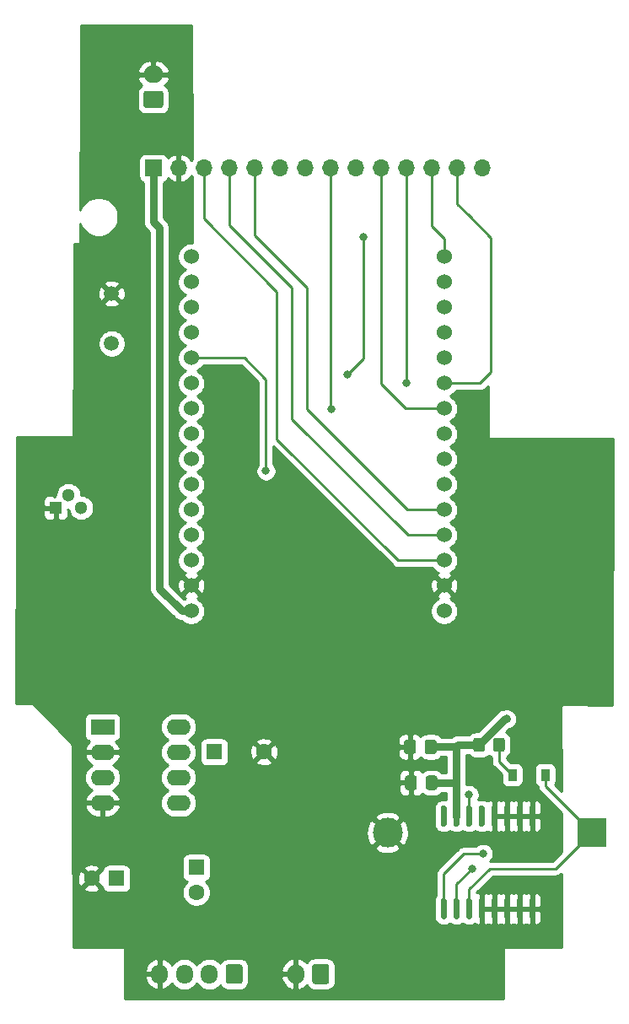
<source format=gbr>
%TF.GenerationSoftware,KiCad,Pcbnew,(5.1.8)-1*%
%TF.CreationDate,2022-11-15T12:17:50-08:00*%
%TF.ProjectId,RetroClock,52657472-6f43-46c6-9f63-6b2e6b696361,rev?*%
%TF.SameCoordinates,Original*%
%TF.FileFunction,Copper,L2,Bot*%
%TF.FilePolarity,Positive*%
%FSLAX46Y46*%
G04 Gerber Fmt 4.6, Leading zero omitted, Abs format (unit mm)*
G04 Created by KiCad (PCBNEW (5.1.8)-1) date 2022-11-15 12:17:50*
%MOMM*%
%LPD*%
G01*
G04 APERTURE LIST*
%TA.AperFunction,ComponentPad*%
%ADD10C,1.524000*%
%TD*%
%TA.AperFunction,ComponentPad*%
%ADD11R,3.000000X3.000000*%
%TD*%
%TA.AperFunction,ComponentPad*%
%ADD12C,3.000000*%
%TD*%
%TA.AperFunction,SMDPad,CuDef*%
%ADD13R,0.900000X1.200000*%
%TD*%
%TA.AperFunction,ComponentPad*%
%ADD14R,1.300000X1.300000*%
%TD*%
%TA.AperFunction,ComponentPad*%
%ADD15C,1.300000*%
%TD*%
%TA.AperFunction,ComponentPad*%
%ADD16C,1.498600*%
%TD*%
%TA.AperFunction,ComponentPad*%
%ADD17C,1.600000*%
%TD*%
%TA.AperFunction,ComponentPad*%
%ADD18R,1.600000X1.600000*%
%TD*%
%TA.AperFunction,ComponentPad*%
%ADD19O,2.000000X1.700000*%
%TD*%
%TA.AperFunction,ComponentPad*%
%ADD20O,1.700000X2.000000*%
%TD*%
%TA.AperFunction,ComponentPad*%
%ADD21O,1.700000X1.950000*%
%TD*%
%TA.AperFunction,ComponentPad*%
%ADD22O,2.400000X1.600000*%
%TD*%
%TA.AperFunction,ComponentPad*%
%ADD23R,2.400000X1.600000*%
%TD*%
%TA.AperFunction,ComponentPad*%
%ADD24O,1.700000X1.700000*%
%TD*%
%TA.AperFunction,ComponentPad*%
%ADD25R,1.700000X1.700000*%
%TD*%
%TA.AperFunction,ViaPad*%
%ADD26C,0.800000*%
%TD*%
%TA.AperFunction,Conductor*%
%ADD27C,0.750000*%
%TD*%
%TA.AperFunction,Conductor*%
%ADD28C,0.250000*%
%TD*%
%TA.AperFunction,Conductor*%
%ADD29C,0.254000*%
%TD*%
%TA.AperFunction,Conductor*%
%ADD30C,0.100000*%
%TD*%
G04 APERTURE END LIST*
D10*
%TO.P,U2,30*%
%TO.N,/MOSI*%
X177700000Y-80900000D03*
%TO.P,U2,29*%
%TO.N,SCL*%
X177700000Y-83440000D03*
%TO.P,U2,28*%
%TO.N,Net-(U2-Pad28)*%
X177700000Y-85980000D03*
%TO.P,U2,27*%
%TO.N,Net-(U2-Pad27)*%
X177700000Y-88520000D03*
%TO.P,U2,26*%
%TO.N,SDA*%
X177700000Y-91060000D03*
%TO.P,U2,25*%
%TO.N,/MISO*%
X177700000Y-93600000D03*
%TO.P,U2,24*%
%TO.N,/SCK*%
X177700000Y-96140000D03*
%TO.P,U2,23*%
%TO.N,/TOUCH_CS*%
X177700000Y-98680000D03*
%TO.P,U2,22*%
%TO.N,Net-(U2-Pad22)*%
X177700000Y-101220000D03*
%TO.P,U2,21*%
%TO.N,Net-(U2-Pad21)*%
X177700000Y-103760000D03*
%TO.P,U2,20*%
%TO.N,/TFT_DC*%
X177700000Y-106300000D03*
%TO.P,U2,19*%
%TO.N,/TFT_RESET*%
X177700000Y-108840000D03*
%TO.P,U2,18*%
%TO.N,/TFT_CS*%
X177700000Y-111380000D03*
%TO.P,U2,17*%
%TO.N,GND*%
X177700000Y-113920000D03*
%TO.P,U2,16*%
%TO.N,+3V3*%
X177700000Y-116460000D03*
%TO.P,U2,1*%
%TO.N,Net-(U2-Pad1)*%
X152300000Y-80900000D03*
%TO.P,U2,15*%
%TO.N,+5V*%
X152300000Y-116460000D03*
%TO.P,U2,14*%
%TO.N,GND*%
X152300000Y-113920000D03*
%TO.P,U2,13*%
%TO.N,Net-(U2-Pad13)*%
X152300000Y-111380000D03*
%TO.P,U2,12*%
%TO.N,Net-(U2-Pad12)*%
X152300000Y-108840000D03*
%TO.P,U2,11*%
%TO.N,Net-(U2-Pad11)*%
X152300000Y-106300000D03*
%TO.P,U2,10*%
%TO.N,Net-(U2-Pad10)*%
X152300000Y-103760000D03*
%TO.P,U2,9*%
%TO.N,TFT_LED*%
X152300000Y-101220000D03*
%TO.P,U2,8*%
%TO.N,AudioOut*%
X152300000Y-98680000D03*
%TO.P,U2,7*%
%TO.N,TouchInt*%
X152300000Y-96140000D03*
%TO.P,U2,6*%
%TO.N,AudioMute*%
X152300000Y-93600000D03*
%TO.P,U2,5*%
%TO.N,RTC_INT*%
X152300000Y-91060000D03*
%TO.P,U2,4*%
%TO.N,Net-(R7-Pad2)*%
X152300000Y-88520000D03*
%TO.P,U2,3*%
%TO.N,Net-(J4-Pad1)*%
X152300000Y-85980000D03*
%TO.P,U2,2*%
%TO.N,Net-(U2-Pad2)*%
X152300000Y-83440000D03*
%TD*%
D11*
%TO.P,BT1,1*%
%TO.N,Net-(BT1-Pad1)*%
X192500000Y-138700000D03*
D12*
%TO.P,BT1,2*%
%TO.N,GND*%
X172010000Y-138700000D03*
%TD*%
D13*
%TO.P,D1,2*%
%TO.N,Net-(D1-Pad2)*%
X184550000Y-132900000D03*
%TO.P,D1,1*%
%TO.N,Net-(BT1-Pad1)*%
X187850000Y-132900000D03*
%TD*%
%TO.P,C4,2*%
%TO.N,GND*%
%TA.AperFunction,SMDPad,CuDef*%
G36*
G01*
X174950000Y-133225000D02*
X174950000Y-134175000D01*
G75*
G02*
X174700000Y-134425000I-250000J0D01*
G01*
X174025000Y-134425000D01*
G75*
G02*
X173775000Y-134175000I0J250000D01*
G01*
X173775000Y-133225000D01*
G75*
G02*
X174025000Y-132975000I250000J0D01*
G01*
X174700000Y-132975000D01*
G75*
G02*
X174950000Y-133225000I0J-250000D01*
G01*
G37*
%TD.AperFunction*%
%TO.P,C4,1*%
%TO.N,+3V3*%
%TA.AperFunction,SMDPad,CuDef*%
G36*
G01*
X177025000Y-133225000D02*
X177025000Y-134175000D01*
G75*
G02*
X176775000Y-134425000I-250000J0D01*
G01*
X176100000Y-134425000D01*
G75*
G02*
X175850000Y-134175000I0J250000D01*
G01*
X175850000Y-133225000D01*
G75*
G02*
X176100000Y-132975000I250000J0D01*
G01*
X176775000Y-132975000D01*
G75*
G02*
X177025000Y-133225000I0J-250000D01*
G01*
G37*
%TD.AperFunction*%
%TD*%
%TO.P,C8,2*%
%TO.N,GND*%
%TA.AperFunction,SMDPad,CuDef*%
G36*
G01*
X174850000Y-129625000D02*
X174850000Y-130575000D01*
G75*
G02*
X174600000Y-130825000I-250000J0D01*
G01*
X173925000Y-130825000D01*
G75*
G02*
X173675000Y-130575000I0J250000D01*
G01*
X173675000Y-129625000D01*
G75*
G02*
X173925000Y-129375000I250000J0D01*
G01*
X174600000Y-129375000D01*
G75*
G02*
X174850000Y-129625000I0J-250000D01*
G01*
G37*
%TD.AperFunction*%
%TO.P,C8,1*%
%TO.N,+3V3*%
%TA.AperFunction,SMDPad,CuDef*%
G36*
G01*
X176925000Y-129625000D02*
X176925000Y-130575000D01*
G75*
G02*
X176675000Y-130825000I-250000J0D01*
G01*
X176000000Y-130825000D01*
G75*
G02*
X175750000Y-130575000I0J250000D01*
G01*
X175750000Y-129625000D01*
G75*
G02*
X176000000Y-129375000I250000J0D01*
G01*
X176675000Y-129375000D01*
G75*
G02*
X176925000Y-129625000I0J-250000D01*
G01*
G37*
%TD.AperFunction*%
%TD*%
%TO.P,R12,2*%
%TO.N,+3V3*%
%TA.AperFunction,SMDPad,CuDef*%
G36*
G01*
X181800000Y-129449999D02*
X181800000Y-130350001D01*
G75*
G02*
X181550001Y-130600000I-249999J0D01*
G01*
X180849999Y-130600000D01*
G75*
G02*
X180600000Y-130350001I0J249999D01*
G01*
X180600000Y-129449999D01*
G75*
G02*
X180849999Y-129200000I249999J0D01*
G01*
X181550001Y-129200000D01*
G75*
G02*
X181800000Y-129449999I0J-249999D01*
G01*
G37*
%TD.AperFunction*%
%TO.P,R12,1*%
%TO.N,Net-(D1-Pad2)*%
%TA.AperFunction,SMDPad,CuDef*%
G36*
G01*
X183800000Y-129449999D02*
X183800000Y-130350001D01*
G75*
G02*
X183550001Y-130600000I-249999J0D01*
G01*
X182849999Y-130600000D01*
G75*
G02*
X182600000Y-130350001I0J249999D01*
G01*
X182600000Y-129449999D01*
G75*
G02*
X182849999Y-129200000I249999J0D01*
G01*
X183550001Y-129200000D01*
G75*
G02*
X183800000Y-129449999I0J-249999D01*
G01*
G37*
%TD.AperFunction*%
%TD*%
%TO.P,U3,16*%
%TO.N,SCL*%
%TA.AperFunction,SMDPad,CuDef*%
G36*
G01*
X177505000Y-145325000D02*
X177805000Y-145325000D01*
G75*
G02*
X177955000Y-145475000I0J-150000D01*
G01*
X177955000Y-147225000D01*
G75*
G02*
X177805000Y-147375000I-150000J0D01*
G01*
X177505000Y-147375000D01*
G75*
G02*
X177355000Y-147225000I0J150000D01*
G01*
X177355000Y-145475000D01*
G75*
G02*
X177505000Y-145325000I150000J0D01*
G01*
G37*
%TD.AperFunction*%
%TO.P,U3,15*%
%TO.N,SDA*%
%TA.AperFunction,SMDPad,CuDef*%
G36*
G01*
X178775000Y-145325000D02*
X179075000Y-145325000D01*
G75*
G02*
X179225000Y-145475000I0J-150000D01*
G01*
X179225000Y-147225000D01*
G75*
G02*
X179075000Y-147375000I-150000J0D01*
G01*
X178775000Y-147375000D01*
G75*
G02*
X178625000Y-147225000I0J150000D01*
G01*
X178625000Y-145475000D01*
G75*
G02*
X178775000Y-145325000I150000J0D01*
G01*
G37*
%TD.AperFunction*%
%TO.P,U3,14*%
%TO.N,Net-(BT1-Pad1)*%
%TA.AperFunction,SMDPad,CuDef*%
G36*
G01*
X180045000Y-145325000D02*
X180345000Y-145325000D01*
G75*
G02*
X180495000Y-145475000I0J-150000D01*
G01*
X180495000Y-147225000D01*
G75*
G02*
X180345000Y-147375000I-150000J0D01*
G01*
X180045000Y-147375000D01*
G75*
G02*
X179895000Y-147225000I0J150000D01*
G01*
X179895000Y-145475000D01*
G75*
G02*
X180045000Y-145325000I150000J0D01*
G01*
G37*
%TD.AperFunction*%
%TO.P,U3,13*%
%TO.N,GND*%
%TA.AperFunction,SMDPad,CuDef*%
G36*
G01*
X181315000Y-145325000D02*
X181615000Y-145325000D01*
G75*
G02*
X181765000Y-145475000I0J-150000D01*
G01*
X181765000Y-147225000D01*
G75*
G02*
X181615000Y-147375000I-150000J0D01*
G01*
X181315000Y-147375000D01*
G75*
G02*
X181165000Y-147225000I0J150000D01*
G01*
X181165000Y-145475000D01*
G75*
G02*
X181315000Y-145325000I150000J0D01*
G01*
G37*
%TD.AperFunction*%
%TO.P,U3,12*%
%TA.AperFunction,SMDPad,CuDef*%
G36*
G01*
X182585000Y-145325000D02*
X182885000Y-145325000D01*
G75*
G02*
X183035000Y-145475000I0J-150000D01*
G01*
X183035000Y-147225000D01*
G75*
G02*
X182885000Y-147375000I-150000J0D01*
G01*
X182585000Y-147375000D01*
G75*
G02*
X182435000Y-147225000I0J150000D01*
G01*
X182435000Y-145475000D01*
G75*
G02*
X182585000Y-145325000I150000J0D01*
G01*
G37*
%TD.AperFunction*%
%TO.P,U3,11*%
%TA.AperFunction,SMDPad,CuDef*%
G36*
G01*
X183855000Y-145325000D02*
X184155000Y-145325000D01*
G75*
G02*
X184305000Y-145475000I0J-150000D01*
G01*
X184305000Y-147225000D01*
G75*
G02*
X184155000Y-147375000I-150000J0D01*
G01*
X183855000Y-147375000D01*
G75*
G02*
X183705000Y-147225000I0J150000D01*
G01*
X183705000Y-145475000D01*
G75*
G02*
X183855000Y-145325000I150000J0D01*
G01*
G37*
%TD.AperFunction*%
%TO.P,U3,10*%
%TA.AperFunction,SMDPad,CuDef*%
G36*
G01*
X185125000Y-145325000D02*
X185425000Y-145325000D01*
G75*
G02*
X185575000Y-145475000I0J-150000D01*
G01*
X185575000Y-147225000D01*
G75*
G02*
X185425000Y-147375000I-150000J0D01*
G01*
X185125000Y-147375000D01*
G75*
G02*
X184975000Y-147225000I0J150000D01*
G01*
X184975000Y-145475000D01*
G75*
G02*
X185125000Y-145325000I150000J0D01*
G01*
G37*
%TD.AperFunction*%
%TO.P,U3,9*%
%TA.AperFunction,SMDPad,CuDef*%
G36*
G01*
X186395000Y-145325000D02*
X186695000Y-145325000D01*
G75*
G02*
X186845000Y-145475000I0J-150000D01*
G01*
X186845000Y-147225000D01*
G75*
G02*
X186695000Y-147375000I-150000J0D01*
G01*
X186395000Y-147375000D01*
G75*
G02*
X186245000Y-147225000I0J150000D01*
G01*
X186245000Y-145475000D01*
G75*
G02*
X186395000Y-145325000I150000J0D01*
G01*
G37*
%TD.AperFunction*%
%TO.P,U3,8*%
%TA.AperFunction,SMDPad,CuDef*%
G36*
G01*
X186395000Y-136025000D02*
X186695000Y-136025000D01*
G75*
G02*
X186845000Y-136175000I0J-150000D01*
G01*
X186845000Y-137925000D01*
G75*
G02*
X186695000Y-138075000I-150000J0D01*
G01*
X186395000Y-138075000D01*
G75*
G02*
X186245000Y-137925000I0J150000D01*
G01*
X186245000Y-136175000D01*
G75*
G02*
X186395000Y-136025000I150000J0D01*
G01*
G37*
%TD.AperFunction*%
%TO.P,U3,7*%
%TA.AperFunction,SMDPad,CuDef*%
G36*
G01*
X185125000Y-136025000D02*
X185425000Y-136025000D01*
G75*
G02*
X185575000Y-136175000I0J-150000D01*
G01*
X185575000Y-137925000D01*
G75*
G02*
X185425000Y-138075000I-150000J0D01*
G01*
X185125000Y-138075000D01*
G75*
G02*
X184975000Y-137925000I0J150000D01*
G01*
X184975000Y-136175000D01*
G75*
G02*
X185125000Y-136025000I150000J0D01*
G01*
G37*
%TD.AperFunction*%
%TO.P,U3,6*%
%TA.AperFunction,SMDPad,CuDef*%
G36*
G01*
X183855000Y-136025000D02*
X184155000Y-136025000D01*
G75*
G02*
X184305000Y-136175000I0J-150000D01*
G01*
X184305000Y-137925000D01*
G75*
G02*
X184155000Y-138075000I-150000J0D01*
G01*
X183855000Y-138075000D01*
G75*
G02*
X183705000Y-137925000I0J150000D01*
G01*
X183705000Y-136175000D01*
G75*
G02*
X183855000Y-136025000I150000J0D01*
G01*
G37*
%TD.AperFunction*%
%TO.P,U3,5*%
%TA.AperFunction,SMDPad,CuDef*%
G36*
G01*
X182585000Y-136025000D02*
X182885000Y-136025000D01*
G75*
G02*
X183035000Y-136175000I0J-150000D01*
G01*
X183035000Y-137925000D01*
G75*
G02*
X182885000Y-138075000I-150000J0D01*
G01*
X182585000Y-138075000D01*
G75*
G02*
X182435000Y-137925000I0J150000D01*
G01*
X182435000Y-136175000D01*
G75*
G02*
X182585000Y-136025000I150000J0D01*
G01*
G37*
%TD.AperFunction*%
%TO.P,U3,4*%
%TO.N,Net-(U3-Pad4)*%
%TA.AperFunction,SMDPad,CuDef*%
G36*
G01*
X181315000Y-136025000D02*
X181615000Y-136025000D01*
G75*
G02*
X181765000Y-136175000I0J-150000D01*
G01*
X181765000Y-137925000D01*
G75*
G02*
X181615000Y-138075000I-150000J0D01*
G01*
X181315000Y-138075000D01*
G75*
G02*
X181165000Y-137925000I0J150000D01*
G01*
X181165000Y-136175000D01*
G75*
G02*
X181315000Y-136025000I150000J0D01*
G01*
G37*
%TD.AperFunction*%
%TO.P,U3,3*%
%TO.N,RTC_INT*%
%TA.AperFunction,SMDPad,CuDef*%
G36*
G01*
X180045000Y-136025000D02*
X180345000Y-136025000D01*
G75*
G02*
X180495000Y-136175000I0J-150000D01*
G01*
X180495000Y-137925000D01*
G75*
G02*
X180345000Y-138075000I-150000J0D01*
G01*
X180045000Y-138075000D01*
G75*
G02*
X179895000Y-137925000I0J150000D01*
G01*
X179895000Y-136175000D01*
G75*
G02*
X180045000Y-136025000I150000J0D01*
G01*
G37*
%TD.AperFunction*%
%TO.P,U3,2*%
%TO.N,+3V3*%
%TA.AperFunction,SMDPad,CuDef*%
G36*
G01*
X178775000Y-136025000D02*
X179075000Y-136025000D01*
G75*
G02*
X179225000Y-136175000I0J-150000D01*
G01*
X179225000Y-137925000D01*
G75*
G02*
X179075000Y-138075000I-150000J0D01*
G01*
X178775000Y-138075000D01*
G75*
G02*
X178625000Y-137925000I0J150000D01*
G01*
X178625000Y-136175000D01*
G75*
G02*
X178775000Y-136025000I150000J0D01*
G01*
G37*
%TD.AperFunction*%
%TO.P,U3,1*%
%TO.N,Net-(U3-Pad1)*%
%TA.AperFunction,SMDPad,CuDef*%
G36*
G01*
X177505000Y-136025000D02*
X177805000Y-136025000D01*
G75*
G02*
X177955000Y-136175000I0J-150000D01*
G01*
X177955000Y-137925000D01*
G75*
G02*
X177805000Y-138075000I-150000J0D01*
G01*
X177505000Y-138075000D01*
G75*
G02*
X177355000Y-137925000I0J150000D01*
G01*
X177355000Y-136175000D01*
G75*
G02*
X177505000Y-136025000I150000J0D01*
G01*
G37*
%TD.AperFunction*%
%TD*%
D14*
%TO.P,Q1,1*%
%TO.N,GND*%
X138700000Y-106100000D03*
D15*
%TO.P,Q1,3*%
%TO.N,Net-(Q1-Pad3)*%
X141240000Y-106100000D03*
%TO.P,Q1,2*%
%TO.N,Net-(Q1-Pad2)*%
X139970000Y-104830000D03*
%TD*%
D16*
%TO.P,SW1,2*%
%TO.N,Net-(R7-Pad2)*%
X144300000Y-89603800D03*
%TO.P,SW1,1*%
%TO.N,GND*%
X144300000Y-84600000D03*
%TD*%
D17*
%TO.P,C7,2*%
%TO.N,Net-(C7-Pad2)*%
X152800000Y-144700000D03*
D18*
%TO.P,C7,1*%
%TO.N,Net-(C6-Pad1)*%
X152800000Y-142200000D03*
%TD*%
D19*
%TO.P,J4,2*%
%TO.N,GND*%
X148500000Y-62600000D03*
%TO.P,J4,1*%
%TO.N,Net-(J4-Pad1)*%
%TA.AperFunction,ComponentPad*%
G36*
G01*
X149250000Y-65950000D02*
X147750000Y-65950000D01*
G75*
G02*
X147500000Y-65700000I0J250000D01*
G01*
X147500000Y-64500000D01*
G75*
G02*
X147750000Y-64250000I250000J0D01*
G01*
X149250000Y-64250000D01*
G75*
G02*
X149500000Y-64500000I0J-250000D01*
G01*
X149500000Y-65700000D01*
G75*
G02*
X149250000Y-65950000I-250000J0D01*
G01*
G37*
%TD.AperFunction*%
%TD*%
D20*
%TO.P,J3,2*%
%TO.N,GND*%
X162800000Y-152900000D03*
%TO.P,J3,1*%
%TO.N,Net-(C7-Pad2)*%
%TA.AperFunction,ComponentPad*%
G36*
G01*
X166150000Y-152150000D02*
X166150000Y-153650000D01*
G75*
G02*
X165900000Y-153900000I-250000J0D01*
G01*
X164700000Y-153900000D01*
G75*
G02*
X164450000Y-153650000I0J250000D01*
G01*
X164450000Y-152150000D01*
G75*
G02*
X164700000Y-151900000I250000J0D01*
G01*
X165900000Y-151900000D01*
G75*
G02*
X166150000Y-152150000I0J-250000D01*
G01*
G37*
%TD.AperFunction*%
%TD*%
D21*
%TO.P,J2,4*%
%TO.N,GND*%
X149100000Y-152900000D03*
%TO.P,J2,3*%
%TO.N,Net-(J2-Pad3)*%
X151600000Y-152900000D03*
%TO.P,J2,2*%
%TO.N,Net-(J2-Pad2)*%
X154100000Y-152900000D03*
%TO.P,J2,1*%
%TO.N,+5V*%
%TA.AperFunction,ComponentPad*%
G36*
G01*
X157450000Y-152175000D02*
X157450000Y-153625000D01*
G75*
G02*
X157200000Y-153875000I-250000J0D01*
G01*
X156000000Y-153875000D01*
G75*
G02*
X155750000Y-153625000I0J250000D01*
G01*
X155750000Y-152175000D01*
G75*
G02*
X156000000Y-151925000I250000J0D01*
G01*
X157200000Y-151925000D01*
G75*
G02*
X157450000Y-152175000I0J-250000D01*
G01*
G37*
%TD.AperFunction*%
%TD*%
D22*
%TO.P,U1,8*%
%TO.N,Net-(U1-Pad8)*%
X151020000Y-128100000D03*
%TO.P,U1,4*%
%TO.N,GND*%
X143400000Y-135720000D03*
%TO.P,U1,7*%
%TO.N,Net-(C5-Pad1)*%
X151020000Y-130640000D03*
%TO.P,U1,3*%
%TO.N,Net-(C2-Pad1)*%
X143400000Y-133180000D03*
%TO.P,U1,6*%
%TO.N,+5V*%
X151020000Y-133180000D03*
%TO.P,U1,2*%
%TO.N,GND*%
X143400000Y-130640000D03*
%TO.P,U1,5*%
%TO.N,Net-(C6-Pad1)*%
X151020000Y-135720000D03*
D23*
%TO.P,U1,1*%
%TO.N,Net-(Q1-Pad3)*%
X143400000Y-128100000D03*
%TD*%
D24*
%TO.P,J1,14*%
%TO.N,TouchInt*%
X181520000Y-72000000D03*
%TO.P,J1,13*%
%TO.N,/MISO*%
X178980000Y-72000000D03*
%TO.P,J1,12*%
%TO.N,/MOSI*%
X176440000Y-72000000D03*
%TO.P,J1,11*%
%TO.N,/TOUCH_CS*%
X173900000Y-72000000D03*
%TO.P,J1,10*%
%TO.N,/SCK*%
X171360000Y-72000000D03*
%TO.P,J1,9*%
%TO.N,Net-(J1-Pad9)*%
X168820000Y-72000000D03*
%TO.P,J1,8*%
%TO.N,TFT_LED*%
X166280000Y-72000000D03*
%TO.P,J1,7*%
%TO.N,/SCK*%
X163740000Y-72000000D03*
%TO.P,J1,6*%
%TO.N,/MOSI*%
X161200000Y-72000000D03*
%TO.P,J1,5*%
%TO.N,/TFT_DC*%
X158660000Y-72000000D03*
%TO.P,J1,4*%
%TO.N,/TFT_RESET*%
X156120000Y-72000000D03*
%TO.P,J1,3*%
%TO.N,/TFT_CS*%
X153580000Y-72000000D03*
%TO.P,J1,2*%
%TO.N,GND*%
X151040000Y-72000000D03*
D25*
%TO.P,J1,1*%
%TO.N,+5V*%
X148500000Y-72000000D03*
%TD*%
D17*
%TO.P,C5,2*%
%TO.N,GND*%
X159600000Y-130600000D03*
D18*
%TO.P,C5,1*%
%TO.N,Net-(C5-Pad1)*%
X154600000Y-130600000D03*
%TD*%
D17*
%TO.P,C3,2*%
%TO.N,GND*%
X142300000Y-143300000D03*
D18*
%TO.P,C3,1*%
%TO.N,+5V*%
X144800000Y-143300000D03*
%TD*%
D26*
%TO.N,GND*%
X147000000Y-75700000D03*
X147000000Y-77000000D03*
X147000000Y-78200000D03*
X151000000Y-75700000D03*
X151000000Y-77000000D03*
X151000000Y-78200000D03*
X142500000Y-120800000D03*
X147700000Y-106300000D03*
%TO.N,/TOUCH_CS*%
X173900000Y-93600000D03*
%TO.N,TFT_LED*%
X166400000Y-96200000D03*
%TO.N,+3V3*%
X178925000Y-130024998D03*
X184000000Y-127300000D03*
%TO.N,TouchInt*%
X168000000Y-92700000D03*
X169600000Y-78900000D03*
%TO.N,SDA*%
X180500000Y-142300000D03*
%TO.N,SCL*%
X181600000Y-140800000D03*
%TO.N,RTC_INT*%
X180195000Y-134895000D03*
X159800000Y-102400000D03*
%TD*%
D27*
%TO.N,+5V*%
X148500000Y-72000000D02*
X148500000Y-77400000D01*
X148500000Y-77400000D02*
X149100000Y-78000000D01*
X149100000Y-78000000D02*
X149100000Y-114200000D01*
X151360000Y-116460000D02*
X152300000Y-116460000D01*
X149100000Y-114200000D02*
X151360000Y-116460000D01*
D28*
%TO.N,/MISO*%
X178980000Y-72000000D02*
X178980000Y-75580000D01*
X177700000Y-93600000D02*
X181300000Y-93600000D01*
X181300000Y-93600000D02*
X182400000Y-92500000D01*
X182400000Y-79000000D02*
X180150000Y-76750000D01*
X182400000Y-92500000D02*
X182400000Y-79000000D01*
X180150000Y-76750000D02*
X180300000Y-76900000D01*
X178980000Y-75580000D02*
X180150000Y-76750000D01*
%TO.N,/MOSI*%
X177700000Y-80900000D02*
X177700000Y-79100000D01*
X176440000Y-77840000D02*
X176440000Y-72000000D01*
X177700000Y-79100000D02*
X176440000Y-77840000D01*
%TO.N,/TOUCH_CS*%
X173900000Y-72000000D02*
X173900000Y-93600000D01*
%TO.N,/SCK*%
X177700000Y-96140000D02*
X173840000Y-96140000D01*
X171360000Y-93660000D02*
X171360000Y-72000000D01*
X173840000Y-96140000D02*
X171360000Y-93660000D01*
%TO.N,TFT_LED*%
X166280000Y-96080000D02*
X166400000Y-96200000D01*
X166280000Y-72000000D02*
X166280000Y-96080000D01*
%TO.N,/TFT_DC*%
X177700000Y-106300000D02*
X174000000Y-106300000D01*
X174000000Y-106300000D02*
X163900000Y-96200000D01*
X163900000Y-96200000D02*
X163900000Y-84000000D01*
X163900000Y-84000000D02*
X158660000Y-78760000D01*
X158660000Y-78760000D02*
X158660000Y-72000000D01*
%TO.N,/TFT_RESET*%
X177700000Y-108840000D02*
X174040000Y-108840000D01*
X174040000Y-108840000D02*
X162400000Y-97200000D01*
X162400000Y-97200000D02*
X162400000Y-84000000D01*
X162400000Y-84000000D02*
X156120000Y-77720000D01*
X156120000Y-77720000D02*
X156120000Y-72000000D01*
%TO.N,/TFT_CS*%
X177700000Y-111380000D02*
X173080000Y-111380000D01*
X173080000Y-111380000D02*
X160900000Y-99200000D01*
X160900000Y-99200000D02*
X160900000Y-84400000D01*
X160900000Y-84400000D02*
X153580000Y-77080000D01*
X153580000Y-77080000D02*
X153580000Y-72000000D01*
D27*
%TO.N,+3V3*%
X179049998Y-129900000D02*
X178925000Y-130024998D01*
X181200000Y-129900000D02*
X179049998Y-129900000D01*
X183800000Y-127300000D02*
X181200000Y-129900000D01*
X184000000Y-127300000D02*
X183800000Y-127300000D01*
X178700000Y-133700000D02*
X178925000Y-133475000D01*
X176437500Y-133700000D02*
X178700000Y-133700000D01*
X178925000Y-133475000D02*
X178925000Y-130024998D01*
X178925000Y-137050000D02*
X178925000Y-133475000D01*
X178849998Y-130100000D02*
X178925000Y-130024998D01*
X176337500Y-130100000D02*
X178849998Y-130100000D01*
D28*
%TO.N,Net-(BT1-Pad1)*%
X180195000Y-146350000D02*
X180195000Y-144405000D01*
X180195000Y-144405000D02*
X182300000Y-142300000D01*
X188900000Y-142300000D02*
X192500000Y-138700000D01*
X182300000Y-142300000D02*
X188900000Y-142300000D01*
X187850000Y-134050000D02*
X192500000Y-138700000D01*
X187850000Y-132900000D02*
X187850000Y-134050000D01*
%TO.N,Net-(D1-Pad2)*%
X183200000Y-131550000D02*
X184550000Y-132900000D01*
X183200000Y-129900000D02*
X183200000Y-131550000D01*
%TO.N,TouchInt*%
X168000000Y-92700000D02*
X169600000Y-91100000D01*
X169600000Y-91100000D02*
X169600000Y-78900000D01*
%TO.N,SDA*%
X178925000Y-146350000D02*
X178925000Y-143875000D01*
X178925000Y-143875000D02*
X180500000Y-142300000D01*
%TO.N,SCL*%
X177655000Y-146350000D02*
X177655000Y-142845000D01*
X177655000Y-142845000D02*
X179700000Y-140800000D01*
X179700000Y-140800000D02*
X181600000Y-140800000D01*
%TO.N,RTC_INT*%
X180195000Y-137050000D02*
X180195000Y-134895000D01*
X152300000Y-91060000D02*
X157660000Y-91060000D01*
X157660000Y-91060000D02*
X159800000Y-93200000D01*
X159800000Y-93200000D02*
X159800000Y-102400000D01*
%TD*%
D29*
%TO.N,GND*%
X147490001Y-77350382D02*
X147485114Y-77400000D01*
X147504615Y-77597994D01*
X147562368Y-77788379D01*
X147609915Y-77877333D01*
X147656154Y-77963840D01*
X147782368Y-78117633D01*
X147820902Y-78149257D01*
X148090000Y-78418355D01*
X148090001Y-114150382D01*
X148085114Y-114200000D01*
X148104615Y-114397994D01*
X148162368Y-114588379D01*
X148256154Y-114763840D01*
X148382368Y-114917633D01*
X148420901Y-114949256D01*
X150610744Y-117139100D01*
X150642367Y-117177633D01*
X150796160Y-117303847D01*
X150971620Y-117397632D01*
X151162005Y-117455385D01*
X151336962Y-117472617D01*
X151409465Y-117545120D01*
X151638273Y-117698005D01*
X151892510Y-117803314D01*
X152162408Y-117857000D01*
X152437592Y-117857000D01*
X152707490Y-117803314D01*
X152961727Y-117698005D01*
X153190535Y-117545120D01*
X153385120Y-117350535D01*
X153538005Y-117121727D01*
X153643314Y-116867490D01*
X153697000Y-116597592D01*
X153697000Y-116322408D01*
X176303000Y-116322408D01*
X176303000Y-116597592D01*
X176356686Y-116867490D01*
X176461995Y-117121727D01*
X176614880Y-117350535D01*
X176809465Y-117545120D01*
X177038273Y-117698005D01*
X177292510Y-117803314D01*
X177562408Y-117857000D01*
X177837592Y-117857000D01*
X178107490Y-117803314D01*
X178361727Y-117698005D01*
X178590535Y-117545120D01*
X178785120Y-117350535D01*
X178938005Y-117121727D01*
X179043314Y-116867490D01*
X179097000Y-116597592D01*
X179097000Y-116322408D01*
X179043314Y-116052510D01*
X178938005Y-115798273D01*
X178785120Y-115569465D01*
X178590535Y-115374880D01*
X178361727Y-115221995D01*
X178290057Y-115192308D01*
X178303023Y-115187636D01*
X178418980Y-115125656D01*
X178485960Y-114885565D01*
X177700000Y-114099605D01*
X176914040Y-114885565D01*
X176981020Y-115125656D01*
X177116760Y-115189485D01*
X177038273Y-115221995D01*
X176809465Y-115374880D01*
X176614880Y-115569465D01*
X176461995Y-115798273D01*
X176356686Y-116052510D01*
X176303000Y-116322408D01*
X153697000Y-116322408D01*
X153643314Y-116052510D01*
X153538005Y-115798273D01*
X153385120Y-115569465D01*
X153190535Y-115374880D01*
X152961727Y-115221995D01*
X152890057Y-115192308D01*
X152903023Y-115187636D01*
X153018980Y-115125656D01*
X153085960Y-114885565D01*
X152300000Y-114099605D01*
X151514040Y-114885565D01*
X151581020Y-115125656D01*
X151716760Y-115189485D01*
X151638273Y-115221995D01*
X151585568Y-115257212D01*
X150320373Y-113992017D01*
X150898090Y-113992017D01*
X150939078Y-114264133D01*
X151032364Y-114523023D01*
X151094344Y-114638980D01*
X151334435Y-114705960D01*
X152120395Y-113920000D01*
X152479605Y-113920000D01*
X153265565Y-114705960D01*
X153505656Y-114638980D01*
X153622756Y-114389952D01*
X153689023Y-114122865D01*
X153695157Y-113992017D01*
X176298090Y-113992017D01*
X176339078Y-114264133D01*
X176432364Y-114523023D01*
X176494344Y-114638980D01*
X176734435Y-114705960D01*
X177520395Y-113920000D01*
X177879605Y-113920000D01*
X178665565Y-114705960D01*
X178905656Y-114638980D01*
X179022756Y-114389952D01*
X179089023Y-114122865D01*
X179101910Y-113847983D01*
X179060922Y-113575867D01*
X178967636Y-113316977D01*
X178905656Y-113201020D01*
X178665565Y-113134040D01*
X177879605Y-113920000D01*
X177520395Y-113920000D01*
X176734435Y-113134040D01*
X176494344Y-113201020D01*
X176377244Y-113450048D01*
X176310977Y-113717135D01*
X176298090Y-113992017D01*
X153695157Y-113992017D01*
X153701910Y-113847983D01*
X153660922Y-113575867D01*
X153567636Y-113316977D01*
X153505656Y-113201020D01*
X153265565Y-113134040D01*
X152479605Y-113920000D01*
X152120395Y-113920000D01*
X151334435Y-113134040D01*
X151094344Y-113201020D01*
X150977244Y-113450048D01*
X150910977Y-113717135D01*
X150898090Y-113992017D01*
X150320373Y-113992017D01*
X150110000Y-113781645D01*
X150110000Y-79527000D01*
X152041752Y-79527000D01*
X151892510Y-79556686D01*
X151638273Y-79661995D01*
X151409465Y-79814880D01*
X151214880Y-80009465D01*
X151061995Y-80238273D01*
X150956686Y-80492510D01*
X150903000Y-80762408D01*
X150903000Y-81037592D01*
X150956686Y-81307490D01*
X151061995Y-81561727D01*
X151214880Y-81790535D01*
X151409465Y-81985120D01*
X151638273Y-82138005D01*
X151715515Y-82170000D01*
X151638273Y-82201995D01*
X151409465Y-82354880D01*
X151214880Y-82549465D01*
X151061995Y-82778273D01*
X150956686Y-83032510D01*
X150903000Y-83302408D01*
X150903000Y-83577592D01*
X150956686Y-83847490D01*
X151061995Y-84101727D01*
X151214880Y-84330535D01*
X151409465Y-84525120D01*
X151638273Y-84678005D01*
X151715515Y-84710000D01*
X151638273Y-84741995D01*
X151409465Y-84894880D01*
X151214880Y-85089465D01*
X151061995Y-85318273D01*
X150956686Y-85572510D01*
X150903000Y-85842408D01*
X150903000Y-86117592D01*
X150956686Y-86387490D01*
X151061995Y-86641727D01*
X151214880Y-86870535D01*
X151409465Y-87065120D01*
X151638273Y-87218005D01*
X151715515Y-87250000D01*
X151638273Y-87281995D01*
X151409465Y-87434880D01*
X151214880Y-87629465D01*
X151061995Y-87858273D01*
X150956686Y-88112510D01*
X150903000Y-88382408D01*
X150903000Y-88657592D01*
X150956686Y-88927490D01*
X151061995Y-89181727D01*
X151214880Y-89410535D01*
X151409465Y-89605120D01*
X151638273Y-89758005D01*
X151715515Y-89790000D01*
X151638273Y-89821995D01*
X151409465Y-89974880D01*
X151214880Y-90169465D01*
X151061995Y-90398273D01*
X150956686Y-90652510D01*
X150903000Y-90922408D01*
X150903000Y-91197592D01*
X150956686Y-91467490D01*
X151061995Y-91721727D01*
X151214880Y-91950535D01*
X151409465Y-92145120D01*
X151638273Y-92298005D01*
X151715515Y-92330000D01*
X151638273Y-92361995D01*
X151409465Y-92514880D01*
X151214880Y-92709465D01*
X151061995Y-92938273D01*
X150956686Y-93192510D01*
X150903000Y-93462408D01*
X150903000Y-93737592D01*
X150956686Y-94007490D01*
X151061995Y-94261727D01*
X151214880Y-94490535D01*
X151409465Y-94685120D01*
X151638273Y-94838005D01*
X151715515Y-94870000D01*
X151638273Y-94901995D01*
X151409465Y-95054880D01*
X151214880Y-95249465D01*
X151061995Y-95478273D01*
X150956686Y-95732510D01*
X150903000Y-96002408D01*
X150903000Y-96277592D01*
X150956686Y-96547490D01*
X151061995Y-96801727D01*
X151214880Y-97030535D01*
X151409465Y-97225120D01*
X151638273Y-97378005D01*
X151715515Y-97410000D01*
X151638273Y-97441995D01*
X151409465Y-97594880D01*
X151214880Y-97789465D01*
X151061995Y-98018273D01*
X150956686Y-98272510D01*
X150903000Y-98542408D01*
X150903000Y-98817592D01*
X150956686Y-99087490D01*
X151061995Y-99341727D01*
X151214880Y-99570535D01*
X151409465Y-99765120D01*
X151638273Y-99918005D01*
X151715515Y-99950000D01*
X151638273Y-99981995D01*
X151409465Y-100134880D01*
X151214880Y-100329465D01*
X151061995Y-100558273D01*
X150956686Y-100812510D01*
X150903000Y-101082408D01*
X150903000Y-101357592D01*
X150956686Y-101627490D01*
X151061995Y-101881727D01*
X151214880Y-102110535D01*
X151409465Y-102305120D01*
X151638273Y-102458005D01*
X151715515Y-102490000D01*
X151638273Y-102521995D01*
X151409465Y-102674880D01*
X151214880Y-102869465D01*
X151061995Y-103098273D01*
X150956686Y-103352510D01*
X150903000Y-103622408D01*
X150903000Y-103897592D01*
X150956686Y-104167490D01*
X151061995Y-104421727D01*
X151214880Y-104650535D01*
X151409465Y-104845120D01*
X151638273Y-104998005D01*
X151715515Y-105030000D01*
X151638273Y-105061995D01*
X151409465Y-105214880D01*
X151214880Y-105409465D01*
X151061995Y-105638273D01*
X150956686Y-105892510D01*
X150903000Y-106162408D01*
X150903000Y-106437592D01*
X150956686Y-106707490D01*
X151061995Y-106961727D01*
X151214880Y-107190535D01*
X151409465Y-107385120D01*
X151638273Y-107538005D01*
X151715515Y-107570000D01*
X151638273Y-107601995D01*
X151409465Y-107754880D01*
X151214880Y-107949465D01*
X151061995Y-108178273D01*
X150956686Y-108432510D01*
X150903000Y-108702408D01*
X150903000Y-108977592D01*
X150956686Y-109247490D01*
X151061995Y-109501727D01*
X151214880Y-109730535D01*
X151409465Y-109925120D01*
X151638273Y-110078005D01*
X151715515Y-110110000D01*
X151638273Y-110141995D01*
X151409465Y-110294880D01*
X151214880Y-110489465D01*
X151061995Y-110718273D01*
X150956686Y-110972510D01*
X150903000Y-111242408D01*
X150903000Y-111517592D01*
X150956686Y-111787490D01*
X151061995Y-112041727D01*
X151214880Y-112270535D01*
X151409465Y-112465120D01*
X151638273Y-112618005D01*
X151709943Y-112647692D01*
X151696977Y-112652364D01*
X151581020Y-112714344D01*
X151514040Y-112954435D01*
X152300000Y-113740395D01*
X153085960Y-112954435D01*
X153018980Y-112714344D01*
X152883240Y-112650515D01*
X152961727Y-112618005D01*
X153190535Y-112465120D01*
X153385120Y-112270535D01*
X153538005Y-112041727D01*
X153643314Y-111787490D01*
X153697000Y-111517592D01*
X153697000Y-111242408D01*
X153643314Y-110972510D01*
X153538005Y-110718273D01*
X153385120Y-110489465D01*
X153190535Y-110294880D01*
X152961727Y-110141995D01*
X152884485Y-110110000D01*
X152961727Y-110078005D01*
X153190535Y-109925120D01*
X153385120Y-109730535D01*
X153538005Y-109501727D01*
X153643314Y-109247490D01*
X153697000Y-108977592D01*
X153697000Y-108702408D01*
X153643314Y-108432510D01*
X153538005Y-108178273D01*
X153385120Y-107949465D01*
X153190535Y-107754880D01*
X152961727Y-107601995D01*
X152884485Y-107570000D01*
X152961727Y-107538005D01*
X153190535Y-107385120D01*
X153385120Y-107190535D01*
X153538005Y-106961727D01*
X153643314Y-106707490D01*
X153697000Y-106437592D01*
X153697000Y-106162408D01*
X153643314Y-105892510D01*
X153538005Y-105638273D01*
X153385120Y-105409465D01*
X153190535Y-105214880D01*
X152961727Y-105061995D01*
X152884485Y-105030000D01*
X152961727Y-104998005D01*
X153190535Y-104845120D01*
X153385120Y-104650535D01*
X153538005Y-104421727D01*
X153643314Y-104167490D01*
X153697000Y-103897592D01*
X153697000Y-103622408D01*
X153643314Y-103352510D01*
X153538005Y-103098273D01*
X153385120Y-102869465D01*
X153190535Y-102674880D01*
X152961727Y-102521995D01*
X152884485Y-102490000D01*
X152961727Y-102458005D01*
X153190535Y-102305120D01*
X153385120Y-102110535D01*
X153538005Y-101881727D01*
X153643314Y-101627490D01*
X153697000Y-101357592D01*
X153697000Y-101082408D01*
X153643314Y-100812510D01*
X153538005Y-100558273D01*
X153385120Y-100329465D01*
X153190535Y-100134880D01*
X152961727Y-99981995D01*
X152884485Y-99950000D01*
X152961727Y-99918005D01*
X153190535Y-99765120D01*
X153385120Y-99570535D01*
X153538005Y-99341727D01*
X153643314Y-99087490D01*
X153697000Y-98817592D01*
X153697000Y-98542408D01*
X153643314Y-98272510D01*
X153538005Y-98018273D01*
X153385120Y-97789465D01*
X153190535Y-97594880D01*
X152961727Y-97441995D01*
X152884485Y-97410000D01*
X152961727Y-97378005D01*
X153190535Y-97225120D01*
X153385120Y-97030535D01*
X153538005Y-96801727D01*
X153643314Y-96547490D01*
X153697000Y-96277592D01*
X153697000Y-96002408D01*
X153643314Y-95732510D01*
X153538005Y-95478273D01*
X153385120Y-95249465D01*
X153190535Y-95054880D01*
X152961727Y-94901995D01*
X152884485Y-94870000D01*
X152961727Y-94838005D01*
X153190535Y-94685120D01*
X153385120Y-94490535D01*
X153538005Y-94261727D01*
X153643314Y-94007490D01*
X153697000Y-93737592D01*
X153697000Y-93462408D01*
X153643314Y-93192510D01*
X153538005Y-92938273D01*
X153385120Y-92709465D01*
X153190535Y-92514880D01*
X152961727Y-92361995D01*
X152884485Y-92330000D01*
X152961727Y-92298005D01*
X153190535Y-92145120D01*
X153385120Y-91950535D01*
X153472341Y-91820000D01*
X157345199Y-91820000D01*
X159040000Y-93514802D01*
X159040001Y-101696288D01*
X158996063Y-101740226D01*
X158882795Y-101909744D01*
X158804774Y-102098102D01*
X158765000Y-102298061D01*
X158765000Y-102501939D01*
X158804774Y-102701898D01*
X158882795Y-102890256D01*
X158996063Y-103059774D01*
X159140226Y-103203937D01*
X159309744Y-103317205D01*
X159498102Y-103395226D01*
X159698061Y-103435000D01*
X159901939Y-103435000D01*
X160101898Y-103395226D01*
X160290256Y-103317205D01*
X160459774Y-103203937D01*
X160603937Y-103059774D01*
X160717205Y-102890256D01*
X160795226Y-102701898D01*
X160835000Y-102501939D01*
X160835000Y-102298061D01*
X160795226Y-102098102D01*
X160717205Y-101909744D01*
X160603937Y-101740226D01*
X160560000Y-101696289D01*
X160560000Y-99934801D01*
X172516201Y-111891003D01*
X172539999Y-111920001D01*
X172655724Y-112014974D01*
X172787753Y-112085546D01*
X172931014Y-112129003D01*
X173042667Y-112140000D01*
X173042676Y-112140000D01*
X173079999Y-112143676D01*
X173117322Y-112140000D01*
X176527659Y-112140000D01*
X176614880Y-112270535D01*
X176809465Y-112465120D01*
X177038273Y-112618005D01*
X177109943Y-112647692D01*
X177096977Y-112652364D01*
X176981020Y-112714344D01*
X176914040Y-112954435D01*
X177700000Y-113740395D01*
X178485960Y-112954435D01*
X178418980Y-112714344D01*
X178283240Y-112650515D01*
X178361727Y-112618005D01*
X178590535Y-112465120D01*
X178785120Y-112270535D01*
X178938005Y-112041727D01*
X179043314Y-111787490D01*
X179097000Y-111517592D01*
X179097000Y-111242408D01*
X179043314Y-110972510D01*
X178938005Y-110718273D01*
X178785120Y-110489465D01*
X178590535Y-110294880D01*
X178361727Y-110141995D01*
X178284485Y-110110000D01*
X178361727Y-110078005D01*
X178590535Y-109925120D01*
X178785120Y-109730535D01*
X178938005Y-109501727D01*
X179043314Y-109247490D01*
X179097000Y-108977592D01*
X179097000Y-108702408D01*
X179043314Y-108432510D01*
X178938005Y-108178273D01*
X178785120Y-107949465D01*
X178590535Y-107754880D01*
X178361727Y-107601995D01*
X178284485Y-107570000D01*
X178361727Y-107538005D01*
X178590535Y-107385120D01*
X178785120Y-107190535D01*
X178938005Y-106961727D01*
X179043314Y-106707490D01*
X179097000Y-106437592D01*
X179097000Y-106162408D01*
X179043314Y-105892510D01*
X178938005Y-105638273D01*
X178785120Y-105409465D01*
X178590535Y-105214880D01*
X178361727Y-105061995D01*
X178284485Y-105030000D01*
X178361727Y-104998005D01*
X178590535Y-104845120D01*
X178785120Y-104650535D01*
X178938005Y-104421727D01*
X179043314Y-104167490D01*
X179097000Y-103897592D01*
X179097000Y-103622408D01*
X179043314Y-103352510D01*
X178938005Y-103098273D01*
X178785120Y-102869465D01*
X178590535Y-102674880D01*
X178361727Y-102521995D01*
X178284485Y-102490000D01*
X178361727Y-102458005D01*
X178590535Y-102305120D01*
X178785120Y-102110535D01*
X178938005Y-101881727D01*
X179043314Y-101627490D01*
X179097000Y-101357592D01*
X179097000Y-101082408D01*
X179043314Y-100812510D01*
X178938005Y-100558273D01*
X178785120Y-100329465D01*
X178590535Y-100134880D01*
X178361727Y-99981995D01*
X178284485Y-99950000D01*
X178361727Y-99918005D01*
X178590535Y-99765120D01*
X178785120Y-99570535D01*
X178938005Y-99341727D01*
X179043314Y-99087490D01*
X179097000Y-98817592D01*
X179097000Y-98542408D01*
X179043314Y-98272510D01*
X178938005Y-98018273D01*
X178785120Y-97789465D01*
X178590535Y-97594880D01*
X178361727Y-97441995D01*
X178284485Y-97410000D01*
X178361727Y-97378005D01*
X178590535Y-97225120D01*
X178785120Y-97030535D01*
X178938005Y-96801727D01*
X179043314Y-96547490D01*
X179097000Y-96277592D01*
X179097000Y-96002408D01*
X179043314Y-95732510D01*
X178938005Y-95478273D01*
X178785120Y-95249465D01*
X178590535Y-95054880D01*
X178361727Y-94901995D01*
X178284485Y-94870000D01*
X178361727Y-94838005D01*
X178590535Y-94685120D01*
X178785120Y-94490535D01*
X178872341Y-94360000D01*
X181262678Y-94360000D01*
X181300000Y-94363676D01*
X181337322Y-94360000D01*
X181337333Y-94360000D01*
X181448986Y-94349003D01*
X181592247Y-94305546D01*
X181724276Y-94234974D01*
X181840001Y-94140001D01*
X181863804Y-94110998D01*
X182079561Y-93895241D01*
X182086771Y-99000179D01*
X182089246Y-99024952D01*
X182096507Y-99048766D01*
X182108274Y-99070706D01*
X182124095Y-99089929D01*
X182143363Y-99105696D01*
X182165336Y-99117401D01*
X182189170Y-99124595D01*
X182213771Y-99127000D01*
X194672529Y-99127000D01*
X194573471Y-125872571D01*
X189566083Y-125855605D01*
X189541299Y-125857961D01*
X189517450Y-125865107D01*
X189495454Y-125876769D01*
X189476155Y-125892498D01*
X189460296Y-125911689D01*
X189448486Y-125933606D01*
X189441178Y-125957406D01*
X189438653Y-125982783D01*
X189450790Y-134575989D01*
X188784902Y-133910101D01*
X188830537Y-133854494D01*
X188889502Y-133744180D01*
X188925812Y-133624482D01*
X188938072Y-133500000D01*
X188938072Y-132300000D01*
X188925812Y-132175518D01*
X188889502Y-132055820D01*
X188830537Y-131945506D01*
X188751185Y-131848815D01*
X188654494Y-131769463D01*
X188544180Y-131710498D01*
X188424482Y-131674188D01*
X188300000Y-131661928D01*
X187400000Y-131661928D01*
X187275518Y-131674188D01*
X187155820Y-131710498D01*
X187045506Y-131769463D01*
X186948815Y-131848815D01*
X186869463Y-131945506D01*
X186810498Y-132055820D01*
X186774188Y-132175518D01*
X186761928Y-132300000D01*
X186761928Y-133500000D01*
X186774188Y-133624482D01*
X186810498Y-133744180D01*
X186869463Y-133854494D01*
X186948815Y-133951185D01*
X187045506Y-134030537D01*
X187086569Y-134052486D01*
X187100998Y-134198985D01*
X187144454Y-134342246D01*
X187215026Y-134474276D01*
X187272122Y-134543847D01*
X187310000Y-134590001D01*
X187338998Y-134613799D01*
X189453831Y-136728632D01*
X189459392Y-140665807D01*
X188585199Y-141540000D01*
X182337333Y-141540000D01*
X182324932Y-141538779D01*
X182403937Y-141459774D01*
X182517205Y-141290256D01*
X182595226Y-141101898D01*
X182635000Y-140901939D01*
X182635000Y-140698061D01*
X182595226Y-140498102D01*
X182517205Y-140309744D01*
X182403937Y-140140226D01*
X182259774Y-139996063D01*
X182090256Y-139882795D01*
X181901898Y-139804774D01*
X181701939Y-139765000D01*
X181498061Y-139765000D01*
X181298102Y-139804774D01*
X181109744Y-139882795D01*
X180940226Y-139996063D01*
X180896289Y-140040000D01*
X179737325Y-140040000D01*
X179700000Y-140036324D01*
X179662675Y-140040000D01*
X179662667Y-140040000D01*
X179551014Y-140050997D01*
X179407753Y-140094454D01*
X179275724Y-140165026D01*
X179159999Y-140259999D01*
X179136201Y-140288997D01*
X177143998Y-142281201D01*
X177115000Y-142304999D01*
X177091202Y-142333997D01*
X177091201Y-142333998D01*
X177020026Y-142420724D01*
X176949454Y-142552754D01*
X176905998Y-142696015D01*
X176891324Y-142845000D01*
X176895001Y-142882332D01*
X176895000Y-144982023D01*
X176849742Y-145037171D01*
X176776916Y-145173418D01*
X176732071Y-145321255D01*
X176716928Y-145475000D01*
X176716928Y-147225000D01*
X176732071Y-147378745D01*
X176776916Y-147526582D01*
X176849742Y-147662829D01*
X176947749Y-147782251D01*
X177067171Y-147880258D01*
X177203418Y-147953084D01*
X177351255Y-147997929D01*
X177505000Y-148013072D01*
X177805000Y-148013072D01*
X177958745Y-147997929D01*
X178106582Y-147953084D01*
X178242829Y-147880258D01*
X178290000Y-147841546D01*
X178337171Y-147880258D01*
X178473418Y-147953084D01*
X178621255Y-147997929D01*
X178775000Y-148013072D01*
X179075000Y-148013072D01*
X179228745Y-147997929D01*
X179376582Y-147953084D01*
X179512829Y-147880258D01*
X179560000Y-147841546D01*
X179607171Y-147880258D01*
X179743418Y-147953084D01*
X179891255Y-147997929D01*
X180045000Y-148013072D01*
X180345000Y-148013072D01*
X180498745Y-147997929D01*
X180646582Y-147953084D01*
X180780936Y-147881270D01*
X180810506Y-147905537D01*
X180920820Y-147964502D01*
X181040518Y-148000812D01*
X181165000Y-148013072D01*
X181179250Y-148010000D01*
X181338000Y-147851250D01*
X181338000Y-146477000D01*
X181592000Y-146477000D01*
X181592000Y-147851250D01*
X181750750Y-148010000D01*
X181765000Y-148013072D01*
X181889482Y-148000812D01*
X182009180Y-147964502D01*
X182100000Y-147915957D01*
X182190820Y-147964502D01*
X182310518Y-148000812D01*
X182435000Y-148013072D01*
X182449250Y-148010000D01*
X182608000Y-147851250D01*
X182608000Y-146477000D01*
X182862000Y-146477000D01*
X182862000Y-147851250D01*
X183020750Y-148010000D01*
X183035000Y-148013072D01*
X183159482Y-148000812D01*
X183279180Y-147964502D01*
X183370000Y-147915957D01*
X183460820Y-147964502D01*
X183580518Y-148000812D01*
X183705000Y-148013072D01*
X183719250Y-148010000D01*
X183878000Y-147851250D01*
X183878000Y-146477000D01*
X184132000Y-146477000D01*
X184132000Y-147851250D01*
X184290750Y-148010000D01*
X184305000Y-148013072D01*
X184429482Y-148000812D01*
X184549180Y-147964502D01*
X184640000Y-147915957D01*
X184730820Y-147964502D01*
X184850518Y-148000812D01*
X184975000Y-148013072D01*
X184989250Y-148010000D01*
X185148000Y-147851250D01*
X185148000Y-146477000D01*
X185402000Y-146477000D01*
X185402000Y-147851250D01*
X185560750Y-148010000D01*
X185575000Y-148013072D01*
X185699482Y-148000812D01*
X185819180Y-147964502D01*
X185910000Y-147915957D01*
X186000820Y-147964502D01*
X186120518Y-148000812D01*
X186245000Y-148013072D01*
X186259250Y-148010000D01*
X186418000Y-147851250D01*
X186418000Y-146477000D01*
X186672000Y-146477000D01*
X186672000Y-147851250D01*
X186830750Y-148010000D01*
X186845000Y-148013072D01*
X186969482Y-148000812D01*
X187089180Y-147964502D01*
X187199494Y-147905537D01*
X187296185Y-147826185D01*
X187375537Y-147729494D01*
X187434502Y-147619180D01*
X187470812Y-147499482D01*
X187483072Y-147375000D01*
X187480000Y-146635750D01*
X187321250Y-146477000D01*
X186672000Y-146477000D01*
X186418000Y-146477000D01*
X185402000Y-146477000D01*
X185148000Y-146477000D01*
X184132000Y-146477000D01*
X183878000Y-146477000D01*
X182862000Y-146477000D01*
X182608000Y-146477000D01*
X181592000Y-146477000D01*
X181338000Y-146477000D01*
X181318000Y-146477000D01*
X181318000Y-146223000D01*
X181338000Y-146223000D01*
X181338000Y-144848750D01*
X181592000Y-144848750D01*
X181592000Y-146223000D01*
X182608000Y-146223000D01*
X182608000Y-144848750D01*
X182862000Y-144848750D01*
X182862000Y-146223000D01*
X183878000Y-146223000D01*
X183878000Y-144848750D01*
X184132000Y-144848750D01*
X184132000Y-146223000D01*
X185148000Y-146223000D01*
X185148000Y-144848750D01*
X185402000Y-144848750D01*
X185402000Y-146223000D01*
X186418000Y-146223000D01*
X186418000Y-144848750D01*
X186672000Y-144848750D01*
X186672000Y-146223000D01*
X187321250Y-146223000D01*
X187480000Y-146064250D01*
X187483072Y-145325000D01*
X187470812Y-145200518D01*
X187434502Y-145080820D01*
X187375537Y-144970506D01*
X187296185Y-144873815D01*
X187199494Y-144794463D01*
X187089180Y-144735498D01*
X186969482Y-144699188D01*
X186845000Y-144686928D01*
X186830750Y-144690000D01*
X186672000Y-144848750D01*
X186418000Y-144848750D01*
X186259250Y-144690000D01*
X186245000Y-144686928D01*
X186120518Y-144699188D01*
X186000820Y-144735498D01*
X185910000Y-144784043D01*
X185819180Y-144735498D01*
X185699482Y-144699188D01*
X185575000Y-144686928D01*
X185560750Y-144690000D01*
X185402000Y-144848750D01*
X185148000Y-144848750D01*
X184989250Y-144690000D01*
X184975000Y-144686928D01*
X184850518Y-144699188D01*
X184730820Y-144735498D01*
X184640000Y-144784043D01*
X184549180Y-144735498D01*
X184429482Y-144699188D01*
X184305000Y-144686928D01*
X184290750Y-144690000D01*
X184132000Y-144848750D01*
X183878000Y-144848750D01*
X183719250Y-144690000D01*
X183705000Y-144686928D01*
X183580518Y-144699188D01*
X183460820Y-144735498D01*
X183370000Y-144784043D01*
X183279180Y-144735498D01*
X183159482Y-144699188D01*
X183035000Y-144686928D01*
X183020750Y-144690000D01*
X182862000Y-144848750D01*
X182608000Y-144848750D01*
X182449250Y-144690000D01*
X182435000Y-144686928D01*
X182310518Y-144699188D01*
X182190820Y-144735498D01*
X182100000Y-144784043D01*
X182009180Y-144735498D01*
X181889482Y-144699188D01*
X181765000Y-144686928D01*
X181750750Y-144690000D01*
X181592000Y-144848750D01*
X181338000Y-144848750D01*
X181179250Y-144690000D01*
X181165000Y-144686928D01*
X181040518Y-144699188D01*
X180955000Y-144725130D01*
X180955000Y-144719801D01*
X182614802Y-143060000D01*
X188862678Y-143060000D01*
X188900000Y-143063676D01*
X188937322Y-143060000D01*
X188937333Y-143060000D01*
X189048986Y-143049003D01*
X189192247Y-143005546D01*
X189324276Y-142934974D01*
X189440001Y-142840001D01*
X189462424Y-142812678D01*
X189472820Y-150173000D01*
X183800000Y-150173000D01*
X183775224Y-150175440D01*
X183751399Y-150182667D01*
X183729443Y-150194403D01*
X183710197Y-150210197D01*
X183694403Y-150229443D01*
X183682667Y-150251399D01*
X183675440Y-150275224D01*
X183673000Y-150300000D01*
X183673000Y-155340000D01*
X155227000Y-155340000D01*
X155227000Y-154053663D01*
X155261595Y-154118386D01*
X155372038Y-154252962D01*
X155506614Y-154363405D01*
X155660150Y-154445472D01*
X155826746Y-154496008D01*
X156000000Y-154513072D01*
X157200000Y-154513072D01*
X157373254Y-154496008D01*
X157539850Y-154445472D01*
X157693386Y-154363405D01*
X157827962Y-154252962D01*
X157938405Y-154118386D01*
X158020472Y-153964850D01*
X158071008Y-153798254D01*
X158088072Y-153625000D01*
X158088072Y-153259742D01*
X161328715Y-153259742D01*
X161397904Y-153542745D01*
X161520975Y-153806812D01*
X161693198Y-154041795D01*
X161907954Y-154238664D01*
X162156991Y-154389854D01*
X162430739Y-154489554D01*
X162443110Y-154491476D01*
X162673000Y-154370155D01*
X162673000Y-153027000D01*
X161472768Y-153027000D01*
X161328715Y-153259742D01*
X158088072Y-153259742D01*
X158088072Y-152540258D01*
X161328715Y-152540258D01*
X161472768Y-152773000D01*
X162673000Y-152773000D01*
X162673000Y-151429845D01*
X162927000Y-151429845D01*
X162927000Y-152773000D01*
X162947000Y-152773000D01*
X162947000Y-153027000D01*
X162927000Y-153027000D01*
X162927000Y-154370155D01*
X163156890Y-154491476D01*
X163169261Y-154489554D01*
X163443009Y-154389854D01*
X163692046Y-154238664D01*
X163906802Y-154041795D01*
X163907086Y-154041407D01*
X163961595Y-154143386D01*
X164072038Y-154277962D01*
X164206614Y-154388405D01*
X164360150Y-154470472D01*
X164526746Y-154521008D01*
X164700000Y-154538072D01*
X165900000Y-154538072D01*
X166073254Y-154521008D01*
X166239850Y-154470472D01*
X166393386Y-154388405D01*
X166527962Y-154277962D01*
X166638405Y-154143386D01*
X166720472Y-153989850D01*
X166771008Y-153823254D01*
X166788072Y-153650000D01*
X166788072Y-152150000D01*
X166771008Y-151976746D01*
X166720472Y-151810150D01*
X166638405Y-151656614D01*
X166527962Y-151522038D01*
X166393386Y-151411595D01*
X166239850Y-151329528D01*
X166073254Y-151278992D01*
X165900000Y-151261928D01*
X164700000Y-151261928D01*
X164526746Y-151278992D01*
X164360150Y-151329528D01*
X164206614Y-151411595D01*
X164072038Y-151522038D01*
X163961595Y-151656614D01*
X163907086Y-151758593D01*
X163906802Y-151758205D01*
X163692046Y-151561336D01*
X163443009Y-151410146D01*
X163169261Y-151310446D01*
X163156890Y-151308524D01*
X162927000Y-151429845D01*
X162673000Y-151429845D01*
X162443110Y-151308524D01*
X162430739Y-151310446D01*
X162156991Y-151410146D01*
X161907954Y-151561336D01*
X161693198Y-151758205D01*
X161520975Y-151993188D01*
X161397904Y-152257255D01*
X161328715Y-152540258D01*
X158088072Y-152540258D01*
X158088072Y-152175000D01*
X158071008Y-152001746D01*
X158020472Y-151835150D01*
X157938405Y-151681614D01*
X157827962Y-151547038D01*
X157693386Y-151436595D01*
X157539850Y-151354528D01*
X157373254Y-151303992D01*
X157200000Y-151286928D01*
X156000000Y-151286928D01*
X155826746Y-151303992D01*
X155660150Y-151354528D01*
X155506614Y-151436595D01*
X155372038Y-151547038D01*
X155261595Y-151681614D01*
X155227000Y-151746337D01*
X155227000Y-150300000D01*
X155224560Y-150275224D01*
X155217333Y-150251399D01*
X155205597Y-150229443D01*
X155189803Y-150210197D01*
X155170557Y-150194403D01*
X155148601Y-150182667D01*
X155124776Y-150175440D01*
X155100000Y-150173000D01*
X140426851Y-150173000D01*
X140419959Y-144292702D01*
X141486903Y-144292702D01*
X141558486Y-144536671D01*
X141813996Y-144657571D01*
X142088184Y-144726300D01*
X142370512Y-144740217D01*
X142650130Y-144698787D01*
X142916292Y-144603603D01*
X143041514Y-144536671D01*
X143113097Y-144292702D01*
X142300000Y-143479605D01*
X141486903Y-144292702D01*
X140419959Y-144292702D01*
X140418878Y-143370512D01*
X140859783Y-143370512D01*
X140901213Y-143650130D01*
X140996397Y-143916292D01*
X141063329Y-144041514D01*
X141307298Y-144113097D01*
X142120395Y-143300000D01*
X142479605Y-143300000D01*
X143292702Y-144113097D01*
X143361928Y-144092785D01*
X143361928Y-144100000D01*
X143374188Y-144224482D01*
X143410498Y-144344180D01*
X143469463Y-144454494D01*
X143548815Y-144551185D01*
X143645506Y-144630537D01*
X143755820Y-144689502D01*
X143875518Y-144725812D01*
X144000000Y-144738072D01*
X145600000Y-144738072D01*
X145724482Y-144725812D01*
X145844180Y-144689502D01*
X145954494Y-144630537D01*
X146051185Y-144551185D01*
X146130537Y-144454494D01*
X146189502Y-144344180D01*
X146225812Y-144224482D01*
X146238072Y-144100000D01*
X146238072Y-142500000D01*
X146225812Y-142375518D01*
X146189502Y-142255820D01*
X146130537Y-142145506D01*
X146051185Y-142048815D01*
X145954494Y-141969463D01*
X145844180Y-141910498D01*
X145724482Y-141874188D01*
X145600000Y-141861928D01*
X144000000Y-141861928D01*
X143875518Y-141874188D01*
X143755820Y-141910498D01*
X143645506Y-141969463D01*
X143548815Y-142048815D01*
X143469463Y-142145506D01*
X143410498Y-142255820D01*
X143374188Y-142375518D01*
X143361928Y-142500000D01*
X143361928Y-142507215D01*
X143292702Y-142486903D01*
X142479605Y-143300000D01*
X142120395Y-143300000D01*
X141307298Y-142486903D01*
X141063329Y-142558486D01*
X140942429Y-142813996D01*
X140873700Y-143088184D01*
X140859783Y-143370512D01*
X140418878Y-143370512D01*
X140417632Y-142307298D01*
X141486903Y-142307298D01*
X142300000Y-143120395D01*
X143113097Y-142307298D01*
X143041514Y-142063329D01*
X142786004Y-141942429D01*
X142511816Y-141873700D01*
X142229488Y-141859783D01*
X141949870Y-141901213D01*
X141683708Y-141996397D01*
X141558486Y-142063329D01*
X141486903Y-142307298D01*
X140417632Y-142307298D01*
X140416569Y-141400000D01*
X151361928Y-141400000D01*
X151361928Y-143000000D01*
X151374188Y-143124482D01*
X151410498Y-143244180D01*
X151469463Y-143354494D01*
X151548815Y-143451185D01*
X151645506Y-143530537D01*
X151755820Y-143589502D01*
X151851943Y-143618661D01*
X151685363Y-143785241D01*
X151528320Y-144020273D01*
X151420147Y-144281426D01*
X151365000Y-144558665D01*
X151365000Y-144841335D01*
X151420147Y-145118574D01*
X151528320Y-145379727D01*
X151685363Y-145614759D01*
X151885241Y-145814637D01*
X152120273Y-145971680D01*
X152381426Y-146079853D01*
X152658665Y-146135000D01*
X152941335Y-146135000D01*
X153218574Y-146079853D01*
X153479727Y-145971680D01*
X153714759Y-145814637D01*
X153914637Y-145614759D01*
X154071680Y-145379727D01*
X154179853Y-145118574D01*
X154235000Y-144841335D01*
X154235000Y-144558665D01*
X154179853Y-144281426D01*
X154071680Y-144020273D01*
X153914637Y-143785241D01*
X153748057Y-143618661D01*
X153844180Y-143589502D01*
X153954494Y-143530537D01*
X154051185Y-143451185D01*
X154130537Y-143354494D01*
X154189502Y-143244180D01*
X154225812Y-143124482D01*
X154238072Y-143000000D01*
X154238072Y-141400000D01*
X154225812Y-141275518D01*
X154189502Y-141155820D01*
X154130537Y-141045506D01*
X154051185Y-140948815D01*
X153954494Y-140869463D01*
X153844180Y-140810498D01*
X153724482Y-140774188D01*
X153600000Y-140761928D01*
X152000000Y-140761928D01*
X151875518Y-140774188D01*
X151755820Y-140810498D01*
X151645506Y-140869463D01*
X151548815Y-140948815D01*
X151469463Y-141045506D01*
X151410498Y-141155820D01*
X151374188Y-141275518D01*
X151361928Y-141400000D01*
X140416569Y-141400000D01*
X140415153Y-140191653D01*
X170697952Y-140191653D01*
X170853962Y-140507214D01*
X171228745Y-140698020D01*
X171633551Y-140812044D01*
X172052824Y-140844902D01*
X172470451Y-140795334D01*
X172870383Y-140665243D01*
X173166038Y-140507214D01*
X173322048Y-140191653D01*
X172010000Y-138879605D01*
X170697952Y-140191653D01*
X140415153Y-140191653D01*
X140413455Y-138742824D01*
X169865098Y-138742824D01*
X169914666Y-139160451D01*
X170044757Y-139560383D01*
X170202786Y-139856038D01*
X170518347Y-140012048D01*
X171830395Y-138700000D01*
X172189605Y-138700000D01*
X173501653Y-140012048D01*
X173817214Y-139856038D01*
X174008020Y-139481255D01*
X174122044Y-139076449D01*
X174154902Y-138657176D01*
X174105334Y-138239549D01*
X173975243Y-137839617D01*
X173817214Y-137543962D01*
X173501653Y-137387952D01*
X172189605Y-138700000D01*
X171830395Y-138700000D01*
X170518347Y-137387952D01*
X170202786Y-137543962D01*
X170011980Y-137918745D01*
X169897956Y-138323551D01*
X169865098Y-138742824D01*
X140413455Y-138742824D01*
X140411656Y-137208347D01*
X170697952Y-137208347D01*
X172010000Y-138520395D01*
X173322048Y-137208347D01*
X173166038Y-136892786D01*
X172791255Y-136701980D01*
X172386449Y-136587956D01*
X171967176Y-136555098D01*
X171549549Y-136604666D01*
X171149617Y-136734757D01*
X170853962Y-136892786D01*
X170697952Y-137208347D01*
X140411656Y-137208347D01*
X140410320Y-136069039D01*
X141608096Y-136069039D01*
X141625633Y-136151818D01*
X141736285Y-136411646D01*
X141895500Y-136644895D01*
X142097161Y-136842601D01*
X142333517Y-136997166D01*
X142595486Y-137102650D01*
X142873000Y-137155000D01*
X143273000Y-137155000D01*
X143273000Y-135847000D01*
X143527000Y-135847000D01*
X143527000Y-137155000D01*
X143927000Y-137155000D01*
X144204514Y-137102650D01*
X144466483Y-136997166D01*
X144702839Y-136842601D01*
X144904500Y-136644895D01*
X145063715Y-136411646D01*
X145174367Y-136151818D01*
X145191904Y-136069039D01*
X145069915Y-135847000D01*
X143527000Y-135847000D01*
X143273000Y-135847000D01*
X141730085Y-135847000D01*
X141608096Y-136069039D01*
X140410320Y-136069039D01*
X140406933Y-133180000D01*
X141558057Y-133180000D01*
X141585764Y-133461309D01*
X141667818Y-133731808D01*
X141801068Y-133981101D01*
X141980392Y-134199608D01*
X142198899Y-134378932D01*
X142326741Y-134447265D01*
X142097161Y-134597399D01*
X141895500Y-134795105D01*
X141736285Y-135028354D01*
X141625633Y-135288182D01*
X141608096Y-135370961D01*
X141730085Y-135593000D01*
X143273000Y-135593000D01*
X143273000Y-135573000D01*
X143527000Y-135573000D01*
X143527000Y-135593000D01*
X145069915Y-135593000D01*
X145191904Y-135370961D01*
X145174367Y-135288182D01*
X145063715Y-135028354D01*
X144904500Y-134795105D01*
X144702839Y-134597399D01*
X144473259Y-134447265D01*
X144601101Y-134378932D01*
X144819608Y-134199608D01*
X144998932Y-133981101D01*
X145132182Y-133731808D01*
X145214236Y-133461309D01*
X145241943Y-133180000D01*
X145214236Y-132898691D01*
X145132182Y-132628192D01*
X144998932Y-132378899D01*
X144819608Y-132160392D01*
X144601101Y-131981068D01*
X144473259Y-131912735D01*
X144702839Y-131762601D01*
X144904500Y-131564895D01*
X145063715Y-131331646D01*
X145174367Y-131071818D01*
X145191904Y-130989039D01*
X145069915Y-130767000D01*
X143527000Y-130767000D01*
X143527000Y-130787000D01*
X143273000Y-130787000D01*
X143273000Y-130767000D01*
X141730085Y-130767000D01*
X141608096Y-130989039D01*
X141625633Y-131071818D01*
X141736285Y-131331646D01*
X141895500Y-131564895D01*
X142097161Y-131762601D01*
X142326741Y-131912735D01*
X142198899Y-131981068D01*
X141980392Y-132160392D01*
X141801068Y-132378899D01*
X141667818Y-132628192D01*
X141585764Y-132898691D01*
X141558057Y-133180000D01*
X140406933Y-133180000D01*
X140403148Y-129951534D01*
X140400679Y-129926761D01*
X140393424Y-129902945D01*
X140381662Y-129881002D01*
X140367661Y-129863624D01*
X137900778Y-127300000D01*
X141561928Y-127300000D01*
X141561928Y-128900000D01*
X141574188Y-129024482D01*
X141610498Y-129144180D01*
X141669463Y-129254494D01*
X141748815Y-129351185D01*
X141845506Y-129430537D01*
X141955820Y-129489502D01*
X142075518Y-129525812D01*
X142087387Y-129526981D01*
X141895500Y-129715105D01*
X141736285Y-129948354D01*
X141625633Y-130208182D01*
X141608096Y-130290961D01*
X141730085Y-130513000D01*
X143273000Y-130513000D01*
X143273000Y-130493000D01*
X143527000Y-130493000D01*
X143527000Y-130513000D01*
X145069915Y-130513000D01*
X145191904Y-130290961D01*
X145174367Y-130208182D01*
X145063715Y-129948354D01*
X144904500Y-129715105D01*
X144712613Y-129526981D01*
X144724482Y-129525812D01*
X144844180Y-129489502D01*
X144954494Y-129430537D01*
X145051185Y-129351185D01*
X145130537Y-129254494D01*
X145189502Y-129144180D01*
X145225812Y-129024482D01*
X145238072Y-128900000D01*
X145238072Y-128100000D01*
X149178057Y-128100000D01*
X149205764Y-128381309D01*
X149287818Y-128651808D01*
X149421068Y-128901101D01*
X149600392Y-129119608D01*
X149818899Y-129298932D01*
X149951858Y-129370000D01*
X149818899Y-129441068D01*
X149600392Y-129620392D01*
X149421068Y-129838899D01*
X149287818Y-130088192D01*
X149205764Y-130358691D01*
X149178057Y-130640000D01*
X149205764Y-130921309D01*
X149287818Y-131191808D01*
X149421068Y-131441101D01*
X149600392Y-131659608D01*
X149818899Y-131838932D01*
X149951858Y-131910000D01*
X149818899Y-131981068D01*
X149600392Y-132160392D01*
X149421068Y-132378899D01*
X149287818Y-132628192D01*
X149205764Y-132898691D01*
X149178057Y-133180000D01*
X149205764Y-133461309D01*
X149287818Y-133731808D01*
X149421068Y-133981101D01*
X149600392Y-134199608D01*
X149818899Y-134378932D01*
X149951858Y-134450000D01*
X149818899Y-134521068D01*
X149600392Y-134700392D01*
X149421068Y-134918899D01*
X149287818Y-135168192D01*
X149205764Y-135438691D01*
X149178057Y-135720000D01*
X149205764Y-136001309D01*
X149287818Y-136271808D01*
X149421068Y-136521101D01*
X149600392Y-136739608D01*
X149818899Y-136918932D01*
X150068192Y-137052182D01*
X150338691Y-137134236D01*
X150549508Y-137155000D01*
X151490492Y-137155000D01*
X151701309Y-137134236D01*
X151971808Y-137052182D01*
X152221101Y-136918932D01*
X152439608Y-136739608D01*
X152618932Y-136521101D01*
X152752182Y-136271808D01*
X152834236Y-136001309D01*
X152861943Y-135720000D01*
X152834236Y-135438691D01*
X152752182Y-135168192D01*
X152618932Y-134918899D01*
X152439608Y-134700392D01*
X152221101Y-134521068D01*
X152088142Y-134450000D01*
X152134913Y-134425000D01*
X173136928Y-134425000D01*
X173149188Y-134549482D01*
X173185498Y-134669180D01*
X173244463Y-134779494D01*
X173323815Y-134876185D01*
X173420506Y-134955537D01*
X173530820Y-135014502D01*
X173650518Y-135050812D01*
X173775000Y-135063072D01*
X174076750Y-135060000D01*
X174235500Y-134901250D01*
X174235500Y-133827000D01*
X173298750Y-133827000D01*
X173140000Y-133985750D01*
X173136928Y-134425000D01*
X152134913Y-134425000D01*
X152221101Y-134378932D01*
X152439608Y-134199608D01*
X152618932Y-133981101D01*
X152752182Y-133731808D01*
X152834236Y-133461309D01*
X152861943Y-133180000D01*
X152841752Y-132975000D01*
X173136928Y-132975000D01*
X173140000Y-133414250D01*
X173298750Y-133573000D01*
X174235500Y-133573000D01*
X174235500Y-132498750D01*
X174076750Y-132340000D01*
X173775000Y-132336928D01*
X173650518Y-132349188D01*
X173530820Y-132385498D01*
X173420506Y-132444463D01*
X173323815Y-132523815D01*
X173244463Y-132620506D01*
X173185498Y-132730820D01*
X173149188Y-132850518D01*
X173136928Y-132975000D01*
X152841752Y-132975000D01*
X152834236Y-132898691D01*
X152752182Y-132628192D01*
X152618932Y-132378899D01*
X152439608Y-132160392D01*
X152221101Y-131981068D01*
X152088142Y-131910000D01*
X152221101Y-131838932D01*
X152439608Y-131659608D01*
X152618932Y-131441101D01*
X152752182Y-131191808D01*
X152834236Y-130921309D01*
X152861943Y-130640000D01*
X152834236Y-130358691D01*
X152752182Y-130088192D01*
X152618932Y-129838899D01*
X152587009Y-129800000D01*
X153161928Y-129800000D01*
X153161928Y-131400000D01*
X153174188Y-131524482D01*
X153210498Y-131644180D01*
X153269463Y-131754494D01*
X153348815Y-131851185D01*
X153445506Y-131930537D01*
X153555820Y-131989502D01*
X153675518Y-132025812D01*
X153800000Y-132038072D01*
X155400000Y-132038072D01*
X155524482Y-132025812D01*
X155644180Y-131989502D01*
X155754494Y-131930537D01*
X155851185Y-131851185D01*
X155930537Y-131754494D01*
X155989502Y-131644180D01*
X156005117Y-131592702D01*
X158786903Y-131592702D01*
X158858486Y-131836671D01*
X159113996Y-131957571D01*
X159388184Y-132026300D01*
X159670512Y-132040217D01*
X159950130Y-131998787D01*
X160216292Y-131903603D01*
X160341514Y-131836671D01*
X160413097Y-131592702D01*
X159600000Y-130779605D01*
X158786903Y-131592702D01*
X156005117Y-131592702D01*
X156025812Y-131524482D01*
X156038072Y-131400000D01*
X156038072Y-130670512D01*
X158159783Y-130670512D01*
X158201213Y-130950130D01*
X158296397Y-131216292D01*
X158363329Y-131341514D01*
X158607298Y-131413097D01*
X159420395Y-130600000D01*
X159779605Y-130600000D01*
X160592702Y-131413097D01*
X160836671Y-131341514D01*
X160957571Y-131086004D01*
X161022995Y-130825000D01*
X173036928Y-130825000D01*
X173049188Y-130949482D01*
X173085498Y-131069180D01*
X173144463Y-131179494D01*
X173223815Y-131276185D01*
X173320506Y-131355537D01*
X173430820Y-131414502D01*
X173550518Y-131450812D01*
X173675000Y-131463072D01*
X173976750Y-131460000D01*
X174135500Y-131301250D01*
X174135500Y-130227000D01*
X173198750Y-130227000D01*
X173040000Y-130385750D01*
X173036928Y-130825000D01*
X161022995Y-130825000D01*
X161026300Y-130811816D01*
X161040217Y-130529488D01*
X160998787Y-130249870D01*
X160903603Y-129983708D01*
X160836671Y-129858486D01*
X160592702Y-129786903D01*
X159779605Y-130600000D01*
X159420395Y-130600000D01*
X158607298Y-129786903D01*
X158363329Y-129858486D01*
X158242429Y-130113996D01*
X158173700Y-130388184D01*
X158159783Y-130670512D01*
X156038072Y-130670512D01*
X156038072Y-129800000D01*
X156025812Y-129675518D01*
X156005118Y-129607298D01*
X158786903Y-129607298D01*
X159600000Y-130420395D01*
X160413097Y-129607298D01*
X160344939Y-129375000D01*
X173036928Y-129375000D01*
X173040000Y-129814250D01*
X173198750Y-129973000D01*
X174135500Y-129973000D01*
X174135500Y-128898750D01*
X174389500Y-128898750D01*
X174389500Y-129973000D01*
X174409500Y-129973000D01*
X174409500Y-130227000D01*
X174389500Y-130227000D01*
X174389500Y-131301250D01*
X174548250Y-131460000D01*
X174850000Y-131463072D01*
X174974482Y-131450812D01*
X175094180Y-131414502D01*
X175204494Y-131355537D01*
X175301185Y-131276185D01*
X175366658Y-131196406D01*
X175372038Y-131202962D01*
X175506614Y-131313405D01*
X175660150Y-131395472D01*
X175826746Y-131446008D01*
X176000000Y-131463072D01*
X176675000Y-131463072D01*
X176848254Y-131446008D01*
X177014850Y-131395472D01*
X177168386Y-131313405D01*
X177302962Y-131202962D01*
X177379253Y-131110000D01*
X177915001Y-131110000D01*
X177915000Y-132690000D01*
X177479253Y-132690000D01*
X177402962Y-132597038D01*
X177268386Y-132486595D01*
X177114850Y-132404528D01*
X176948254Y-132353992D01*
X176775000Y-132336928D01*
X176100000Y-132336928D01*
X175926746Y-132353992D01*
X175760150Y-132404528D01*
X175606614Y-132486595D01*
X175472038Y-132597038D01*
X175466658Y-132603594D01*
X175401185Y-132523815D01*
X175304494Y-132444463D01*
X175194180Y-132385498D01*
X175074482Y-132349188D01*
X174950000Y-132336928D01*
X174648250Y-132340000D01*
X174489500Y-132498750D01*
X174489500Y-133573000D01*
X174509500Y-133573000D01*
X174509500Y-133827000D01*
X174489500Y-133827000D01*
X174489500Y-134901250D01*
X174648250Y-135060000D01*
X174950000Y-135063072D01*
X175074482Y-135050812D01*
X175194180Y-135014502D01*
X175304494Y-134955537D01*
X175401185Y-134876185D01*
X175466658Y-134796406D01*
X175472038Y-134802962D01*
X175606614Y-134913405D01*
X175760150Y-134995472D01*
X175926746Y-135046008D01*
X176100000Y-135063072D01*
X176775000Y-135063072D01*
X176948254Y-135046008D01*
X177114850Y-134995472D01*
X177268386Y-134913405D01*
X177402962Y-134802962D01*
X177479253Y-134710000D01*
X177915001Y-134710000D01*
X177915000Y-135397762D01*
X177805000Y-135386928D01*
X177505000Y-135386928D01*
X177351255Y-135402071D01*
X177203418Y-135446916D01*
X177067171Y-135519742D01*
X176947749Y-135617749D01*
X176849742Y-135737171D01*
X176776916Y-135873418D01*
X176732071Y-136021255D01*
X176716928Y-136175000D01*
X176716928Y-137925000D01*
X176732071Y-138078745D01*
X176776916Y-138226582D01*
X176849742Y-138362829D01*
X176947749Y-138482251D01*
X177067171Y-138580258D01*
X177203418Y-138653084D01*
X177351255Y-138697929D01*
X177505000Y-138713072D01*
X177805000Y-138713072D01*
X177958745Y-138697929D01*
X178106582Y-138653084D01*
X178242829Y-138580258D01*
X178290000Y-138541546D01*
X178337171Y-138580258D01*
X178473418Y-138653084D01*
X178621255Y-138697929D01*
X178775000Y-138713072D01*
X179075000Y-138713072D01*
X179228745Y-138697929D01*
X179376582Y-138653084D01*
X179512829Y-138580258D01*
X179560000Y-138541546D01*
X179607171Y-138580258D01*
X179743418Y-138653084D01*
X179891255Y-138697929D01*
X180045000Y-138713072D01*
X180345000Y-138713072D01*
X180498745Y-138697929D01*
X180646582Y-138653084D01*
X180782829Y-138580258D01*
X180830000Y-138541546D01*
X180877171Y-138580258D01*
X181013418Y-138653084D01*
X181161255Y-138697929D01*
X181315000Y-138713072D01*
X181615000Y-138713072D01*
X181768745Y-138697929D01*
X181916582Y-138653084D01*
X182050936Y-138581270D01*
X182080506Y-138605537D01*
X182190820Y-138664502D01*
X182310518Y-138700812D01*
X182435000Y-138713072D01*
X182449250Y-138710000D01*
X182608000Y-138551250D01*
X182608000Y-137177000D01*
X182862000Y-137177000D01*
X182862000Y-138551250D01*
X183020750Y-138710000D01*
X183035000Y-138713072D01*
X183159482Y-138700812D01*
X183279180Y-138664502D01*
X183370000Y-138615957D01*
X183460820Y-138664502D01*
X183580518Y-138700812D01*
X183705000Y-138713072D01*
X183719250Y-138710000D01*
X183878000Y-138551250D01*
X183878000Y-137177000D01*
X184132000Y-137177000D01*
X184132000Y-138551250D01*
X184290750Y-138710000D01*
X184305000Y-138713072D01*
X184429482Y-138700812D01*
X184549180Y-138664502D01*
X184640000Y-138615957D01*
X184730820Y-138664502D01*
X184850518Y-138700812D01*
X184975000Y-138713072D01*
X184989250Y-138710000D01*
X185148000Y-138551250D01*
X185148000Y-137177000D01*
X185402000Y-137177000D01*
X185402000Y-138551250D01*
X185560750Y-138710000D01*
X185575000Y-138713072D01*
X185699482Y-138700812D01*
X185819180Y-138664502D01*
X185910000Y-138615957D01*
X186000820Y-138664502D01*
X186120518Y-138700812D01*
X186245000Y-138713072D01*
X186259250Y-138710000D01*
X186418000Y-138551250D01*
X186418000Y-137177000D01*
X186672000Y-137177000D01*
X186672000Y-138551250D01*
X186830750Y-138710000D01*
X186845000Y-138713072D01*
X186969482Y-138700812D01*
X187089180Y-138664502D01*
X187199494Y-138605537D01*
X187296185Y-138526185D01*
X187375537Y-138429494D01*
X187434502Y-138319180D01*
X187470812Y-138199482D01*
X187483072Y-138075000D01*
X187480000Y-137335750D01*
X187321250Y-137177000D01*
X186672000Y-137177000D01*
X186418000Y-137177000D01*
X185402000Y-137177000D01*
X185148000Y-137177000D01*
X184132000Y-137177000D01*
X183878000Y-137177000D01*
X182862000Y-137177000D01*
X182608000Y-137177000D01*
X182588000Y-137177000D01*
X182588000Y-136923000D01*
X182608000Y-136923000D01*
X182608000Y-135548750D01*
X182862000Y-135548750D01*
X182862000Y-136923000D01*
X183878000Y-136923000D01*
X183878000Y-135548750D01*
X184132000Y-135548750D01*
X184132000Y-136923000D01*
X185148000Y-136923000D01*
X185148000Y-135548750D01*
X185402000Y-135548750D01*
X185402000Y-136923000D01*
X186418000Y-136923000D01*
X186418000Y-135548750D01*
X186672000Y-135548750D01*
X186672000Y-136923000D01*
X187321250Y-136923000D01*
X187480000Y-136764250D01*
X187483072Y-136025000D01*
X187470812Y-135900518D01*
X187434502Y-135780820D01*
X187375537Y-135670506D01*
X187296185Y-135573815D01*
X187199494Y-135494463D01*
X187089180Y-135435498D01*
X186969482Y-135399188D01*
X186845000Y-135386928D01*
X186830750Y-135390000D01*
X186672000Y-135548750D01*
X186418000Y-135548750D01*
X186259250Y-135390000D01*
X186245000Y-135386928D01*
X186120518Y-135399188D01*
X186000820Y-135435498D01*
X185910000Y-135484043D01*
X185819180Y-135435498D01*
X185699482Y-135399188D01*
X185575000Y-135386928D01*
X185560750Y-135390000D01*
X185402000Y-135548750D01*
X185148000Y-135548750D01*
X184989250Y-135390000D01*
X184975000Y-135386928D01*
X184850518Y-135399188D01*
X184730820Y-135435498D01*
X184640000Y-135484043D01*
X184549180Y-135435498D01*
X184429482Y-135399188D01*
X184305000Y-135386928D01*
X184290750Y-135390000D01*
X184132000Y-135548750D01*
X183878000Y-135548750D01*
X183719250Y-135390000D01*
X183705000Y-135386928D01*
X183580518Y-135399188D01*
X183460820Y-135435498D01*
X183370000Y-135484043D01*
X183279180Y-135435498D01*
X183159482Y-135399188D01*
X183035000Y-135386928D01*
X183020750Y-135390000D01*
X182862000Y-135548750D01*
X182608000Y-135548750D01*
X182449250Y-135390000D01*
X182435000Y-135386928D01*
X182310518Y-135399188D01*
X182190820Y-135435498D01*
X182080506Y-135494463D01*
X182050936Y-135518730D01*
X181916582Y-135446916D01*
X181768745Y-135402071D01*
X181615000Y-135386928D01*
X181315000Y-135386928D01*
X181161255Y-135402071D01*
X181085644Y-135425007D01*
X181112205Y-135385256D01*
X181190226Y-135196898D01*
X181230000Y-134996939D01*
X181230000Y-134793061D01*
X181190226Y-134593102D01*
X181112205Y-134404744D01*
X180998937Y-134235226D01*
X180854774Y-134091063D01*
X180685256Y-133977795D01*
X180496898Y-133899774D01*
X180296939Y-133860000D01*
X180093061Y-133860000D01*
X179935000Y-133891440D01*
X179935000Y-133524606D01*
X179939886Y-133475001D01*
X179935000Y-133425392D01*
X179935000Y-130910000D01*
X180166263Y-130910000D01*
X180222038Y-130977962D01*
X180356613Y-131088405D01*
X180510149Y-131170472D01*
X180676745Y-131221008D01*
X180849999Y-131238072D01*
X181550001Y-131238072D01*
X181723255Y-131221008D01*
X181889851Y-131170472D01*
X182043387Y-131088405D01*
X182177962Y-130977962D01*
X182200000Y-130951109D01*
X182222038Y-130977962D01*
X182356613Y-131088405D01*
X182440001Y-131132977D01*
X182440001Y-131512668D01*
X182436324Y-131550000D01*
X182450998Y-131698985D01*
X182494454Y-131842246D01*
X182565026Y-131974276D01*
X182617383Y-132038072D01*
X182660000Y-132090001D01*
X182688998Y-132113799D01*
X183461928Y-132886730D01*
X183461928Y-133500000D01*
X183474188Y-133624482D01*
X183510498Y-133744180D01*
X183569463Y-133854494D01*
X183648815Y-133951185D01*
X183745506Y-134030537D01*
X183855820Y-134089502D01*
X183975518Y-134125812D01*
X184100000Y-134138072D01*
X185000000Y-134138072D01*
X185124482Y-134125812D01*
X185244180Y-134089502D01*
X185354494Y-134030537D01*
X185451185Y-133951185D01*
X185530537Y-133854494D01*
X185589502Y-133744180D01*
X185625812Y-133624482D01*
X185638072Y-133500000D01*
X185638072Y-132300000D01*
X185625812Y-132175518D01*
X185589502Y-132055820D01*
X185530537Y-131945506D01*
X185451185Y-131848815D01*
X185354494Y-131769463D01*
X185244180Y-131710498D01*
X185124482Y-131674188D01*
X185000000Y-131661928D01*
X184386729Y-131661928D01*
X183960000Y-131235199D01*
X183960000Y-131132976D01*
X184043387Y-131088405D01*
X184177962Y-130977962D01*
X184288405Y-130843387D01*
X184370472Y-130689851D01*
X184421008Y-130523255D01*
X184438072Y-130350001D01*
X184438072Y-129449999D01*
X184421008Y-129276745D01*
X184370472Y-129110149D01*
X184288405Y-128956613D01*
X184177962Y-128822038D01*
X184043387Y-128711595D01*
X183895700Y-128632655D01*
X184216054Y-128312301D01*
X184301898Y-128295226D01*
X184490256Y-128217205D01*
X184659774Y-128103937D01*
X184803937Y-127959774D01*
X184917205Y-127790256D01*
X184995226Y-127601898D01*
X185035000Y-127401939D01*
X185035000Y-127198061D01*
X184995226Y-126998102D01*
X184917205Y-126809744D01*
X184803937Y-126640226D01*
X184659774Y-126496063D01*
X184490256Y-126382795D01*
X184301898Y-126304774D01*
X184101939Y-126265000D01*
X183898061Y-126265000D01*
X183793940Y-126285711D01*
X183750394Y-126290000D01*
X183750392Y-126290000D01*
X183602006Y-126304615D01*
X183411620Y-126362368D01*
X183236160Y-126456153D01*
X183082367Y-126582367D01*
X183050739Y-126620906D01*
X181109717Y-128561928D01*
X180849999Y-128561928D01*
X180676745Y-128578992D01*
X180510149Y-128629528D01*
X180356613Y-128711595D01*
X180222038Y-128822038D01*
X180166263Y-128890000D01*
X179099606Y-128890000D01*
X179049998Y-128885114D01*
X179000390Y-128890000D01*
X178852004Y-128904615D01*
X178661618Y-128962368D01*
X178486158Y-129056153D01*
X178444915Y-129090000D01*
X177379253Y-129090000D01*
X177302962Y-128997038D01*
X177168386Y-128886595D01*
X177014850Y-128804528D01*
X176848254Y-128753992D01*
X176675000Y-128736928D01*
X176000000Y-128736928D01*
X175826746Y-128753992D01*
X175660150Y-128804528D01*
X175506614Y-128886595D01*
X175372038Y-128997038D01*
X175366658Y-129003594D01*
X175301185Y-128923815D01*
X175204494Y-128844463D01*
X175094180Y-128785498D01*
X174974482Y-128749188D01*
X174850000Y-128736928D01*
X174548250Y-128740000D01*
X174389500Y-128898750D01*
X174135500Y-128898750D01*
X173976750Y-128740000D01*
X173675000Y-128736928D01*
X173550518Y-128749188D01*
X173430820Y-128785498D01*
X173320506Y-128844463D01*
X173223815Y-128923815D01*
X173144463Y-129020506D01*
X173085498Y-129130820D01*
X173049188Y-129250518D01*
X173036928Y-129375000D01*
X160344939Y-129375000D01*
X160341514Y-129363329D01*
X160086004Y-129242429D01*
X159811816Y-129173700D01*
X159529488Y-129159783D01*
X159249870Y-129201213D01*
X158983708Y-129296397D01*
X158858486Y-129363329D01*
X158786903Y-129607298D01*
X156005118Y-129607298D01*
X155989502Y-129555820D01*
X155930537Y-129445506D01*
X155851185Y-129348815D01*
X155754494Y-129269463D01*
X155644180Y-129210498D01*
X155524482Y-129174188D01*
X155400000Y-129161928D01*
X153800000Y-129161928D01*
X153675518Y-129174188D01*
X153555820Y-129210498D01*
X153445506Y-129269463D01*
X153348815Y-129348815D01*
X153269463Y-129445506D01*
X153210498Y-129555820D01*
X153174188Y-129675518D01*
X153161928Y-129800000D01*
X152587009Y-129800000D01*
X152439608Y-129620392D01*
X152221101Y-129441068D01*
X152088142Y-129370000D01*
X152221101Y-129298932D01*
X152439608Y-129119608D01*
X152618932Y-128901101D01*
X152752182Y-128651808D01*
X152834236Y-128381309D01*
X152861943Y-128100000D01*
X152834236Y-127818691D01*
X152752182Y-127548192D01*
X152618932Y-127298899D01*
X152439608Y-127080392D01*
X152221101Y-126901068D01*
X151971808Y-126767818D01*
X151701309Y-126685764D01*
X151490492Y-126665000D01*
X150549508Y-126665000D01*
X150338691Y-126685764D01*
X150068192Y-126767818D01*
X149818899Y-126901068D01*
X149600392Y-127080392D01*
X149421068Y-127298899D01*
X149287818Y-127548192D01*
X149205764Y-127818691D01*
X149178057Y-128100000D01*
X145238072Y-128100000D01*
X145238072Y-127300000D01*
X145225812Y-127175518D01*
X145189502Y-127055820D01*
X145130537Y-126945506D01*
X145051185Y-126848815D01*
X144954494Y-126769463D01*
X144844180Y-126710498D01*
X144724482Y-126674188D01*
X144600000Y-126661928D01*
X142200000Y-126661928D01*
X142075518Y-126674188D01*
X141955820Y-126710498D01*
X141845506Y-126769463D01*
X141748815Y-126848815D01*
X141669463Y-126945506D01*
X141610498Y-127055820D01*
X141574188Y-127175518D01*
X141561928Y-127300000D01*
X137900778Y-127300000D01*
X136468872Y-125811941D01*
X136449934Y-125795780D01*
X136428207Y-125783623D01*
X136404526Y-125775940D01*
X136377359Y-125773000D01*
X134727471Y-125773000D01*
X134797926Y-106750000D01*
X137411928Y-106750000D01*
X137424188Y-106874482D01*
X137460498Y-106994180D01*
X137519463Y-107104494D01*
X137598815Y-107201185D01*
X137695506Y-107280537D01*
X137805820Y-107339502D01*
X137925518Y-107375812D01*
X138050000Y-107388072D01*
X138414250Y-107385000D01*
X138573000Y-107226250D01*
X138573000Y-106227000D01*
X137573750Y-106227000D01*
X137415000Y-106385750D01*
X137411928Y-106750000D01*
X134797926Y-106750000D01*
X134802741Y-105450000D01*
X137411928Y-105450000D01*
X137415000Y-105814250D01*
X137573750Y-105973000D01*
X138573000Y-105973000D01*
X138573000Y-105953000D01*
X138827000Y-105953000D01*
X138827000Y-105973000D01*
X138847000Y-105973000D01*
X138847000Y-106227000D01*
X138827000Y-106227000D01*
X138827000Y-107226250D01*
X138985750Y-107385000D01*
X139350000Y-107388072D01*
X139474482Y-107375812D01*
X139594180Y-107339502D01*
X139704494Y-107280537D01*
X139801185Y-107201185D01*
X139880537Y-107104494D01*
X139939502Y-106994180D01*
X139975812Y-106874482D01*
X139988072Y-106750000D01*
X139985000Y-106385750D01*
X139826252Y-106227002D01*
X139955088Y-106227002D01*
X140004381Y-106474821D01*
X140101247Y-106708676D01*
X140241875Y-106919140D01*
X140420860Y-107098125D01*
X140631324Y-107238753D01*
X140865179Y-107335619D01*
X141113439Y-107385000D01*
X141366561Y-107385000D01*
X141614821Y-107335619D01*
X141848676Y-107238753D01*
X142059140Y-107098125D01*
X142238125Y-106919140D01*
X142378753Y-106708676D01*
X142475619Y-106474821D01*
X142525000Y-106226561D01*
X142525000Y-105973439D01*
X142475619Y-105725179D01*
X142378753Y-105491324D01*
X142238125Y-105280860D01*
X142059140Y-105101875D01*
X141848676Y-104961247D01*
X141614821Y-104864381D01*
X141366561Y-104815000D01*
X141255000Y-104815000D01*
X141255000Y-104703439D01*
X141205619Y-104455179D01*
X141108753Y-104221324D01*
X140968125Y-104010860D01*
X140789140Y-103831875D01*
X140578676Y-103691247D01*
X140344821Y-103594381D01*
X140096561Y-103545000D01*
X139843439Y-103545000D01*
X139595179Y-103594381D01*
X139361324Y-103691247D01*
X139150860Y-103831875D01*
X138971875Y-104010860D01*
X138831247Y-104221324D01*
X138734381Y-104455179D01*
X138685000Y-104703439D01*
X138685000Y-104815000D01*
X138572998Y-104815000D01*
X138572998Y-104973748D01*
X138414250Y-104815000D01*
X138050000Y-104811928D01*
X137925518Y-104824188D01*
X137805820Y-104860498D01*
X137695506Y-104919463D01*
X137598815Y-104998815D01*
X137519463Y-105095506D01*
X137460498Y-105205820D01*
X137424188Y-105325518D01*
X137411928Y-105450000D01*
X134802741Y-105450000D01*
X134826530Y-99027000D01*
X140372599Y-99027000D01*
X140397375Y-99024560D01*
X140421200Y-99017333D01*
X140443156Y-99005597D01*
X140462402Y-98989803D01*
X140478196Y-98970557D01*
X140489932Y-98948601D01*
X140497159Y-98924776D01*
X140499599Y-98900179D01*
X140512921Y-89467458D01*
X142915700Y-89467458D01*
X142915700Y-89740142D01*
X142968898Y-90007585D01*
X143073249Y-90259512D01*
X143224744Y-90486240D01*
X143417560Y-90679056D01*
X143644288Y-90830551D01*
X143896215Y-90934902D01*
X144163658Y-90988100D01*
X144436342Y-90988100D01*
X144703785Y-90934902D01*
X144955712Y-90830551D01*
X145182440Y-90679056D01*
X145375256Y-90486240D01*
X145526751Y-90259512D01*
X145631102Y-90007585D01*
X145684300Y-89740142D01*
X145684300Y-89467458D01*
X145631102Y-89200015D01*
X145526751Y-88948088D01*
X145375256Y-88721360D01*
X145182440Y-88528544D01*
X144955712Y-88377049D01*
X144703785Y-88272698D01*
X144436342Y-88219500D01*
X144163658Y-88219500D01*
X143896215Y-88272698D01*
X143644288Y-88377049D01*
X143417560Y-88528544D01*
X143224744Y-88721360D01*
X143073249Y-88948088D01*
X142968898Y-89200015D01*
X142915700Y-89467458D01*
X140512921Y-89467458D01*
X140518445Y-85556493D01*
X143523112Y-85556493D01*
X143588552Y-85795290D01*
X143835412Y-85911120D01*
X144100126Y-85976564D01*
X144372521Y-85989107D01*
X144642129Y-85948268D01*
X144898589Y-85855615D01*
X145011448Y-85795290D01*
X145076888Y-85556493D01*
X144300000Y-84779605D01*
X143523112Y-85556493D01*
X140518445Y-85556493D01*
X140519694Y-84672521D01*
X142910893Y-84672521D01*
X142951732Y-84942129D01*
X143044385Y-85198589D01*
X143104710Y-85311448D01*
X143343507Y-85376888D01*
X144120395Y-84600000D01*
X144479605Y-84600000D01*
X145256493Y-85376888D01*
X145495290Y-85311448D01*
X145611120Y-85064588D01*
X145676564Y-84799874D01*
X145689107Y-84527479D01*
X145648268Y-84257871D01*
X145555615Y-84001411D01*
X145495290Y-83888552D01*
X145256493Y-83823112D01*
X144479605Y-84600000D01*
X144120395Y-84600000D01*
X143343507Y-83823112D01*
X143104710Y-83888552D01*
X142988880Y-84135412D01*
X142923436Y-84400126D01*
X142910893Y-84672521D01*
X140519694Y-84672521D01*
X140521147Y-83643507D01*
X143523112Y-83643507D01*
X144300000Y-84420395D01*
X145076888Y-83643507D01*
X145011448Y-83404710D01*
X144764588Y-83288880D01*
X144499874Y-83223436D01*
X144227479Y-83210893D01*
X143957871Y-83251732D01*
X143701411Y-83344385D01*
X143588552Y-83404710D01*
X143523112Y-83643507D01*
X140521147Y-83643507D01*
X140526821Y-79627000D01*
X145787719Y-79627000D01*
X145812495Y-79624560D01*
X145836320Y-79617333D01*
X145858276Y-79605597D01*
X145877522Y-79589803D01*
X145893316Y-79570557D01*
X145905052Y-79548601D01*
X145912279Y-79524776D01*
X145914699Y-79497772D01*
X145829247Y-74627000D01*
X147490000Y-74627000D01*
X147490001Y-77350382D01*
%TA.AperFunction,Conductor*%
D30*
G36*
X147490001Y-77350382D02*
G01*
X147485114Y-77400000D01*
X147504615Y-77597994D01*
X147562368Y-77788379D01*
X147609915Y-77877333D01*
X147656154Y-77963840D01*
X147782368Y-78117633D01*
X147820902Y-78149257D01*
X148090000Y-78418355D01*
X148090001Y-114150382D01*
X148085114Y-114200000D01*
X148104615Y-114397994D01*
X148162368Y-114588379D01*
X148256154Y-114763840D01*
X148382368Y-114917633D01*
X148420901Y-114949256D01*
X150610744Y-117139100D01*
X150642367Y-117177633D01*
X150796160Y-117303847D01*
X150971620Y-117397632D01*
X151162005Y-117455385D01*
X151336962Y-117472617D01*
X151409465Y-117545120D01*
X151638273Y-117698005D01*
X151892510Y-117803314D01*
X152162408Y-117857000D01*
X152437592Y-117857000D01*
X152707490Y-117803314D01*
X152961727Y-117698005D01*
X153190535Y-117545120D01*
X153385120Y-117350535D01*
X153538005Y-117121727D01*
X153643314Y-116867490D01*
X153697000Y-116597592D01*
X153697000Y-116322408D01*
X176303000Y-116322408D01*
X176303000Y-116597592D01*
X176356686Y-116867490D01*
X176461995Y-117121727D01*
X176614880Y-117350535D01*
X176809465Y-117545120D01*
X177038273Y-117698005D01*
X177292510Y-117803314D01*
X177562408Y-117857000D01*
X177837592Y-117857000D01*
X178107490Y-117803314D01*
X178361727Y-117698005D01*
X178590535Y-117545120D01*
X178785120Y-117350535D01*
X178938005Y-117121727D01*
X179043314Y-116867490D01*
X179097000Y-116597592D01*
X179097000Y-116322408D01*
X179043314Y-116052510D01*
X178938005Y-115798273D01*
X178785120Y-115569465D01*
X178590535Y-115374880D01*
X178361727Y-115221995D01*
X178290057Y-115192308D01*
X178303023Y-115187636D01*
X178418980Y-115125656D01*
X178485960Y-114885565D01*
X177700000Y-114099605D01*
X176914040Y-114885565D01*
X176981020Y-115125656D01*
X177116760Y-115189485D01*
X177038273Y-115221995D01*
X176809465Y-115374880D01*
X176614880Y-115569465D01*
X176461995Y-115798273D01*
X176356686Y-116052510D01*
X176303000Y-116322408D01*
X153697000Y-116322408D01*
X153643314Y-116052510D01*
X153538005Y-115798273D01*
X153385120Y-115569465D01*
X153190535Y-115374880D01*
X152961727Y-115221995D01*
X152890057Y-115192308D01*
X152903023Y-115187636D01*
X153018980Y-115125656D01*
X153085960Y-114885565D01*
X152300000Y-114099605D01*
X151514040Y-114885565D01*
X151581020Y-115125656D01*
X151716760Y-115189485D01*
X151638273Y-115221995D01*
X151585568Y-115257212D01*
X150320373Y-113992017D01*
X150898090Y-113992017D01*
X150939078Y-114264133D01*
X151032364Y-114523023D01*
X151094344Y-114638980D01*
X151334435Y-114705960D01*
X152120395Y-113920000D01*
X152479605Y-113920000D01*
X153265565Y-114705960D01*
X153505656Y-114638980D01*
X153622756Y-114389952D01*
X153689023Y-114122865D01*
X153695157Y-113992017D01*
X176298090Y-113992017D01*
X176339078Y-114264133D01*
X176432364Y-114523023D01*
X176494344Y-114638980D01*
X176734435Y-114705960D01*
X177520395Y-113920000D01*
X177879605Y-113920000D01*
X178665565Y-114705960D01*
X178905656Y-114638980D01*
X179022756Y-114389952D01*
X179089023Y-114122865D01*
X179101910Y-113847983D01*
X179060922Y-113575867D01*
X178967636Y-113316977D01*
X178905656Y-113201020D01*
X178665565Y-113134040D01*
X177879605Y-113920000D01*
X177520395Y-113920000D01*
X176734435Y-113134040D01*
X176494344Y-113201020D01*
X176377244Y-113450048D01*
X176310977Y-113717135D01*
X176298090Y-113992017D01*
X153695157Y-113992017D01*
X153701910Y-113847983D01*
X153660922Y-113575867D01*
X153567636Y-113316977D01*
X153505656Y-113201020D01*
X153265565Y-113134040D01*
X152479605Y-113920000D01*
X152120395Y-113920000D01*
X151334435Y-113134040D01*
X151094344Y-113201020D01*
X150977244Y-113450048D01*
X150910977Y-113717135D01*
X150898090Y-113992017D01*
X150320373Y-113992017D01*
X150110000Y-113781645D01*
X150110000Y-79527000D01*
X152041752Y-79527000D01*
X151892510Y-79556686D01*
X151638273Y-79661995D01*
X151409465Y-79814880D01*
X151214880Y-80009465D01*
X151061995Y-80238273D01*
X150956686Y-80492510D01*
X150903000Y-80762408D01*
X150903000Y-81037592D01*
X150956686Y-81307490D01*
X151061995Y-81561727D01*
X151214880Y-81790535D01*
X151409465Y-81985120D01*
X151638273Y-82138005D01*
X151715515Y-82170000D01*
X151638273Y-82201995D01*
X151409465Y-82354880D01*
X151214880Y-82549465D01*
X151061995Y-82778273D01*
X150956686Y-83032510D01*
X150903000Y-83302408D01*
X150903000Y-83577592D01*
X150956686Y-83847490D01*
X151061995Y-84101727D01*
X151214880Y-84330535D01*
X151409465Y-84525120D01*
X151638273Y-84678005D01*
X151715515Y-84710000D01*
X151638273Y-84741995D01*
X151409465Y-84894880D01*
X151214880Y-85089465D01*
X151061995Y-85318273D01*
X150956686Y-85572510D01*
X150903000Y-85842408D01*
X150903000Y-86117592D01*
X150956686Y-86387490D01*
X151061995Y-86641727D01*
X151214880Y-86870535D01*
X151409465Y-87065120D01*
X151638273Y-87218005D01*
X151715515Y-87250000D01*
X151638273Y-87281995D01*
X151409465Y-87434880D01*
X151214880Y-87629465D01*
X151061995Y-87858273D01*
X150956686Y-88112510D01*
X150903000Y-88382408D01*
X150903000Y-88657592D01*
X150956686Y-88927490D01*
X151061995Y-89181727D01*
X151214880Y-89410535D01*
X151409465Y-89605120D01*
X151638273Y-89758005D01*
X151715515Y-89790000D01*
X151638273Y-89821995D01*
X151409465Y-89974880D01*
X151214880Y-90169465D01*
X151061995Y-90398273D01*
X150956686Y-90652510D01*
X150903000Y-90922408D01*
X150903000Y-91197592D01*
X150956686Y-91467490D01*
X151061995Y-91721727D01*
X151214880Y-91950535D01*
X151409465Y-92145120D01*
X151638273Y-92298005D01*
X151715515Y-92330000D01*
X151638273Y-92361995D01*
X151409465Y-92514880D01*
X151214880Y-92709465D01*
X151061995Y-92938273D01*
X150956686Y-93192510D01*
X150903000Y-93462408D01*
X150903000Y-93737592D01*
X150956686Y-94007490D01*
X151061995Y-94261727D01*
X151214880Y-94490535D01*
X151409465Y-94685120D01*
X151638273Y-94838005D01*
X151715515Y-94870000D01*
X151638273Y-94901995D01*
X151409465Y-95054880D01*
X151214880Y-95249465D01*
X151061995Y-95478273D01*
X150956686Y-95732510D01*
X150903000Y-96002408D01*
X150903000Y-96277592D01*
X150956686Y-96547490D01*
X151061995Y-96801727D01*
X151214880Y-97030535D01*
X151409465Y-97225120D01*
X151638273Y-97378005D01*
X151715515Y-97410000D01*
X151638273Y-97441995D01*
X151409465Y-97594880D01*
X151214880Y-97789465D01*
X151061995Y-98018273D01*
X150956686Y-98272510D01*
X150903000Y-98542408D01*
X150903000Y-98817592D01*
X150956686Y-99087490D01*
X151061995Y-99341727D01*
X151214880Y-99570535D01*
X151409465Y-99765120D01*
X151638273Y-99918005D01*
X151715515Y-99950000D01*
X151638273Y-99981995D01*
X151409465Y-100134880D01*
X151214880Y-100329465D01*
X151061995Y-100558273D01*
X150956686Y-100812510D01*
X150903000Y-101082408D01*
X150903000Y-101357592D01*
X150956686Y-101627490D01*
X151061995Y-101881727D01*
X151214880Y-102110535D01*
X151409465Y-102305120D01*
X151638273Y-102458005D01*
X151715515Y-102490000D01*
X151638273Y-102521995D01*
X151409465Y-102674880D01*
X151214880Y-102869465D01*
X151061995Y-103098273D01*
X150956686Y-103352510D01*
X150903000Y-103622408D01*
X150903000Y-103897592D01*
X150956686Y-104167490D01*
X151061995Y-104421727D01*
X151214880Y-104650535D01*
X151409465Y-104845120D01*
X151638273Y-104998005D01*
X151715515Y-105030000D01*
X151638273Y-105061995D01*
X151409465Y-105214880D01*
X151214880Y-105409465D01*
X151061995Y-105638273D01*
X150956686Y-105892510D01*
X150903000Y-106162408D01*
X150903000Y-106437592D01*
X150956686Y-106707490D01*
X151061995Y-106961727D01*
X151214880Y-107190535D01*
X151409465Y-107385120D01*
X151638273Y-107538005D01*
X151715515Y-107570000D01*
X151638273Y-107601995D01*
X151409465Y-107754880D01*
X151214880Y-107949465D01*
X151061995Y-108178273D01*
X150956686Y-108432510D01*
X150903000Y-108702408D01*
X150903000Y-108977592D01*
X150956686Y-109247490D01*
X151061995Y-109501727D01*
X151214880Y-109730535D01*
X151409465Y-109925120D01*
X151638273Y-110078005D01*
X151715515Y-110110000D01*
X151638273Y-110141995D01*
X151409465Y-110294880D01*
X151214880Y-110489465D01*
X151061995Y-110718273D01*
X150956686Y-110972510D01*
X150903000Y-111242408D01*
X150903000Y-111517592D01*
X150956686Y-111787490D01*
X151061995Y-112041727D01*
X151214880Y-112270535D01*
X151409465Y-112465120D01*
X151638273Y-112618005D01*
X151709943Y-112647692D01*
X151696977Y-112652364D01*
X151581020Y-112714344D01*
X151514040Y-112954435D01*
X152300000Y-113740395D01*
X153085960Y-112954435D01*
X153018980Y-112714344D01*
X152883240Y-112650515D01*
X152961727Y-112618005D01*
X153190535Y-112465120D01*
X153385120Y-112270535D01*
X153538005Y-112041727D01*
X153643314Y-111787490D01*
X153697000Y-111517592D01*
X153697000Y-111242408D01*
X153643314Y-110972510D01*
X153538005Y-110718273D01*
X153385120Y-110489465D01*
X153190535Y-110294880D01*
X152961727Y-110141995D01*
X152884485Y-110110000D01*
X152961727Y-110078005D01*
X153190535Y-109925120D01*
X153385120Y-109730535D01*
X153538005Y-109501727D01*
X153643314Y-109247490D01*
X153697000Y-108977592D01*
X153697000Y-108702408D01*
X153643314Y-108432510D01*
X153538005Y-108178273D01*
X153385120Y-107949465D01*
X153190535Y-107754880D01*
X152961727Y-107601995D01*
X152884485Y-107570000D01*
X152961727Y-107538005D01*
X153190535Y-107385120D01*
X153385120Y-107190535D01*
X153538005Y-106961727D01*
X153643314Y-106707490D01*
X153697000Y-106437592D01*
X153697000Y-106162408D01*
X153643314Y-105892510D01*
X153538005Y-105638273D01*
X153385120Y-105409465D01*
X153190535Y-105214880D01*
X152961727Y-105061995D01*
X152884485Y-105030000D01*
X152961727Y-104998005D01*
X153190535Y-104845120D01*
X153385120Y-104650535D01*
X153538005Y-104421727D01*
X153643314Y-104167490D01*
X153697000Y-103897592D01*
X153697000Y-103622408D01*
X153643314Y-103352510D01*
X153538005Y-103098273D01*
X153385120Y-102869465D01*
X153190535Y-102674880D01*
X152961727Y-102521995D01*
X152884485Y-102490000D01*
X152961727Y-102458005D01*
X153190535Y-102305120D01*
X153385120Y-102110535D01*
X153538005Y-101881727D01*
X153643314Y-101627490D01*
X153697000Y-101357592D01*
X153697000Y-101082408D01*
X153643314Y-100812510D01*
X153538005Y-100558273D01*
X153385120Y-100329465D01*
X153190535Y-100134880D01*
X152961727Y-99981995D01*
X152884485Y-99950000D01*
X152961727Y-99918005D01*
X153190535Y-99765120D01*
X153385120Y-99570535D01*
X153538005Y-99341727D01*
X153643314Y-99087490D01*
X153697000Y-98817592D01*
X153697000Y-98542408D01*
X153643314Y-98272510D01*
X153538005Y-98018273D01*
X153385120Y-97789465D01*
X153190535Y-97594880D01*
X152961727Y-97441995D01*
X152884485Y-97410000D01*
X152961727Y-97378005D01*
X153190535Y-97225120D01*
X153385120Y-97030535D01*
X153538005Y-96801727D01*
X153643314Y-96547490D01*
X153697000Y-96277592D01*
X153697000Y-96002408D01*
X153643314Y-95732510D01*
X153538005Y-95478273D01*
X153385120Y-95249465D01*
X153190535Y-95054880D01*
X152961727Y-94901995D01*
X152884485Y-94870000D01*
X152961727Y-94838005D01*
X153190535Y-94685120D01*
X153385120Y-94490535D01*
X153538005Y-94261727D01*
X153643314Y-94007490D01*
X153697000Y-93737592D01*
X153697000Y-93462408D01*
X153643314Y-93192510D01*
X153538005Y-92938273D01*
X153385120Y-92709465D01*
X153190535Y-92514880D01*
X152961727Y-92361995D01*
X152884485Y-92330000D01*
X152961727Y-92298005D01*
X153190535Y-92145120D01*
X153385120Y-91950535D01*
X153472341Y-91820000D01*
X157345199Y-91820000D01*
X159040000Y-93514802D01*
X159040001Y-101696288D01*
X158996063Y-101740226D01*
X158882795Y-101909744D01*
X158804774Y-102098102D01*
X158765000Y-102298061D01*
X158765000Y-102501939D01*
X158804774Y-102701898D01*
X158882795Y-102890256D01*
X158996063Y-103059774D01*
X159140226Y-103203937D01*
X159309744Y-103317205D01*
X159498102Y-103395226D01*
X159698061Y-103435000D01*
X159901939Y-103435000D01*
X160101898Y-103395226D01*
X160290256Y-103317205D01*
X160459774Y-103203937D01*
X160603937Y-103059774D01*
X160717205Y-102890256D01*
X160795226Y-102701898D01*
X160835000Y-102501939D01*
X160835000Y-102298061D01*
X160795226Y-102098102D01*
X160717205Y-101909744D01*
X160603937Y-101740226D01*
X160560000Y-101696289D01*
X160560000Y-99934801D01*
X172516201Y-111891003D01*
X172539999Y-111920001D01*
X172655724Y-112014974D01*
X172787753Y-112085546D01*
X172931014Y-112129003D01*
X173042667Y-112140000D01*
X173042676Y-112140000D01*
X173079999Y-112143676D01*
X173117322Y-112140000D01*
X176527659Y-112140000D01*
X176614880Y-112270535D01*
X176809465Y-112465120D01*
X177038273Y-112618005D01*
X177109943Y-112647692D01*
X177096977Y-112652364D01*
X176981020Y-112714344D01*
X176914040Y-112954435D01*
X177700000Y-113740395D01*
X178485960Y-112954435D01*
X178418980Y-112714344D01*
X178283240Y-112650515D01*
X178361727Y-112618005D01*
X178590535Y-112465120D01*
X178785120Y-112270535D01*
X178938005Y-112041727D01*
X179043314Y-111787490D01*
X179097000Y-111517592D01*
X179097000Y-111242408D01*
X179043314Y-110972510D01*
X178938005Y-110718273D01*
X178785120Y-110489465D01*
X178590535Y-110294880D01*
X178361727Y-110141995D01*
X178284485Y-110110000D01*
X178361727Y-110078005D01*
X178590535Y-109925120D01*
X178785120Y-109730535D01*
X178938005Y-109501727D01*
X179043314Y-109247490D01*
X179097000Y-108977592D01*
X179097000Y-108702408D01*
X179043314Y-108432510D01*
X178938005Y-108178273D01*
X178785120Y-107949465D01*
X178590535Y-107754880D01*
X178361727Y-107601995D01*
X178284485Y-107570000D01*
X178361727Y-107538005D01*
X178590535Y-107385120D01*
X178785120Y-107190535D01*
X178938005Y-106961727D01*
X179043314Y-106707490D01*
X179097000Y-106437592D01*
X179097000Y-106162408D01*
X179043314Y-105892510D01*
X178938005Y-105638273D01*
X178785120Y-105409465D01*
X178590535Y-105214880D01*
X178361727Y-105061995D01*
X178284485Y-105030000D01*
X178361727Y-104998005D01*
X178590535Y-104845120D01*
X178785120Y-104650535D01*
X178938005Y-104421727D01*
X179043314Y-104167490D01*
X179097000Y-103897592D01*
X179097000Y-103622408D01*
X179043314Y-103352510D01*
X178938005Y-103098273D01*
X178785120Y-102869465D01*
X178590535Y-102674880D01*
X178361727Y-102521995D01*
X178284485Y-102490000D01*
X178361727Y-102458005D01*
X178590535Y-102305120D01*
X178785120Y-102110535D01*
X178938005Y-101881727D01*
X179043314Y-101627490D01*
X179097000Y-101357592D01*
X179097000Y-101082408D01*
X179043314Y-100812510D01*
X178938005Y-100558273D01*
X178785120Y-100329465D01*
X178590535Y-100134880D01*
X178361727Y-99981995D01*
X178284485Y-99950000D01*
X178361727Y-99918005D01*
X178590535Y-99765120D01*
X178785120Y-99570535D01*
X178938005Y-99341727D01*
X179043314Y-99087490D01*
X179097000Y-98817592D01*
X179097000Y-98542408D01*
X179043314Y-98272510D01*
X178938005Y-98018273D01*
X178785120Y-97789465D01*
X178590535Y-97594880D01*
X178361727Y-97441995D01*
X178284485Y-97410000D01*
X178361727Y-97378005D01*
X178590535Y-97225120D01*
X178785120Y-97030535D01*
X178938005Y-96801727D01*
X179043314Y-96547490D01*
X179097000Y-96277592D01*
X179097000Y-96002408D01*
X179043314Y-95732510D01*
X178938005Y-95478273D01*
X178785120Y-95249465D01*
X178590535Y-95054880D01*
X178361727Y-94901995D01*
X178284485Y-94870000D01*
X178361727Y-94838005D01*
X178590535Y-94685120D01*
X178785120Y-94490535D01*
X178872341Y-94360000D01*
X181262678Y-94360000D01*
X181300000Y-94363676D01*
X181337322Y-94360000D01*
X181337333Y-94360000D01*
X181448986Y-94349003D01*
X181592247Y-94305546D01*
X181724276Y-94234974D01*
X181840001Y-94140001D01*
X181863804Y-94110998D01*
X182079561Y-93895241D01*
X182086771Y-99000179D01*
X182089246Y-99024952D01*
X182096507Y-99048766D01*
X182108274Y-99070706D01*
X182124095Y-99089929D01*
X182143363Y-99105696D01*
X182165336Y-99117401D01*
X182189170Y-99124595D01*
X182213771Y-99127000D01*
X194672529Y-99127000D01*
X194573471Y-125872571D01*
X189566083Y-125855605D01*
X189541299Y-125857961D01*
X189517450Y-125865107D01*
X189495454Y-125876769D01*
X189476155Y-125892498D01*
X189460296Y-125911689D01*
X189448486Y-125933606D01*
X189441178Y-125957406D01*
X189438653Y-125982783D01*
X189450790Y-134575989D01*
X188784902Y-133910101D01*
X188830537Y-133854494D01*
X188889502Y-133744180D01*
X188925812Y-133624482D01*
X188938072Y-133500000D01*
X188938072Y-132300000D01*
X188925812Y-132175518D01*
X188889502Y-132055820D01*
X188830537Y-131945506D01*
X188751185Y-131848815D01*
X188654494Y-131769463D01*
X188544180Y-131710498D01*
X188424482Y-131674188D01*
X188300000Y-131661928D01*
X187400000Y-131661928D01*
X187275518Y-131674188D01*
X187155820Y-131710498D01*
X187045506Y-131769463D01*
X186948815Y-131848815D01*
X186869463Y-131945506D01*
X186810498Y-132055820D01*
X186774188Y-132175518D01*
X186761928Y-132300000D01*
X186761928Y-133500000D01*
X186774188Y-133624482D01*
X186810498Y-133744180D01*
X186869463Y-133854494D01*
X186948815Y-133951185D01*
X187045506Y-134030537D01*
X187086569Y-134052486D01*
X187100998Y-134198985D01*
X187144454Y-134342246D01*
X187215026Y-134474276D01*
X187272122Y-134543847D01*
X187310000Y-134590001D01*
X187338998Y-134613799D01*
X189453831Y-136728632D01*
X189459392Y-140665807D01*
X188585199Y-141540000D01*
X182337333Y-141540000D01*
X182324932Y-141538779D01*
X182403937Y-141459774D01*
X182517205Y-141290256D01*
X182595226Y-141101898D01*
X182635000Y-140901939D01*
X182635000Y-140698061D01*
X182595226Y-140498102D01*
X182517205Y-140309744D01*
X182403937Y-140140226D01*
X182259774Y-139996063D01*
X182090256Y-139882795D01*
X181901898Y-139804774D01*
X181701939Y-139765000D01*
X181498061Y-139765000D01*
X181298102Y-139804774D01*
X181109744Y-139882795D01*
X180940226Y-139996063D01*
X180896289Y-140040000D01*
X179737325Y-140040000D01*
X179700000Y-140036324D01*
X179662675Y-140040000D01*
X179662667Y-140040000D01*
X179551014Y-140050997D01*
X179407753Y-140094454D01*
X179275724Y-140165026D01*
X179159999Y-140259999D01*
X179136201Y-140288997D01*
X177143998Y-142281201D01*
X177115000Y-142304999D01*
X177091202Y-142333997D01*
X177091201Y-142333998D01*
X177020026Y-142420724D01*
X176949454Y-142552754D01*
X176905998Y-142696015D01*
X176891324Y-142845000D01*
X176895001Y-142882332D01*
X176895000Y-144982023D01*
X176849742Y-145037171D01*
X176776916Y-145173418D01*
X176732071Y-145321255D01*
X176716928Y-145475000D01*
X176716928Y-147225000D01*
X176732071Y-147378745D01*
X176776916Y-147526582D01*
X176849742Y-147662829D01*
X176947749Y-147782251D01*
X177067171Y-147880258D01*
X177203418Y-147953084D01*
X177351255Y-147997929D01*
X177505000Y-148013072D01*
X177805000Y-148013072D01*
X177958745Y-147997929D01*
X178106582Y-147953084D01*
X178242829Y-147880258D01*
X178290000Y-147841546D01*
X178337171Y-147880258D01*
X178473418Y-147953084D01*
X178621255Y-147997929D01*
X178775000Y-148013072D01*
X179075000Y-148013072D01*
X179228745Y-147997929D01*
X179376582Y-147953084D01*
X179512829Y-147880258D01*
X179560000Y-147841546D01*
X179607171Y-147880258D01*
X179743418Y-147953084D01*
X179891255Y-147997929D01*
X180045000Y-148013072D01*
X180345000Y-148013072D01*
X180498745Y-147997929D01*
X180646582Y-147953084D01*
X180780936Y-147881270D01*
X180810506Y-147905537D01*
X180920820Y-147964502D01*
X181040518Y-148000812D01*
X181165000Y-148013072D01*
X181179250Y-148010000D01*
X181338000Y-147851250D01*
X181338000Y-146477000D01*
X181592000Y-146477000D01*
X181592000Y-147851250D01*
X181750750Y-148010000D01*
X181765000Y-148013072D01*
X181889482Y-148000812D01*
X182009180Y-147964502D01*
X182100000Y-147915957D01*
X182190820Y-147964502D01*
X182310518Y-148000812D01*
X182435000Y-148013072D01*
X182449250Y-148010000D01*
X182608000Y-147851250D01*
X182608000Y-146477000D01*
X182862000Y-146477000D01*
X182862000Y-147851250D01*
X183020750Y-148010000D01*
X183035000Y-148013072D01*
X183159482Y-148000812D01*
X183279180Y-147964502D01*
X183370000Y-147915957D01*
X183460820Y-147964502D01*
X183580518Y-148000812D01*
X183705000Y-148013072D01*
X183719250Y-148010000D01*
X183878000Y-147851250D01*
X183878000Y-146477000D01*
X184132000Y-146477000D01*
X184132000Y-147851250D01*
X184290750Y-148010000D01*
X184305000Y-148013072D01*
X184429482Y-148000812D01*
X184549180Y-147964502D01*
X184640000Y-147915957D01*
X184730820Y-147964502D01*
X184850518Y-148000812D01*
X184975000Y-148013072D01*
X184989250Y-148010000D01*
X185148000Y-147851250D01*
X185148000Y-146477000D01*
X185402000Y-146477000D01*
X185402000Y-147851250D01*
X185560750Y-148010000D01*
X185575000Y-148013072D01*
X185699482Y-148000812D01*
X185819180Y-147964502D01*
X185910000Y-147915957D01*
X186000820Y-147964502D01*
X186120518Y-148000812D01*
X186245000Y-148013072D01*
X186259250Y-148010000D01*
X186418000Y-147851250D01*
X186418000Y-146477000D01*
X186672000Y-146477000D01*
X186672000Y-147851250D01*
X186830750Y-148010000D01*
X186845000Y-148013072D01*
X186969482Y-148000812D01*
X187089180Y-147964502D01*
X187199494Y-147905537D01*
X187296185Y-147826185D01*
X187375537Y-147729494D01*
X187434502Y-147619180D01*
X187470812Y-147499482D01*
X187483072Y-147375000D01*
X187480000Y-146635750D01*
X187321250Y-146477000D01*
X186672000Y-146477000D01*
X186418000Y-146477000D01*
X185402000Y-146477000D01*
X185148000Y-146477000D01*
X184132000Y-146477000D01*
X183878000Y-146477000D01*
X182862000Y-146477000D01*
X182608000Y-146477000D01*
X181592000Y-146477000D01*
X181338000Y-146477000D01*
X181318000Y-146477000D01*
X181318000Y-146223000D01*
X181338000Y-146223000D01*
X181338000Y-144848750D01*
X181592000Y-144848750D01*
X181592000Y-146223000D01*
X182608000Y-146223000D01*
X182608000Y-144848750D01*
X182862000Y-144848750D01*
X182862000Y-146223000D01*
X183878000Y-146223000D01*
X183878000Y-144848750D01*
X184132000Y-144848750D01*
X184132000Y-146223000D01*
X185148000Y-146223000D01*
X185148000Y-144848750D01*
X185402000Y-144848750D01*
X185402000Y-146223000D01*
X186418000Y-146223000D01*
X186418000Y-144848750D01*
X186672000Y-144848750D01*
X186672000Y-146223000D01*
X187321250Y-146223000D01*
X187480000Y-146064250D01*
X187483072Y-145325000D01*
X187470812Y-145200518D01*
X187434502Y-145080820D01*
X187375537Y-144970506D01*
X187296185Y-144873815D01*
X187199494Y-144794463D01*
X187089180Y-144735498D01*
X186969482Y-144699188D01*
X186845000Y-144686928D01*
X186830750Y-144690000D01*
X186672000Y-144848750D01*
X186418000Y-144848750D01*
X186259250Y-144690000D01*
X186245000Y-144686928D01*
X186120518Y-144699188D01*
X186000820Y-144735498D01*
X185910000Y-144784043D01*
X185819180Y-144735498D01*
X185699482Y-144699188D01*
X185575000Y-144686928D01*
X185560750Y-144690000D01*
X185402000Y-144848750D01*
X185148000Y-144848750D01*
X184989250Y-144690000D01*
X184975000Y-144686928D01*
X184850518Y-144699188D01*
X184730820Y-144735498D01*
X184640000Y-144784043D01*
X184549180Y-144735498D01*
X184429482Y-144699188D01*
X184305000Y-144686928D01*
X184290750Y-144690000D01*
X184132000Y-144848750D01*
X183878000Y-144848750D01*
X183719250Y-144690000D01*
X183705000Y-144686928D01*
X183580518Y-144699188D01*
X183460820Y-144735498D01*
X183370000Y-144784043D01*
X183279180Y-144735498D01*
X183159482Y-144699188D01*
X183035000Y-144686928D01*
X183020750Y-144690000D01*
X182862000Y-144848750D01*
X182608000Y-144848750D01*
X182449250Y-144690000D01*
X182435000Y-144686928D01*
X182310518Y-144699188D01*
X182190820Y-144735498D01*
X182100000Y-144784043D01*
X182009180Y-144735498D01*
X181889482Y-144699188D01*
X181765000Y-144686928D01*
X181750750Y-144690000D01*
X181592000Y-144848750D01*
X181338000Y-144848750D01*
X181179250Y-144690000D01*
X181165000Y-144686928D01*
X181040518Y-144699188D01*
X180955000Y-144725130D01*
X180955000Y-144719801D01*
X182614802Y-143060000D01*
X188862678Y-143060000D01*
X188900000Y-143063676D01*
X188937322Y-143060000D01*
X188937333Y-143060000D01*
X189048986Y-143049003D01*
X189192247Y-143005546D01*
X189324276Y-142934974D01*
X189440001Y-142840001D01*
X189462424Y-142812678D01*
X189472820Y-150173000D01*
X183800000Y-150173000D01*
X183775224Y-150175440D01*
X183751399Y-150182667D01*
X183729443Y-150194403D01*
X183710197Y-150210197D01*
X183694403Y-150229443D01*
X183682667Y-150251399D01*
X183675440Y-150275224D01*
X183673000Y-150300000D01*
X183673000Y-155340000D01*
X155227000Y-155340000D01*
X155227000Y-154053663D01*
X155261595Y-154118386D01*
X155372038Y-154252962D01*
X155506614Y-154363405D01*
X155660150Y-154445472D01*
X155826746Y-154496008D01*
X156000000Y-154513072D01*
X157200000Y-154513072D01*
X157373254Y-154496008D01*
X157539850Y-154445472D01*
X157693386Y-154363405D01*
X157827962Y-154252962D01*
X157938405Y-154118386D01*
X158020472Y-153964850D01*
X158071008Y-153798254D01*
X158088072Y-153625000D01*
X158088072Y-153259742D01*
X161328715Y-153259742D01*
X161397904Y-153542745D01*
X161520975Y-153806812D01*
X161693198Y-154041795D01*
X161907954Y-154238664D01*
X162156991Y-154389854D01*
X162430739Y-154489554D01*
X162443110Y-154491476D01*
X162673000Y-154370155D01*
X162673000Y-153027000D01*
X161472768Y-153027000D01*
X161328715Y-153259742D01*
X158088072Y-153259742D01*
X158088072Y-152540258D01*
X161328715Y-152540258D01*
X161472768Y-152773000D01*
X162673000Y-152773000D01*
X162673000Y-151429845D01*
X162927000Y-151429845D01*
X162927000Y-152773000D01*
X162947000Y-152773000D01*
X162947000Y-153027000D01*
X162927000Y-153027000D01*
X162927000Y-154370155D01*
X163156890Y-154491476D01*
X163169261Y-154489554D01*
X163443009Y-154389854D01*
X163692046Y-154238664D01*
X163906802Y-154041795D01*
X163907086Y-154041407D01*
X163961595Y-154143386D01*
X164072038Y-154277962D01*
X164206614Y-154388405D01*
X164360150Y-154470472D01*
X164526746Y-154521008D01*
X164700000Y-154538072D01*
X165900000Y-154538072D01*
X166073254Y-154521008D01*
X166239850Y-154470472D01*
X166393386Y-154388405D01*
X166527962Y-154277962D01*
X166638405Y-154143386D01*
X166720472Y-153989850D01*
X166771008Y-153823254D01*
X166788072Y-153650000D01*
X166788072Y-152150000D01*
X166771008Y-151976746D01*
X166720472Y-151810150D01*
X166638405Y-151656614D01*
X166527962Y-151522038D01*
X166393386Y-151411595D01*
X166239850Y-151329528D01*
X166073254Y-151278992D01*
X165900000Y-151261928D01*
X164700000Y-151261928D01*
X164526746Y-151278992D01*
X164360150Y-151329528D01*
X164206614Y-151411595D01*
X164072038Y-151522038D01*
X163961595Y-151656614D01*
X163907086Y-151758593D01*
X163906802Y-151758205D01*
X163692046Y-151561336D01*
X163443009Y-151410146D01*
X163169261Y-151310446D01*
X163156890Y-151308524D01*
X162927000Y-151429845D01*
X162673000Y-151429845D01*
X162443110Y-151308524D01*
X162430739Y-151310446D01*
X162156991Y-151410146D01*
X161907954Y-151561336D01*
X161693198Y-151758205D01*
X161520975Y-151993188D01*
X161397904Y-152257255D01*
X161328715Y-152540258D01*
X158088072Y-152540258D01*
X158088072Y-152175000D01*
X158071008Y-152001746D01*
X158020472Y-151835150D01*
X157938405Y-151681614D01*
X157827962Y-151547038D01*
X157693386Y-151436595D01*
X157539850Y-151354528D01*
X157373254Y-151303992D01*
X157200000Y-151286928D01*
X156000000Y-151286928D01*
X155826746Y-151303992D01*
X155660150Y-151354528D01*
X155506614Y-151436595D01*
X155372038Y-151547038D01*
X155261595Y-151681614D01*
X155227000Y-151746337D01*
X155227000Y-150300000D01*
X155224560Y-150275224D01*
X155217333Y-150251399D01*
X155205597Y-150229443D01*
X155189803Y-150210197D01*
X155170557Y-150194403D01*
X155148601Y-150182667D01*
X155124776Y-150175440D01*
X155100000Y-150173000D01*
X140426851Y-150173000D01*
X140419959Y-144292702D01*
X141486903Y-144292702D01*
X141558486Y-144536671D01*
X141813996Y-144657571D01*
X142088184Y-144726300D01*
X142370512Y-144740217D01*
X142650130Y-144698787D01*
X142916292Y-144603603D01*
X143041514Y-144536671D01*
X143113097Y-144292702D01*
X142300000Y-143479605D01*
X141486903Y-144292702D01*
X140419959Y-144292702D01*
X140418878Y-143370512D01*
X140859783Y-143370512D01*
X140901213Y-143650130D01*
X140996397Y-143916292D01*
X141063329Y-144041514D01*
X141307298Y-144113097D01*
X142120395Y-143300000D01*
X142479605Y-143300000D01*
X143292702Y-144113097D01*
X143361928Y-144092785D01*
X143361928Y-144100000D01*
X143374188Y-144224482D01*
X143410498Y-144344180D01*
X143469463Y-144454494D01*
X143548815Y-144551185D01*
X143645506Y-144630537D01*
X143755820Y-144689502D01*
X143875518Y-144725812D01*
X144000000Y-144738072D01*
X145600000Y-144738072D01*
X145724482Y-144725812D01*
X145844180Y-144689502D01*
X145954494Y-144630537D01*
X146051185Y-144551185D01*
X146130537Y-144454494D01*
X146189502Y-144344180D01*
X146225812Y-144224482D01*
X146238072Y-144100000D01*
X146238072Y-142500000D01*
X146225812Y-142375518D01*
X146189502Y-142255820D01*
X146130537Y-142145506D01*
X146051185Y-142048815D01*
X145954494Y-141969463D01*
X145844180Y-141910498D01*
X145724482Y-141874188D01*
X145600000Y-141861928D01*
X144000000Y-141861928D01*
X143875518Y-141874188D01*
X143755820Y-141910498D01*
X143645506Y-141969463D01*
X143548815Y-142048815D01*
X143469463Y-142145506D01*
X143410498Y-142255820D01*
X143374188Y-142375518D01*
X143361928Y-142500000D01*
X143361928Y-142507215D01*
X143292702Y-142486903D01*
X142479605Y-143300000D01*
X142120395Y-143300000D01*
X141307298Y-142486903D01*
X141063329Y-142558486D01*
X140942429Y-142813996D01*
X140873700Y-143088184D01*
X140859783Y-143370512D01*
X140418878Y-143370512D01*
X140417632Y-142307298D01*
X141486903Y-142307298D01*
X142300000Y-143120395D01*
X143113097Y-142307298D01*
X143041514Y-142063329D01*
X142786004Y-141942429D01*
X142511816Y-141873700D01*
X142229488Y-141859783D01*
X141949870Y-141901213D01*
X141683708Y-141996397D01*
X141558486Y-142063329D01*
X141486903Y-142307298D01*
X140417632Y-142307298D01*
X140416569Y-141400000D01*
X151361928Y-141400000D01*
X151361928Y-143000000D01*
X151374188Y-143124482D01*
X151410498Y-143244180D01*
X151469463Y-143354494D01*
X151548815Y-143451185D01*
X151645506Y-143530537D01*
X151755820Y-143589502D01*
X151851943Y-143618661D01*
X151685363Y-143785241D01*
X151528320Y-144020273D01*
X151420147Y-144281426D01*
X151365000Y-144558665D01*
X151365000Y-144841335D01*
X151420147Y-145118574D01*
X151528320Y-145379727D01*
X151685363Y-145614759D01*
X151885241Y-145814637D01*
X152120273Y-145971680D01*
X152381426Y-146079853D01*
X152658665Y-146135000D01*
X152941335Y-146135000D01*
X153218574Y-146079853D01*
X153479727Y-145971680D01*
X153714759Y-145814637D01*
X153914637Y-145614759D01*
X154071680Y-145379727D01*
X154179853Y-145118574D01*
X154235000Y-144841335D01*
X154235000Y-144558665D01*
X154179853Y-144281426D01*
X154071680Y-144020273D01*
X153914637Y-143785241D01*
X153748057Y-143618661D01*
X153844180Y-143589502D01*
X153954494Y-143530537D01*
X154051185Y-143451185D01*
X154130537Y-143354494D01*
X154189502Y-143244180D01*
X154225812Y-143124482D01*
X154238072Y-143000000D01*
X154238072Y-141400000D01*
X154225812Y-141275518D01*
X154189502Y-141155820D01*
X154130537Y-141045506D01*
X154051185Y-140948815D01*
X153954494Y-140869463D01*
X153844180Y-140810498D01*
X153724482Y-140774188D01*
X153600000Y-140761928D01*
X152000000Y-140761928D01*
X151875518Y-140774188D01*
X151755820Y-140810498D01*
X151645506Y-140869463D01*
X151548815Y-140948815D01*
X151469463Y-141045506D01*
X151410498Y-141155820D01*
X151374188Y-141275518D01*
X151361928Y-141400000D01*
X140416569Y-141400000D01*
X140415153Y-140191653D01*
X170697952Y-140191653D01*
X170853962Y-140507214D01*
X171228745Y-140698020D01*
X171633551Y-140812044D01*
X172052824Y-140844902D01*
X172470451Y-140795334D01*
X172870383Y-140665243D01*
X173166038Y-140507214D01*
X173322048Y-140191653D01*
X172010000Y-138879605D01*
X170697952Y-140191653D01*
X140415153Y-140191653D01*
X140413455Y-138742824D01*
X169865098Y-138742824D01*
X169914666Y-139160451D01*
X170044757Y-139560383D01*
X170202786Y-139856038D01*
X170518347Y-140012048D01*
X171830395Y-138700000D01*
X172189605Y-138700000D01*
X173501653Y-140012048D01*
X173817214Y-139856038D01*
X174008020Y-139481255D01*
X174122044Y-139076449D01*
X174154902Y-138657176D01*
X174105334Y-138239549D01*
X173975243Y-137839617D01*
X173817214Y-137543962D01*
X173501653Y-137387952D01*
X172189605Y-138700000D01*
X171830395Y-138700000D01*
X170518347Y-137387952D01*
X170202786Y-137543962D01*
X170011980Y-137918745D01*
X169897956Y-138323551D01*
X169865098Y-138742824D01*
X140413455Y-138742824D01*
X140411656Y-137208347D01*
X170697952Y-137208347D01*
X172010000Y-138520395D01*
X173322048Y-137208347D01*
X173166038Y-136892786D01*
X172791255Y-136701980D01*
X172386449Y-136587956D01*
X171967176Y-136555098D01*
X171549549Y-136604666D01*
X171149617Y-136734757D01*
X170853962Y-136892786D01*
X170697952Y-137208347D01*
X140411656Y-137208347D01*
X140410320Y-136069039D01*
X141608096Y-136069039D01*
X141625633Y-136151818D01*
X141736285Y-136411646D01*
X141895500Y-136644895D01*
X142097161Y-136842601D01*
X142333517Y-136997166D01*
X142595486Y-137102650D01*
X142873000Y-137155000D01*
X143273000Y-137155000D01*
X143273000Y-135847000D01*
X143527000Y-135847000D01*
X143527000Y-137155000D01*
X143927000Y-137155000D01*
X144204514Y-137102650D01*
X144466483Y-136997166D01*
X144702839Y-136842601D01*
X144904500Y-136644895D01*
X145063715Y-136411646D01*
X145174367Y-136151818D01*
X145191904Y-136069039D01*
X145069915Y-135847000D01*
X143527000Y-135847000D01*
X143273000Y-135847000D01*
X141730085Y-135847000D01*
X141608096Y-136069039D01*
X140410320Y-136069039D01*
X140406933Y-133180000D01*
X141558057Y-133180000D01*
X141585764Y-133461309D01*
X141667818Y-133731808D01*
X141801068Y-133981101D01*
X141980392Y-134199608D01*
X142198899Y-134378932D01*
X142326741Y-134447265D01*
X142097161Y-134597399D01*
X141895500Y-134795105D01*
X141736285Y-135028354D01*
X141625633Y-135288182D01*
X141608096Y-135370961D01*
X141730085Y-135593000D01*
X143273000Y-135593000D01*
X143273000Y-135573000D01*
X143527000Y-135573000D01*
X143527000Y-135593000D01*
X145069915Y-135593000D01*
X145191904Y-135370961D01*
X145174367Y-135288182D01*
X145063715Y-135028354D01*
X144904500Y-134795105D01*
X144702839Y-134597399D01*
X144473259Y-134447265D01*
X144601101Y-134378932D01*
X144819608Y-134199608D01*
X144998932Y-133981101D01*
X145132182Y-133731808D01*
X145214236Y-133461309D01*
X145241943Y-133180000D01*
X145214236Y-132898691D01*
X145132182Y-132628192D01*
X144998932Y-132378899D01*
X144819608Y-132160392D01*
X144601101Y-131981068D01*
X144473259Y-131912735D01*
X144702839Y-131762601D01*
X144904500Y-131564895D01*
X145063715Y-131331646D01*
X145174367Y-131071818D01*
X145191904Y-130989039D01*
X145069915Y-130767000D01*
X143527000Y-130767000D01*
X143527000Y-130787000D01*
X143273000Y-130787000D01*
X143273000Y-130767000D01*
X141730085Y-130767000D01*
X141608096Y-130989039D01*
X141625633Y-131071818D01*
X141736285Y-131331646D01*
X141895500Y-131564895D01*
X142097161Y-131762601D01*
X142326741Y-131912735D01*
X142198899Y-131981068D01*
X141980392Y-132160392D01*
X141801068Y-132378899D01*
X141667818Y-132628192D01*
X141585764Y-132898691D01*
X141558057Y-133180000D01*
X140406933Y-133180000D01*
X140403148Y-129951534D01*
X140400679Y-129926761D01*
X140393424Y-129902945D01*
X140381662Y-129881002D01*
X140367661Y-129863624D01*
X137900778Y-127300000D01*
X141561928Y-127300000D01*
X141561928Y-128900000D01*
X141574188Y-129024482D01*
X141610498Y-129144180D01*
X141669463Y-129254494D01*
X141748815Y-129351185D01*
X141845506Y-129430537D01*
X141955820Y-129489502D01*
X142075518Y-129525812D01*
X142087387Y-129526981D01*
X141895500Y-129715105D01*
X141736285Y-129948354D01*
X141625633Y-130208182D01*
X141608096Y-130290961D01*
X141730085Y-130513000D01*
X143273000Y-130513000D01*
X143273000Y-130493000D01*
X143527000Y-130493000D01*
X143527000Y-130513000D01*
X145069915Y-130513000D01*
X145191904Y-130290961D01*
X145174367Y-130208182D01*
X145063715Y-129948354D01*
X144904500Y-129715105D01*
X144712613Y-129526981D01*
X144724482Y-129525812D01*
X144844180Y-129489502D01*
X144954494Y-129430537D01*
X145051185Y-129351185D01*
X145130537Y-129254494D01*
X145189502Y-129144180D01*
X145225812Y-129024482D01*
X145238072Y-128900000D01*
X145238072Y-128100000D01*
X149178057Y-128100000D01*
X149205764Y-128381309D01*
X149287818Y-128651808D01*
X149421068Y-128901101D01*
X149600392Y-129119608D01*
X149818899Y-129298932D01*
X149951858Y-129370000D01*
X149818899Y-129441068D01*
X149600392Y-129620392D01*
X149421068Y-129838899D01*
X149287818Y-130088192D01*
X149205764Y-130358691D01*
X149178057Y-130640000D01*
X149205764Y-130921309D01*
X149287818Y-131191808D01*
X149421068Y-131441101D01*
X149600392Y-131659608D01*
X149818899Y-131838932D01*
X149951858Y-131910000D01*
X149818899Y-131981068D01*
X149600392Y-132160392D01*
X149421068Y-132378899D01*
X149287818Y-132628192D01*
X149205764Y-132898691D01*
X149178057Y-133180000D01*
X149205764Y-133461309D01*
X149287818Y-133731808D01*
X149421068Y-133981101D01*
X149600392Y-134199608D01*
X149818899Y-134378932D01*
X149951858Y-134450000D01*
X149818899Y-134521068D01*
X149600392Y-134700392D01*
X149421068Y-134918899D01*
X149287818Y-135168192D01*
X149205764Y-135438691D01*
X149178057Y-135720000D01*
X149205764Y-136001309D01*
X149287818Y-136271808D01*
X149421068Y-136521101D01*
X149600392Y-136739608D01*
X149818899Y-136918932D01*
X150068192Y-137052182D01*
X150338691Y-137134236D01*
X150549508Y-137155000D01*
X151490492Y-137155000D01*
X151701309Y-137134236D01*
X151971808Y-137052182D01*
X152221101Y-136918932D01*
X152439608Y-136739608D01*
X152618932Y-136521101D01*
X152752182Y-136271808D01*
X152834236Y-136001309D01*
X152861943Y-135720000D01*
X152834236Y-135438691D01*
X152752182Y-135168192D01*
X152618932Y-134918899D01*
X152439608Y-134700392D01*
X152221101Y-134521068D01*
X152088142Y-134450000D01*
X152134913Y-134425000D01*
X173136928Y-134425000D01*
X173149188Y-134549482D01*
X173185498Y-134669180D01*
X173244463Y-134779494D01*
X173323815Y-134876185D01*
X173420506Y-134955537D01*
X173530820Y-135014502D01*
X173650518Y-135050812D01*
X173775000Y-135063072D01*
X174076750Y-135060000D01*
X174235500Y-134901250D01*
X174235500Y-133827000D01*
X173298750Y-133827000D01*
X173140000Y-133985750D01*
X173136928Y-134425000D01*
X152134913Y-134425000D01*
X152221101Y-134378932D01*
X152439608Y-134199608D01*
X152618932Y-133981101D01*
X152752182Y-133731808D01*
X152834236Y-133461309D01*
X152861943Y-133180000D01*
X152841752Y-132975000D01*
X173136928Y-132975000D01*
X173140000Y-133414250D01*
X173298750Y-133573000D01*
X174235500Y-133573000D01*
X174235500Y-132498750D01*
X174076750Y-132340000D01*
X173775000Y-132336928D01*
X173650518Y-132349188D01*
X173530820Y-132385498D01*
X173420506Y-132444463D01*
X173323815Y-132523815D01*
X173244463Y-132620506D01*
X173185498Y-132730820D01*
X173149188Y-132850518D01*
X173136928Y-132975000D01*
X152841752Y-132975000D01*
X152834236Y-132898691D01*
X152752182Y-132628192D01*
X152618932Y-132378899D01*
X152439608Y-132160392D01*
X152221101Y-131981068D01*
X152088142Y-131910000D01*
X152221101Y-131838932D01*
X152439608Y-131659608D01*
X152618932Y-131441101D01*
X152752182Y-131191808D01*
X152834236Y-130921309D01*
X152861943Y-130640000D01*
X152834236Y-130358691D01*
X152752182Y-130088192D01*
X152618932Y-129838899D01*
X152587009Y-129800000D01*
X153161928Y-129800000D01*
X153161928Y-131400000D01*
X153174188Y-131524482D01*
X153210498Y-131644180D01*
X153269463Y-131754494D01*
X153348815Y-131851185D01*
X153445506Y-131930537D01*
X153555820Y-131989502D01*
X153675518Y-132025812D01*
X153800000Y-132038072D01*
X155400000Y-132038072D01*
X155524482Y-132025812D01*
X155644180Y-131989502D01*
X155754494Y-131930537D01*
X155851185Y-131851185D01*
X155930537Y-131754494D01*
X155989502Y-131644180D01*
X156005117Y-131592702D01*
X158786903Y-131592702D01*
X158858486Y-131836671D01*
X159113996Y-131957571D01*
X159388184Y-132026300D01*
X159670512Y-132040217D01*
X159950130Y-131998787D01*
X160216292Y-131903603D01*
X160341514Y-131836671D01*
X160413097Y-131592702D01*
X159600000Y-130779605D01*
X158786903Y-131592702D01*
X156005117Y-131592702D01*
X156025812Y-131524482D01*
X156038072Y-131400000D01*
X156038072Y-130670512D01*
X158159783Y-130670512D01*
X158201213Y-130950130D01*
X158296397Y-131216292D01*
X158363329Y-131341514D01*
X158607298Y-131413097D01*
X159420395Y-130600000D01*
X159779605Y-130600000D01*
X160592702Y-131413097D01*
X160836671Y-131341514D01*
X160957571Y-131086004D01*
X161022995Y-130825000D01*
X173036928Y-130825000D01*
X173049188Y-130949482D01*
X173085498Y-131069180D01*
X173144463Y-131179494D01*
X173223815Y-131276185D01*
X173320506Y-131355537D01*
X173430820Y-131414502D01*
X173550518Y-131450812D01*
X173675000Y-131463072D01*
X173976750Y-131460000D01*
X174135500Y-131301250D01*
X174135500Y-130227000D01*
X173198750Y-130227000D01*
X173040000Y-130385750D01*
X173036928Y-130825000D01*
X161022995Y-130825000D01*
X161026300Y-130811816D01*
X161040217Y-130529488D01*
X160998787Y-130249870D01*
X160903603Y-129983708D01*
X160836671Y-129858486D01*
X160592702Y-129786903D01*
X159779605Y-130600000D01*
X159420395Y-130600000D01*
X158607298Y-129786903D01*
X158363329Y-129858486D01*
X158242429Y-130113996D01*
X158173700Y-130388184D01*
X158159783Y-130670512D01*
X156038072Y-130670512D01*
X156038072Y-129800000D01*
X156025812Y-129675518D01*
X156005118Y-129607298D01*
X158786903Y-129607298D01*
X159600000Y-130420395D01*
X160413097Y-129607298D01*
X160344939Y-129375000D01*
X173036928Y-129375000D01*
X173040000Y-129814250D01*
X173198750Y-129973000D01*
X174135500Y-129973000D01*
X174135500Y-128898750D01*
X174389500Y-128898750D01*
X174389500Y-129973000D01*
X174409500Y-129973000D01*
X174409500Y-130227000D01*
X174389500Y-130227000D01*
X174389500Y-131301250D01*
X174548250Y-131460000D01*
X174850000Y-131463072D01*
X174974482Y-131450812D01*
X175094180Y-131414502D01*
X175204494Y-131355537D01*
X175301185Y-131276185D01*
X175366658Y-131196406D01*
X175372038Y-131202962D01*
X175506614Y-131313405D01*
X175660150Y-131395472D01*
X175826746Y-131446008D01*
X176000000Y-131463072D01*
X176675000Y-131463072D01*
X176848254Y-131446008D01*
X177014850Y-131395472D01*
X177168386Y-131313405D01*
X177302962Y-131202962D01*
X177379253Y-131110000D01*
X177915001Y-131110000D01*
X177915000Y-132690000D01*
X177479253Y-132690000D01*
X177402962Y-132597038D01*
X177268386Y-132486595D01*
X177114850Y-132404528D01*
X176948254Y-132353992D01*
X176775000Y-132336928D01*
X176100000Y-132336928D01*
X175926746Y-132353992D01*
X175760150Y-132404528D01*
X175606614Y-132486595D01*
X175472038Y-132597038D01*
X175466658Y-132603594D01*
X175401185Y-132523815D01*
X175304494Y-132444463D01*
X175194180Y-132385498D01*
X175074482Y-132349188D01*
X174950000Y-132336928D01*
X174648250Y-132340000D01*
X174489500Y-132498750D01*
X174489500Y-133573000D01*
X174509500Y-133573000D01*
X174509500Y-133827000D01*
X174489500Y-133827000D01*
X174489500Y-134901250D01*
X174648250Y-135060000D01*
X174950000Y-135063072D01*
X175074482Y-135050812D01*
X175194180Y-135014502D01*
X175304494Y-134955537D01*
X175401185Y-134876185D01*
X175466658Y-134796406D01*
X175472038Y-134802962D01*
X175606614Y-134913405D01*
X175760150Y-134995472D01*
X175926746Y-135046008D01*
X176100000Y-135063072D01*
X176775000Y-135063072D01*
X176948254Y-135046008D01*
X177114850Y-134995472D01*
X177268386Y-134913405D01*
X177402962Y-134802962D01*
X177479253Y-134710000D01*
X177915001Y-134710000D01*
X177915000Y-135397762D01*
X177805000Y-135386928D01*
X177505000Y-135386928D01*
X177351255Y-135402071D01*
X177203418Y-135446916D01*
X177067171Y-135519742D01*
X176947749Y-135617749D01*
X176849742Y-135737171D01*
X176776916Y-135873418D01*
X176732071Y-136021255D01*
X176716928Y-136175000D01*
X176716928Y-137925000D01*
X176732071Y-138078745D01*
X176776916Y-138226582D01*
X176849742Y-138362829D01*
X176947749Y-138482251D01*
X177067171Y-138580258D01*
X177203418Y-138653084D01*
X177351255Y-138697929D01*
X177505000Y-138713072D01*
X177805000Y-138713072D01*
X177958745Y-138697929D01*
X178106582Y-138653084D01*
X178242829Y-138580258D01*
X178290000Y-138541546D01*
X178337171Y-138580258D01*
X178473418Y-138653084D01*
X178621255Y-138697929D01*
X178775000Y-138713072D01*
X179075000Y-138713072D01*
X179228745Y-138697929D01*
X179376582Y-138653084D01*
X179512829Y-138580258D01*
X179560000Y-138541546D01*
X179607171Y-138580258D01*
X179743418Y-138653084D01*
X179891255Y-138697929D01*
X180045000Y-138713072D01*
X180345000Y-138713072D01*
X180498745Y-138697929D01*
X180646582Y-138653084D01*
X180782829Y-138580258D01*
X180830000Y-138541546D01*
X180877171Y-138580258D01*
X181013418Y-138653084D01*
X181161255Y-138697929D01*
X181315000Y-138713072D01*
X181615000Y-138713072D01*
X181768745Y-138697929D01*
X181916582Y-138653084D01*
X182050936Y-138581270D01*
X182080506Y-138605537D01*
X182190820Y-138664502D01*
X182310518Y-138700812D01*
X182435000Y-138713072D01*
X182449250Y-138710000D01*
X182608000Y-138551250D01*
X182608000Y-137177000D01*
X182862000Y-137177000D01*
X182862000Y-138551250D01*
X183020750Y-138710000D01*
X183035000Y-138713072D01*
X183159482Y-138700812D01*
X183279180Y-138664502D01*
X183370000Y-138615957D01*
X183460820Y-138664502D01*
X183580518Y-138700812D01*
X183705000Y-138713072D01*
X183719250Y-138710000D01*
X183878000Y-138551250D01*
X183878000Y-137177000D01*
X184132000Y-137177000D01*
X184132000Y-138551250D01*
X184290750Y-138710000D01*
X184305000Y-138713072D01*
X184429482Y-138700812D01*
X184549180Y-138664502D01*
X184640000Y-138615957D01*
X184730820Y-138664502D01*
X184850518Y-138700812D01*
X184975000Y-138713072D01*
X184989250Y-138710000D01*
X185148000Y-138551250D01*
X185148000Y-137177000D01*
X185402000Y-137177000D01*
X185402000Y-138551250D01*
X185560750Y-138710000D01*
X185575000Y-138713072D01*
X185699482Y-138700812D01*
X185819180Y-138664502D01*
X185910000Y-138615957D01*
X186000820Y-138664502D01*
X186120518Y-138700812D01*
X186245000Y-138713072D01*
X186259250Y-138710000D01*
X186418000Y-138551250D01*
X186418000Y-137177000D01*
X186672000Y-137177000D01*
X186672000Y-138551250D01*
X186830750Y-138710000D01*
X186845000Y-138713072D01*
X186969482Y-138700812D01*
X187089180Y-138664502D01*
X187199494Y-138605537D01*
X187296185Y-138526185D01*
X187375537Y-138429494D01*
X187434502Y-138319180D01*
X187470812Y-138199482D01*
X187483072Y-138075000D01*
X187480000Y-137335750D01*
X187321250Y-137177000D01*
X186672000Y-137177000D01*
X186418000Y-137177000D01*
X185402000Y-137177000D01*
X185148000Y-137177000D01*
X184132000Y-137177000D01*
X183878000Y-137177000D01*
X182862000Y-137177000D01*
X182608000Y-137177000D01*
X182588000Y-137177000D01*
X182588000Y-136923000D01*
X182608000Y-136923000D01*
X182608000Y-135548750D01*
X182862000Y-135548750D01*
X182862000Y-136923000D01*
X183878000Y-136923000D01*
X183878000Y-135548750D01*
X184132000Y-135548750D01*
X184132000Y-136923000D01*
X185148000Y-136923000D01*
X185148000Y-135548750D01*
X185402000Y-135548750D01*
X185402000Y-136923000D01*
X186418000Y-136923000D01*
X186418000Y-135548750D01*
X186672000Y-135548750D01*
X186672000Y-136923000D01*
X187321250Y-136923000D01*
X187480000Y-136764250D01*
X187483072Y-136025000D01*
X187470812Y-135900518D01*
X187434502Y-135780820D01*
X187375537Y-135670506D01*
X187296185Y-135573815D01*
X187199494Y-135494463D01*
X187089180Y-135435498D01*
X186969482Y-135399188D01*
X186845000Y-135386928D01*
X186830750Y-135390000D01*
X186672000Y-135548750D01*
X186418000Y-135548750D01*
X186259250Y-135390000D01*
X186245000Y-135386928D01*
X186120518Y-135399188D01*
X186000820Y-135435498D01*
X185910000Y-135484043D01*
X185819180Y-135435498D01*
X185699482Y-135399188D01*
X185575000Y-135386928D01*
X185560750Y-135390000D01*
X185402000Y-135548750D01*
X185148000Y-135548750D01*
X184989250Y-135390000D01*
X184975000Y-135386928D01*
X184850518Y-135399188D01*
X184730820Y-135435498D01*
X184640000Y-135484043D01*
X184549180Y-135435498D01*
X184429482Y-135399188D01*
X184305000Y-135386928D01*
X184290750Y-135390000D01*
X184132000Y-135548750D01*
X183878000Y-135548750D01*
X183719250Y-135390000D01*
X183705000Y-135386928D01*
X183580518Y-135399188D01*
X183460820Y-135435498D01*
X183370000Y-135484043D01*
X183279180Y-135435498D01*
X183159482Y-135399188D01*
X183035000Y-135386928D01*
X183020750Y-135390000D01*
X182862000Y-135548750D01*
X182608000Y-135548750D01*
X182449250Y-135390000D01*
X182435000Y-135386928D01*
X182310518Y-135399188D01*
X182190820Y-135435498D01*
X182080506Y-135494463D01*
X182050936Y-135518730D01*
X181916582Y-135446916D01*
X181768745Y-135402071D01*
X181615000Y-135386928D01*
X181315000Y-135386928D01*
X181161255Y-135402071D01*
X181085644Y-135425007D01*
X181112205Y-135385256D01*
X181190226Y-135196898D01*
X181230000Y-134996939D01*
X181230000Y-134793061D01*
X181190226Y-134593102D01*
X181112205Y-134404744D01*
X180998937Y-134235226D01*
X180854774Y-134091063D01*
X180685256Y-133977795D01*
X180496898Y-133899774D01*
X180296939Y-133860000D01*
X180093061Y-133860000D01*
X179935000Y-133891440D01*
X179935000Y-133524606D01*
X179939886Y-133475001D01*
X179935000Y-133425392D01*
X179935000Y-130910000D01*
X180166263Y-130910000D01*
X180222038Y-130977962D01*
X180356613Y-131088405D01*
X180510149Y-131170472D01*
X180676745Y-131221008D01*
X180849999Y-131238072D01*
X181550001Y-131238072D01*
X181723255Y-131221008D01*
X181889851Y-131170472D01*
X182043387Y-131088405D01*
X182177962Y-130977962D01*
X182200000Y-130951109D01*
X182222038Y-130977962D01*
X182356613Y-131088405D01*
X182440001Y-131132977D01*
X182440001Y-131512668D01*
X182436324Y-131550000D01*
X182450998Y-131698985D01*
X182494454Y-131842246D01*
X182565026Y-131974276D01*
X182617383Y-132038072D01*
X182660000Y-132090001D01*
X182688998Y-132113799D01*
X183461928Y-132886730D01*
X183461928Y-133500000D01*
X183474188Y-133624482D01*
X183510498Y-133744180D01*
X183569463Y-133854494D01*
X183648815Y-133951185D01*
X183745506Y-134030537D01*
X183855820Y-134089502D01*
X183975518Y-134125812D01*
X184100000Y-134138072D01*
X185000000Y-134138072D01*
X185124482Y-134125812D01*
X185244180Y-134089502D01*
X185354494Y-134030537D01*
X185451185Y-133951185D01*
X185530537Y-133854494D01*
X185589502Y-133744180D01*
X185625812Y-133624482D01*
X185638072Y-133500000D01*
X185638072Y-132300000D01*
X185625812Y-132175518D01*
X185589502Y-132055820D01*
X185530537Y-131945506D01*
X185451185Y-131848815D01*
X185354494Y-131769463D01*
X185244180Y-131710498D01*
X185124482Y-131674188D01*
X185000000Y-131661928D01*
X184386729Y-131661928D01*
X183960000Y-131235199D01*
X183960000Y-131132976D01*
X184043387Y-131088405D01*
X184177962Y-130977962D01*
X184288405Y-130843387D01*
X184370472Y-130689851D01*
X184421008Y-130523255D01*
X184438072Y-130350001D01*
X184438072Y-129449999D01*
X184421008Y-129276745D01*
X184370472Y-129110149D01*
X184288405Y-128956613D01*
X184177962Y-128822038D01*
X184043387Y-128711595D01*
X183895700Y-128632655D01*
X184216054Y-128312301D01*
X184301898Y-128295226D01*
X184490256Y-128217205D01*
X184659774Y-128103937D01*
X184803937Y-127959774D01*
X184917205Y-127790256D01*
X184995226Y-127601898D01*
X185035000Y-127401939D01*
X185035000Y-127198061D01*
X184995226Y-126998102D01*
X184917205Y-126809744D01*
X184803937Y-126640226D01*
X184659774Y-126496063D01*
X184490256Y-126382795D01*
X184301898Y-126304774D01*
X184101939Y-126265000D01*
X183898061Y-126265000D01*
X183793940Y-126285711D01*
X183750394Y-126290000D01*
X183750392Y-126290000D01*
X183602006Y-126304615D01*
X183411620Y-126362368D01*
X183236160Y-126456153D01*
X183082367Y-126582367D01*
X183050739Y-126620906D01*
X181109717Y-128561928D01*
X180849999Y-128561928D01*
X180676745Y-128578992D01*
X180510149Y-128629528D01*
X180356613Y-128711595D01*
X180222038Y-128822038D01*
X180166263Y-128890000D01*
X179099606Y-128890000D01*
X179049998Y-128885114D01*
X179000390Y-128890000D01*
X178852004Y-128904615D01*
X178661618Y-128962368D01*
X178486158Y-129056153D01*
X178444915Y-129090000D01*
X177379253Y-129090000D01*
X177302962Y-128997038D01*
X177168386Y-128886595D01*
X177014850Y-128804528D01*
X176848254Y-128753992D01*
X176675000Y-128736928D01*
X176000000Y-128736928D01*
X175826746Y-128753992D01*
X175660150Y-128804528D01*
X175506614Y-128886595D01*
X175372038Y-128997038D01*
X175366658Y-129003594D01*
X175301185Y-128923815D01*
X175204494Y-128844463D01*
X175094180Y-128785498D01*
X174974482Y-128749188D01*
X174850000Y-128736928D01*
X174548250Y-128740000D01*
X174389500Y-128898750D01*
X174135500Y-128898750D01*
X173976750Y-128740000D01*
X173675000Y-128736928D01*
X173550518Y-128749188D01*
X173430820Y-128785498D01*
X173320506Y-128844463D01*
X173223815Y-128923815D01*
X173144463Y-129020506D01*
X173085498Y-129130820D01*
X173049188Y-129250518D01*
X173036928Y-129375000D01*
X160344939Y-129375000D01*
X160341514Y-129363329D01*
X160086004Y-129242429D01*
X159811816Y-129173700D01*
X159529488Y-129159783D01*
X159249870Y-129201213D01*
X158983708Y-129296397D01*
X158858486Y-129363329D01*
X158786903Y-129607298D01*
X156005118Y-129607298D01*
X155989502Y-129555820D01*
X155930537Y-129445506D01*
X155851185Y-129348815D01*
X155754494Y-129269463D01*
X155644180Y-129210498D01*
X155524482Y-129174188D01*
X155400000Y-129161928D01*
X153800000Y-129161928D01*
X153675518Y-129174188D01*
X153555820Y-129210498D01*
X153445506Y-129269463D01*
X153348815Y-129348815D01*
X153269463Y-129445506D01*
X153210498Y-129555820D01*
X153174188Y-129675518D01*
X153161928Y-129800000D01*
X152587009Y-129800000D01*
X152439608Y-129620392D01*
X152221101Y-129441068D01*
X152088142Y-129370000D01*
X152221101Y-129298932D01*
X152439608Y-129119608D01*
X152618932Y-128901101D01*
X152752182Y-128651808D01*
X152834236Y-128381309D01*
X152861943Y-128100000D01*
X152834236Y-127818691D01*
X152752182Y-127548192D01*
X152618932Y-127298899D01*
X152439608Y-127080392D01*
X152221101Y-126901068D01*
X151971808Y-126767818D01*
X151701309Y-126685764D01*
X151490492Y-126665000D01*
X150549508Y-126665000D01*
X150338691Y-126685764D01*
X150068192Y-126767818D01*
X149818899Y-126901068D01*
X149600392Y-127080392D01*
X149421068Y-127298899D01*
X149287818Y-127548192D01*
X149205764Y-127818691D01*
X149178057Y-128100000D01*
X145238072Y-128100000D01*
X145238072Y-127300000D01*
X145225812Y-127175518D01*
X145189502Y-127055820D01*
X145130537Y-126945506D01*
X145051185Y-126848815D01*
X144954494Y-126769463D01*
X144844180Y-126710498D01*
X144724482Y-126674188D01*
X144600000Y-126661928D01*
X142200000Y-126661928D01*
X142075518Y-126674188D01*
X141955820Y-126710498D01*
X141845506Y-126769463D01*
X141748815Y-126848815D01*
X141669463Y-126945506D01*
X141610498Y-127055820D01*
X141574188Y-127175518D01*
X141561928Y-127300000D01*
X137900778Y-127300000D01*
X136468872Y-125811941D01*
X136449934Y-125795780D01*
X136428207Y-125783623D01*
X136404526Y-125775940D01*
X136377359Y-125773000D01*
X134727471Y-125773000D01*
X134797926Y-106750000D01*
X137411928Y-106750000D01*
X137424188Y-106874482D01*
X137460498Y-106994180D01*
X137519463Y-107104494D01*
X137598815Y-107201185D01*
X137695506Y-107280537D01*
X137805820Y-107339502D01*
X137925518Y-107375812D01*
X138050000Y-107388072D01*
X138414250Y-107385000D01*
X138573000Y-107226250D01*
X138573000Y-106227000D01*
X137573750Y-106227000D01*
X137415000Y-106385750D01*
X137411928Y-106750000D01*
X134797926Y-106750000D01*
X134802741Y-105450000D01*
X137411928Y-105450000D01*
X137415000Y-105814250D01*
X137573750Y-105973000D01*
X138573000Y-105973000D01*
X138573000Y-105953000D01*
X138827000Y-105953000D01*
X138827000Y-105973000D01*
X138847000Y-105973000D01*
X138847000Y-106227000D01*
X138827000Y-106227000D01*
X138827000Y-107226250D01*
X138985750Y-107385000D01*
X139350000Y-107388072D01*
X139474482Y-107375812D01*
X139594180Y-107339502D01*
X139704494Y-107280537D01*
X139801185Y-107201185D01*
X139880537Y-107104494D01*
X139939502Y-106994180D01*
X139975812Y-106874482D01*
X139988072Y-106750000D01*
X139985000Y-106385750D01*
X139826252Y-106227002D01*
X139955088Y-106227002D01*
X140004381Y-106474821D01*
X140101247Y-106708676D01*
X140241875Y-106919140D01*
X140420860Y-107098125D01*
X140631324Y-107238753D01*
X140865179Y-107335619D01*
X141113439Y-107385000D01*
X141366561Y-107385000D01*
X141614821Y-107335619D01*
X141848676Y-107238753D01*
X142059140Y-107098125D01*
X142238125Y-106919140D01*
X142378753Y-106708676D01*
X142475619Y-106474821D01*
X142525000Y-106226561D01*
X142525000Y-105973439D01*
X142475619Y-105725179D01*
X142378753Y-105491324D01*
X142238125Y-105280860D01*
X142059140Y-105101875D01*
X141848676Y-104961247D01*
X141614821Y-104864381D01*
X141366561Y-104815000D01*
X141255000Y-104815000D01*
X141255000Y-104703439D01*
X141205619Y-104455179D01*
X141108753Y-104221324D01*
X140968125Y-104010860D01*
X140789140Y-103831875D01*
X140578676Y-103691247D01*
X140344821Y-103594381D01*
X140096561Y-103545000D01*
X139843439Y-103545000D01*
X139595179Y-103594381D01*
X139361324Y-103691247D01*
X139150860Y-103831875D01*
X138971875Y-104010860D01*
X138831247Y-104221324D01*
X138734381Y-104455179D01*
X138685000Y-104703439D01*
X138685000Y-104815000D01*
X138572998Y-104815000D01*
X138572998Y-104973748D01*
X138414250Y-104815000D01*
X138050000Y-104811928D01*
X137925518Y-104824188D01*
X137805820Y-104860498D01*
X137695506Y-104919463D01*
X137598815Y-104998815D01*
X137519463Y-105095506D01*
X137460498Y-105205820D01*
X137424188Y-105325518D01*
X137411928Y-105450000D01*
X134802741Y-105450000D01*
X134826530Y-99027000D01*
X140372599Y-99027000D01*
X140397375Y-99024560D01*
X140421200Y-99017333D01*
X140443156Y-99005597D01*
X140462402Y-98989803D01*
X140478196Y-98970557D01*
X140489932Y-98948601D01*
X140497159Y-98924776D01*
X140499599Y-98900179D01*
X140512921Y-89467458D01*
X142915700Y-89467458D01*
X142915700Y-89740142D01*
X142968898Y-90007585D01*
X143073249Y-90259512D01*
X143224744Y-90486240D01*
X143417560Y-90679056D01*
X143644288Y-90830551D01*
X143896215Y-90934902D01*
X144163658Y-90988100D01*
X144436342Y-90988100D01*
X144703785Y-90934902D01*
X144955712Y-90830551D01*
X145182440Y-90679056D01*
X145375256Y-90486240D01*
X145526751Y-90259512D01*
X145631102Y-90007585D01*
X145684300Y-89740142D01*
X145684300Y-89467458D01*
X145631102Y-89200015D01*
X145526751Y-88948088D01*
X145375256Y-88721360D01*
X145182440Y-88528544D01*
X144955712Y-88377049D01*
X144703785Y-88272698D01*
X144436342Y-88219500D01*
X144163658Y-88219500D01*
X143896215Y-88272698D01*
X143644288Y-88377049D01*
X143417560Y-88528544D01*
X143224744Y-88721360D01*
X143073249Y-88948088D01*
X142968898Y-89200015D01*
X142915700Y-89467458D01*
X140512921Y-89467458D01*
X140518445Y-85556493D01*
X143523112Y-85556493D01*
X143588552Y-85795290D01*
X143835412Y-85911120D01*
X144100126Y-85976564D01*
X144372521Y-85989107D01*
X144642129Y-85948268D01*
X144898589Y-85855615D01*
X145011448Y-85795290D01*
X145076888Y-85556493D01*
X144300000Y-84779605D01*
X143523112Y-85556493D01*
X140518445Y-85556493D01*
X140519694Y-84672521D01*
X142910893Y-84672521D01*
X142951732Y-84942129D01*
X143044385Y-85198589D01*
X143104710Y-85311448D01*
X143343507Y-85376888D01*
X144120395Y-84600000D01*
X144479605Y-84600000D01*
X145256493Y-85376888D01*
X145495290Y-85311448D01*
X145611120Y-85064588D01*
X145676564Y-84799874D01*
X145689107Y-84527479D01*
X145648268Y-84257871D01*
X145555615Y-84001411D01*
X145495290Y-83888552D01*
X145256493Y-83823112D01*
X144479605Y-84600000D01*
X144120395Y-84600000D01*
X143343507Y-83823112D01*
X143104710Y-83888552D01*
X142988880Y-84135412D01*
X142923436Y-84400126D01*
X142910893Y-84672521D01*
X140519694Y-84672521D01*
X140521147Y-83643507D01*
X143523112Y-83643507D01*
X144300000Y-84420395D01*
X145076888Y-83643507D01*
X145011448Y-83404710D01*
X144764588Y-83288880D01*
X144499874Y-83223436D01*
X144227479Y-83210893D01*
X143957871Y-83251732D01*
X143701411Y-83344385D01*
X143588552Y-83404710D01*
X143523112Y-83643507D01*
X140521147Y-83643507D01*
X140526821Y-79627000D01*
X145787719Y-79627000D01*
X145812495Y-79624560D01*
X145836320Y-79617333D01*
X145858276Y-79605597D01*
X145877522Y-79589803D01*
X145893316Y-79570557D01*
X145905052Y-79548601D01*
X145912279Y-79524776D01*
X145914699Y-79497772D01*
X145829247Y-74627000D01*
X147490000Y-74627000D01*
X147490001Y-77350382D01*
G37*
%TD.AperFunction*%
D29*
X149673000Y-77144646D02*
X149510000Y-76981645D01*
X149510000Y-74627000D01*
X149673000Y-74627000D01*
X149673000Y-77144646D01*
%TA.AperFunction,Conductor*%
D30*
G36*
X149673000Y-77144646D02*
G01*
X149510000Y-76981645D01*
X149510000Y-74627000D01*
X149673000Y-74627000D01*
X149673000Y-77144646D01*
G37*
%TD.AperFunction*%
%TD*%
D29*
%TO.N,GND*%
X152384061Y-71116920D02*
X152304805Y-71235534D01*
X152235178Y-71118645D01*
X152040269Y-70902412D01*
X151806920Y-70728359D01*
X151544099Y-70603175D01*
X151396890Y-70558524D01*
X151167000Y-70679845D01*
X151167000Y-71873000D01*
X151187000Y-71873000D01*
X151187000Y-72127000D01*
X151167000Y-72127000D01*
X151167000Y-73320155D01*
X151396890Y-73441476D01*
X151544099Y-73396825D01*
X151806920Y-73271641D01*
X152040269Y-73097588D01*
X152235178Y-72881355D01*
X152304805Y-72764466D01*
X152392034Y-72895013D01*
X152421667Y-79503000D01*
X152162408Y-79503000D01*
X151892510Y-79556686D01*
X151638273Y-79661995D01*
X151633683Y-79665062D01*
X150110000Y-79651870D01*
X150110000Y-78049604D01*
X150114886Y-77999999D01*
X150110000Y-77950392D01*
X150095385Y-77802006D01*
X150037632Y-77611620D01*
X149943847Y-77436160D01*
X149817633Y-77282367D01*
X149779089Y-77250735D01*
X149510000Y-76981645D01*
X149510000Y-73465038D01*
X149594180Y-73439502D01*
X149704494Y-73380537D01*
X149801185Y-73301185D01*
X149880537Y-73204494D01*
X149939502Y-73094180D01*
X149963966Y-73013534D01*
X150039731Y-73097588D01*
X150273080Y-73271641D01*
X150535901Y-73396825D01*
X150683110Y-73441476D01*
X150913000Y-73320155D01*
X150913000Y-72127000D01*
X150893000Y-72127000D01*
X150893000Y-71873000D01*
X150913000Y-71873000D01*
X150913000Y-70679845D01*
X150683110Y-70558524D01*
X150535901Y-70603175D01*
X150273080Y-70728359D01*
X150039731Y-70902412D01*
X149963966Y-70986466D01*
X149939502Y-70905820D01*
X149880537Y-70795506D01*
X149801185Y-70698815D01*
X149704494Y-70619463D01*
X149594180Y-70560498D01*
X149474482Y-70524188D01*
X149350000Y-70511928D01*
X147650000Y-70511928D01*
X147525518Y-70524188D01*
X147405820Y-70560498D01*
X147295506Y-70619463D01*
X147198815Y-70698815D01*
X147119463Y-70795506D01*
X147060498Y-70905820D01*
X147024188Y-71025518D01*
X147011928Y-71150000D01*
X147011928Y-72850000D01*
X147024188Y-72974482D01*
X147060498Y-73094180D01*
X147119463Y-73204494D01*
X147198815Y-73301185D01*
X147295506Y-73380537D01*
X147405820Y-73439502D01*
X147490000Y-73465038D01*
X147490001Y-77350382D01*
X147485114Y-77400000D01*
X147504615Y-77597994D01*
X147562368Y-77788379D01*
X147590094Y-77840250D01*
X147656154Y-77963840D01*
X147782368Y-78117633D01*
X147820902Y-78149257D01*
X148090000Y-78418355D01*
X148090000Y-79634381D01*
X141127569Y-79574100D01*
X141136514Y-77588204D01*
X141240915Y-77840250D01*
X141458149Y-78165364D01*
X141734636Y-78441851D01*
X142059750Y-78659085D01*
X142420997Y-78808718D01*
X142804495Y-78885000D01*
X143195505Y-78885000D01*
X143579003Y-78808718D01*
X143940250Y-78659085D01*
X144265364Y-78441851D01*
X144541851Y-78165364D01*
X144759085Y-77840250D01*
X144908718Y-77479003D01*
X144985000Y-77095505D01*
X144985000Y-76704495D01*
X144908718Y-76320997D01*
X144759085Y-75959750D01*
X144541851Y-75634636D01*
X144265364Y-75358149D01*
X143940250Y-75140915D01*
X143579003Y-74991282D01*
X143195505Y-74915000D01*
X142804495Y-74915000D01*
X142420997Y-74991282D01*
X142059750Y-75140915D01*
X141734636Y-75358149D01*
X141458149Y-75634636D01*
X141240915Y-75959750D01*
X141142783Y-76196663D01*
X141195470Y-64500000D01*
X146861928Y-64500000D01*
X146861928Y-65700000D01*
X146878992Y-65873254D01*
X146929528Y-66039850D01*
X147011595Y-66193386D01*
X147122038Y-66327962D01*
X147256614Y-66438405D01*
X147410150Y-66520472D01*
X147576746Y-66571008D01*
X147750000Y-66588072D01*
X149250000Y-66588072D01*
X149423254Y-66571008D01*
X149589850Y-66520472D01*
X149743386Y-66438405D01*
X149877962Y-66327962D01*
X149988405Y-66193386D01*
X150070472Y-66039850D01*
X150121008Y-65873254D01*
X150138072Y-65700000D01*
X150138072Y-64500000D01*
X150121008Y-64326746D01*
X150070472Y-64160150D01*
X149988405Y-64006614D01*
X149877962Y-63872038D01*
X149743386Y-63761595D01*
X149641407Y-63707086D01*
X149641795Y-63706802D01*
X149838664Y-63492046D01*
X149989854Y-63243009D01*
X150089554Y-62969261D01*
X150091476Y-62956890D01*
X149970155Y-62727000D01*
X148627000Y-62727000D01*
X148627000Y-62747000D01*
X148373000Y-62747000D01*
X148373000Y-62727000D01*
X147029845Y-62727000D01*
X146908524Y-62956890D01*
X146910446Y-62969261D01*
X147010146Y-63243009D01*
X147161336Y-63492046D01*
X147358205Y-63706802D01*
X147358593Y-63707086D01*
X147256614Y-63761595D01*
X147122038Y-63872038D01*
X147011595Y-64006614D01*
X146929528Y-64160150D01*
X146878992Y-64326746D01*
X146861928Y-64500000D01*
X141195470Y-64500000D01*
X141205636Y-62243110D01*
X146908524Y-62243110D01*
X147029845Y-62473000D01*
X148373000Y-62473000D01*
X148373000Y-61272768D01*
X148627000Y-61272768D01*
X148627000Y-62473000D01*
X149970155Y-62473000D01*
X150091476Y-62243110D01*
X150089554Y-62230739D01*
X149989854Y-61956991D01*
X149838664Y-61707954D01*
X149641795Y-61493198D01*
X149406812Y-61320975D01*
X149142745Y-61197904D01*
X148859742Y-61128715D01*
X148627000Y-61272768D01*
X148373000Y-61272768D01*
X148140258Y-61128715D01*
X147857255Y-61197904D01*
X147593188Y-61320975D01*
X147358205Y-61493198D01*
X147161336Y-61707954D01*
X147010146Y-61956991D01*
X146910446Y-62230739D01*
X146908524Y-62243110D01*
X141205636Y-62243110D01*
X141226281Y-57660000D01*
X152323716Y-57660000D01*
X152384061Y-71116920D01*
%TA.AperFunction,Conductor*%
D30*
G36*
X152384061Y-71116920D02*
G01*
X152304805Y-71235534D01*
X152235178Y-71118645D01*
X152040269Y-70902412D01*
X151806920Y-70728359D01*
X151544099Y-70603175D01*
X151396890Y-70558524D01*
X151167000Y-70679845D01*
X151167000Y-71873000D01*
X151187000Y-71873000D01*
X151187000Y-72127000D01*
X151167000Y-72127000D01*
X151167000Y-73320155D01*
X151396890Y-73441476D01*
X151544099Y-73396825D01*
X151806920Y-73271641D01*
X152040269Y-73097588D01*
X152235178Y-72881355D01*
X152304805Y-72764466D01*
X152392034Y-72895013D01*
X152421667Y-79503000D01*
X152162408Y-79503000D01*
X151892510Y-79556686D01*
X151638273Y-79661995D01*
X151633683Y-79665062D01*
X150110000Y-79651870D01*
X150110000Y-78049604D01*
X150114886Y-77999999D01*
X150110000Y-77950392D01*
X150095385Y-77802006D01*
X150037632Y-77611620D01*
X149943847Y-77436160D01*
X149817633Y-77282367D01*
X149779089Y-77250735D01*
X149510000Y-76981645D01*
X149510000Y-73465038D01*
X149594180Y-73439502D01*
X149704494Y-73380537D01*
X149801185Y-73301185D01*
X149880537Y-73204494D01*
X149939502Y-73094180D01*
X149963966Y-73013534D01*
X150039731Y-73097588D01*
X150273080Y-73271641D01*
X150535901Y-73396825D01*
X150683110Y-73441476D01*
X150913000Y-73320155D01*
X150913000Y-72127000D01*
X150893000Y-72127000D01*
X150893000Y-71873000D01*
X150913000Y-71873000D01*
X150913000Y-70679845D01*
X150683110Y-70558524D01*
X150535901Y-70603175D01*
X150273080Y-70728359D01*
X150039731Y-70902412D01*
X149963966Y-70986466D01*
X149939502Y-70905820D01*
X149880537Y-70795506D01*
X149801185Y-70698815D01*
X149704494Y-70619463D01*
X149594180Y-70560498D01*
X149474482Y-70524188D01*
X149350000Y-70511928D01*
X147650000Y-70511928D01*
X147525518Y-70524188D01*
X147405820Y-70560498D01*
X147295506Y-70619463D01*
X147198815Y-70698815D01*
X147119463Y-70795506D01*
X147060498Y-70905820D01*
X147024188Y-71025518D01*
X147011928Y-71150000D01*
X147011928Y-72850000D01*
X147024188Y-72974482D01*
X147060498Y-73094180D01*
X147119463Y-73204494D01*
X147198815Y-73301185D01*
X147295506Y-73380537D01*
X147405820Y-73439502D01*
X147490000Y-73465038D01*
X147490001Y-77350382D01*
X147485114Y-77400000D01*
X147504615Y-77597994D01*
X147562368Y-77788379D01*
X147590094Y-77840250D01*
X147656154Y-77963840D01*
X147782368Y-78117633D01*
X147820902Y-78149257D01*
X148090000Y-78418355D01*
X148090000Y-79634381D01*
X141127569Y-79574100D01*
X141136514Y-77588204D01*
X141240915Y-77840250D01*
X141458149Y-78165364D01*
X141734636Y-78441851D01*
X142059750Y-78659085D01*
X142420997Y-78808718D01*
X142804495Y-78885000D01*
X143195505Y-78885000D01*
X143579003Y-78808718D01*
X143940250Y-78659085D01*
X144265364Y-78441851D01*
X144541851Y-78165364D01*
X144759085Y-77840250D01*
X144908718Y-77479003D01*
X144985000Y-77095505D01*
X144985000Y-76704495D01*
X144908718Y-76320997D01*
X144759085Y-75959750D01*
X144541851Y-75634636D01*
X144265364Y-75358149D01*
X143940250Y-75140915D01*
X143579003Y-74991282D01*
X143195505Y-74915000D01*
X142804495Y-74915000D01*
X142420997Y-74991282D01*
X142059750Y-75140915D01*
X141734636Y-75358149D01*
X141458149Y-75634636D01*
X141240915Y-75959750D01*
X141142783Y-76196663D01*
X141195470Y-64500000D01*
X146861928Y-64500000D01*
X146861928Y-65700000D01*
X146878992Y-65873254D01*
X146929528Y-66039850D01*
X147011595Y-66193386D01*
X147122038Y-66327962D01*
X147256614Y-66438405D01*
X147410150Y-66520472D01*
X147576746Y-66571008D01*
X147750000Y-66588072D01*
X149250000Y-66588072D01*
X149423254Y-66571008D01*
X149589850Y-66520472D01*
X149743386Y-66438405D01*
X149877962Y-66327962D01*
X149988405Y-66193386D01*
X150070472Y-66039850D01*
X150121008Y-65873254D01*
X150138072Y-65700000D01*
X150138072Y-64500000D01*
X150121008Y-64326746D01*
X150070472Y-64160150D01*
X149988405Y-64006614D01*
X149877962Y-63872038D01*
X149743386Y-63761595D01*
X149641407Y-63707086D01*
X149641795Y-63706802D01*
X149838664Y-63492046D01*
X149989854Y-63243009D01*
X150089554Y-62969261D01*
X150091476Y-62956890D01*
X149970155Y-62727000D01*
X148627000Y-62727000D01*
X148627000Y-62747000D01*
X148373000Y-62747000D01*
X148373000Y-62727000D01*
X147029845Y-62727000D01*
X146908524Y-62956890D01*
X146910446Y-62969261D01*
X147010146Y-63243009D01*
X147161336Y-63492046D01*
X147358205Y-63706802D01*
X147358593Y-63707086D01*
X147256614Y-63761595D01*
X147122038Y-63872038D01*
X147011595Y-64006614D01*
X146929528Y-64160150D01*
X146878992Y-64326746D01*
X146861928Y-64500000D01*
X141195470Y-64500000D01*
X141205636Y-62243110D01*
X146908524Y-62243110D01*
X147029845Y-62473000D01*
X148373000Y-62473000D01*
X148373000Y-61272768D01*
X148627000Y-61272768D01*
X148627000Y-62473000D01*
X149970155Y-62473000D01*
X150091476Y-62243110D01*
X150089554Y-62230739D01*
X149989854Y-61956991D01*
X149838664Y-61707954D01*
X149641795Y-61493198D01*
X149406812Y-61320975D01*
X149142745Y-61197904D01*
X148859742Y-61128715D01*
X148627000Y-61272768D01*
X148373000Y-61272768D01*
X148140258Y-61128715D01*
X147857255Y-61197904D01*
X147593188Y-61320975D01*
X147358205Y-61493198D01*
X147161336Y-61707954D01*
X147010146Y-61956991D01*
X146910446Y-62230739D01*
X146908524Y-62243110D01*
X141205636Y-62243110D01*
X141226281Y-57660000D01*
X152323716Y-57660000D01*
X152384061Y-71116920D01*
G37*
%TD.AperFunction*%
%TD*%
D29*
%TO.N,GND*%
X155473000Y-151464181D02*
X155372038Y-151547038D01*
X155261595Y-151681614D01*
X155207223Y-151783337D01*
X155155134Y-151719866D01*
X154929014Y-151534294D01*
X154671034Y-151396401D01*
X154391111Y-151311487D01*
X154100000Y-151282815D01*
X153808890Y-151311487D01*
X153528967Y-151396401D01*
X153270987Y-151534294D01*
X153044866Y-151719866D01*
X152859294Y-151945986D01*
X152850000Y-151963374D01*
X152840706Y-151945986D01*
X152655134Y-151719866D01*
X152429014Y-151534294D01*
X152171034Y-151396401D01*
X151891111Y-151311487D01*
X151600000Y-151282815D01*
X151308890Y-151311487D01*
X151028967Y-151396401D01*
X150770987Y-151534294D01*
X150544866Y-151719866D01*
X150359294Y-151945986D01*
X150345538Y-151971722D01*
X150189049Y-151765571D01*
X149971193Y-151572504D01*
X149719858Y-151425648D01*
X149456890Y-151333524D01*
X149227000Y-151454845D01*
X149227000Y-152773000D01*
X149247000Y-152773000D01*
X149247000Y-153027000D01*
X149227000Y-153027000D01*
X149227000Y-154345155D01*
X149456890Y-154466476D01*
X149719858Y-154374352D01*
X149971193Y-154227496D01*
X150189049Y-154034429D01*
X150345538Y-153828278D01*
X150359294Y-153854013D01*
X150544866Y-154080134D01*
X150770986Y-154265706D01*
X151028966Y-154403599D01*
X151308889Y-154488513D01*
X151600000Y-154517185D01*
X151891110Y-154488513D01*
X152171033Y-154403599D01*
X152429013Y-154265706D01*
X152655134Y-154080134D01*
X152840706Y-153854014D01*
X152850000Y-153836626D01*
X152859294Y-153854013D01*
X153044866Y-154080134D01*
X153270986Y-154265706D01*
X153528966Y-154403599D01*
X153808889Y-154488513D01*
X154100000Y-154517185D01*
X154391110Y-154488513D01*
X154671033Y-154403599D01*
X154929013Y-154265706D01*
X155155134Y-154080134D01*
X155207223Y-154016663D01*
X155261595Y-154118386D01*
X155372038Y-154252962D01*
X155473000Y-154335819D01*
X155473000Y-155340000D01*
X145627000Y-155340000D01*
X145627000Y-153259267D01*
X147633680Y-153259267D01*
X147707558Y-153540830D01*
X147834947Y-153802570D01*
X148010951Y-154034429D01*
X148228807Y-154227496D01*
X148480142Y-154374352D01*
X148743110Y-154466476D01*
X148973000Y-154345155D01*
X148973000Y-153027000D01*
X147773835Y-153027000D01*
X147633680Y-153259267D01*
X145627000Y-153259267D01*
X145627000Y-152540733D01*
X147633680Y-152540733D01*
X147773835Y-152773000D01*
X148973000Y-152773000D01*
X148973000Y-151454845D01*
X148743110Y-151333524D01*
X148480142Y-151425648D01*
X148228807Y-151572504D01*
X148010951Y-151765571D01*
X147834947Y-151997430D01*
X147707558Y-152259170D01*
X147633680Y-152540733D01*
X145627000Y-152540733D01*
X145627000Y-149827000D01*
X155473000Y-149827000D01*
X155473000Y-151464181D01*
%TA.AperFunction,Conductor*%
D30*
G36*
X155473000Y-151464181D02*
G01*
X155372038Y-151547038D01*
X155261595Y-151681614D01*
X155207223Y-151783337D01*
X155155134Y-151719866D01*
X154929014Y-151534294D01*
X154671034Y-151396401D01*
X154391111Y-151311487D01*
X154100000Y-151282815D01*
X153808890Y-151311487D01*
X153528967Y-151396401D01*
X153270987Y-151534294D01*
X153044866Y-151719866D01*
X152859294Y-151945986D01*
X152850000Y-151963374D01*
X152840706Y-151945986D01*
X152655134Y-151719866D01*
X152429014Y-151534294D01*
X152171034Y-151396401D01*
X151891111Y-151311487D01*
X151600000Y-151282815D01*
X151308890Y-151311487D01*
X151028967Y-151396401D01*
X150770987Y-151534294D01*
X150544866Y-151719866D01*
X150359294Y-151945986D01*
X150345538Y-151971722D01*
X150189049Y-151765571D01*
X149971193Y-151572504D01*
X149719858Y-151425648D01*
X149456890Y-151333524D01*
X149227000Y-151454845D01*
X149227000Y-152773000D01*
X149247000Y-152773000D01*
X149247000Y-153027000D01*
X149227000Y-153027000D01*
X149227000Y-154345155D01*
X149456890Y-154466476D01*
X149719858Y-154374352D01*
X149971193Y-154227496D01*
X150189049Y-154034429D01*
X150345538Y-153828278D01*
X150359294Y-153854013D01*
X150544866Y-154080134D01*
X150770986Y-154265706D01*
X151028966Y-154403599D01*
X151308889Y-154488513D01*
X151600000Y-154517185D01*
X151891110Y-154488513D01*
X152171033Y-154403599D01*
X152429013Y-154265706D01*
X152655134Y-154080134D01*
X152840706Y-153854014D01*
X152850000Y-153836626D01*
X152859294Y-153854013D01*
X153044866Y-154080134D01*
X153270986Y-154265706D01*
X153528966Y-154403599D01*
X153808889Y-154488513D01*
X154100000Y-154517185D01*
X154391110Y-154488513D01*
X154671033Y-154403599D01*
X154929013Y-154265706D01*
X155155134Y-154080134D01*
X155207223Y-154016663D01*
X155261595Y-154118386D01*
X155372038Y-154252962D01*
X155473000Y-154335819D01*
X155473000Y-155340000D01*
X145627000Y-155340000D01*
X145627000Y-153259267D01*
X147633680Y-153259267D01*
X147707558Y-153540830D01*
X147834947Y-153802570D01*
X148010951Y-154034429D01*
X148228807Y-154227496D01*
X148480142Y-154374352D01*
X148743110Y-154466476D01*
X148973000Y-154345155D01*
X148973000Y-153027000D01*
X147773835Y-153027000D01*
X147633680Y-153259267D01*
X145627000Y-153259267D01*
X145627000Y-152540733D01*
X147633680Y-152540733D01*
X147773835Y-152773000D01*
X148973000Y-152773000D01*
X148973000Y-151454845D01*
X148743110Y-151333524D01*
X148480142Y-151425648D01*
X148228807Y-151572504D01*
X148010951Y-151765571D01*
X147834947Y-151997430D01*
X147707558Y-152259170D01*
X147633680Y-152540733D01*
X145627000Y-152540733D01*
X145627000Y-149827000D01*
X155473000Y-149827000D01*
X155473000Y-151464181D01*
G37*
%TD.AperFunction*%
%TD*%
M02*

</source>
